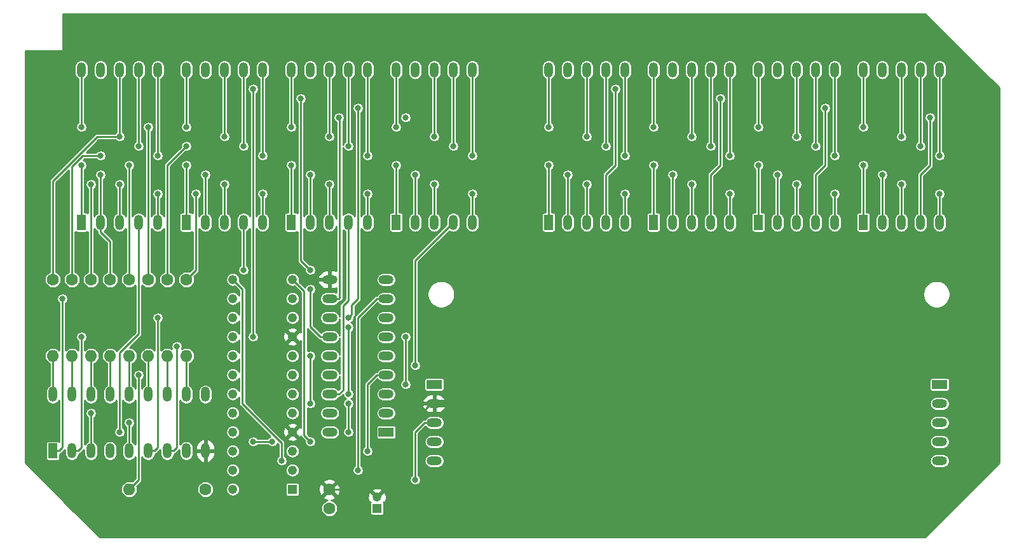
<source format=gbl>
G04 #@! TF.GenerationSoftware,KiCad,Pcbnew,(5.1.5)-3*
G04 #@! TF.CreationDate,2020-06-26T18:21:23+09:00*
G04 #@! TF.ProjectId,TK80LED,544b3830-4c45-4442-9e6b-696361645f70,rev?*
G04 #@! TF.SameCoordinates,Original*
G04 #@! TF.FileFunction,Copper,L2,Bot*
G04 #@! TF.FilePolarity,Positive*
%FSLAX46Y46*%
G04 Gerber Fmt 4.6, Leading zero omitted, Abs format (unit mm)*
G04 Created by KiCad (PCBNEW (5.1.5)-3) date 2020-06-26 18:21:23*
%MOMM*%
%LPD*%
G04 APERTURE LIST*
%ADD10C,1.210000*%
%ADD11R,1.210000X1.210000*%
%ADD12O,1.600000X1.600000*%
%ADD13C,1.600000*%
%ADD14O,1.200000X2.000000*%
%ADD15R,1.200000X2.000000*%
%ADD16R,1.200000X1.200000*%
%ADD17C,1.200000*%
%ADD18O,2.000000X1.200000*%
%ADD19R,2.000000X1.200000*%
%ADD20C,0.800000*%
%ADD21C,1.000000*%
%ADD22C,1.000000*%
%ADD23C,0.250000*%
%ADD24C,0.254000*%
G04 APERTURE END LIST*
D10*
X27780000Y-63500000D03*
X27780000Y-60960000D03*
X27780000Y-58420000D03*
X27780000Y-55880000D03*
X27780000Y-53340000D03*
X27780000Y-50800000D03*
X27780000Y-48260000D03*
X27780000Y-45720000D03*
X27780000Y-43180000D03*
X27780000Y-40640000D03*
X27780000Y-38100000D03*
X27780000Y-35560000D03*
X35720000Y-35560000D03*
X35720000Y-38100000D03*
X35720000Y-40640000D03*
X35720000Y-43180000D03*
X35720000Y-45720000D03*
X35720000Y-48260000D03*
X35720000Y-50800000D03*
X35720000Y-53340000D03*
X35720000Y-55880000D03*
X35720000Y-58420000D03*
X35720000Y-60960000D03*
D11*
X35720000Y-63500000D03*
D12*
X13970000Y-63500000D03*
D13*
X24130000Y-63500000D03*
D12*
X21590000Y-45720000D03*
D13*
X21590000Y-35560000D03*
X19050000Y-35560000D03*
D12*
X19050000Y-45720000D03*
X16510000Y-45720000D03*
D13*
X16510000Y-35560000D03*
X13970000Y-35560000D03*
D12*
X13970000Y-45720000D03*
X11430000Y-45720000D03*
D13*
X11430000Y-35560000D03*
X8890000Y-35560000D03*
D12*
X8890000Y-45720000D03*
X6350000Y-45720000D03*
D13*
X6350000Y-35560000D03*
X3810000Y-35560000D03*
D12*
X3810000Y-45720000D03*
D13*
X40640000Y-63540000D03*
X40640000Y-66040000D03*
D14*
X80010000Y-27940000D03*
X80010000Y-7620000D03*
X77470000Y-27940000D03*
X77470000Y-7620000D03*
X74930000Y-27940000D03*
X74930000Y-7620000D03*
X72390000Y-27940000D03*
X72390000Y-7620000D03*
D15*
X69850000Y-27940000D03*
D14*
X69850000Y-7620000D03*
D16*
X46990000Y-66040000D03*
D17*
X46990000Y-64540000D03*
D18*
X54610000Y-59690000D03*
X54610000Y-57150000D03*
X54610000Y-54610000D03*
X54610000Y-52070000D03*
D19*
X54610000Y-49530000D03*
X121920000Y-49530000D03*
D18*
X121920000Y-52070000D03*
X121920000Y-54610000D03*
X121920000Y-57150000D03*
X121920000Y-59690000D03*
D14*
X7620000Y-7620000D03*
D15*
X7620000Y-27940000D03*
D14*
X10160000Y-7620000D03*
X10160000Y-27940000D03*
X12700000Y-7620000D03*
X12700000Y-27940000D03*
X15240000Y-7620000D03*
X15240000Y-27940000D03*
X17780000Y-7620000D03*
X17780000Y-27940000D03*
X31750000Y-27940000D03*
X31750000Y-7620000D03*
X29210000Y-27940000D03*
X29210000Y-7620000D03*
X26670000Y-27940000D03*
X26670000Y-7620000D03*
X24130000Y-27940000D03*
X24130000Y-7620000D03*
D15*
X21590000Y-27940000D03*
D14*
X21590000Y-7620000D03*
X45720000Y-27940000D03*
X45720000Y-7620000D03*
X43180000Y-27940000D03*
X43180000Y-7620000D03*
X40640000Y-27940000D03*
X40640000Y-7620000D03*
X38100000Y-27940000D03*
X38100000Y-7620000D03*
D15*
X35560000Y-27940000D03*
D14*
X35560000Y-7620000D03*
X49530000Y-7620000D03*
D15*
X49530000Y-27940000D03*
D14*
X52070000Y-7620000D03*
X52070000Y-27940000D03*
X54610000Y-7620000D03*
X54610000Y-27940000D03*
X57150000Y-7620000D03*
X57150000Y-27940000D03*
X59690000Y-7620000D03*
X59690000Y-27940000D03*
X83820000Y-7620000D03*
D15*
X83820000Y-27940000D03*
D14*
X86360000Y-7620000D03*
X86360000Y-27940000D03*
X88900000Y-7620000D03*
X88900000Y-27940000D03*
X91440000Y-7620000D03*
X91440000Y-27940000D03*
X93980000Y-7620000D03*
X93980000Y-27940000D03*
X107950000Y-27940000D03*
X107950000Y-7620000D03*
X105410000Y-27940000D03*
X105410000Y-7620000D03*
X102870000Y-27940000D03*
X102870000Y-7620000D03*
X100330000Y-27940000D03*
X100330000Y-7620000D03*
D15*
X97790000Y-27940000D03*
D14*
X97790000Y-7620000D03*
X111760000Y-7620000D03*
D15*
X111760000Y-27940000D03*
D14*
X114300000Y-7620000D03*
X114300000Y-27940000D03*
X116840000Y-7620000D03*
X116840000Y-27940000D03*
X119380000Y-7620000D03*
X119380000Y-27940000D03*
X121920000Y-7620000D03*
X121920000Y-27940000D03*
D18*
X48210000Y-35560000D03*
X40690000Y-35560000D03*
X48210000Y-38100000D03*
X40690000Y-38100000D03*
X48210000Y-40640000D03*
X40690000Y-40640000D03*
X48210000Y-43180000D03*
X40690000Y-43180000D03*
X48210000Y-45720000D03*
X40690000Y-45720000D03*
X48210000Y-48260000D03*
X40690000Y-48260000D03*
X48210000Y-50800000D03*
X40690000Y-50800000D03*
X48210000Y-53340000D03*
X40690000Y-53340000D03*
D19*
X48210000Y-55880000D03*
D18*
X40690000Y-55880000D03*
D14*
X3810000Y-50850000D03*
D15*
X3810000Y-58370000D03*
D14*
X6350000Y-50850000D03*
X6350000Y-58370000D03*
X8890000Y-50850000D03*
X8890000Y-58370000D03*
X11430000Y-50850000D03*
X11430000Y-58370000D03*
X13970000Y-50850000D03*
X13970000Y-58370000D03*
X16510000Y-50850000D03*
X16510000Y-58370000D03*
X19050000Y-50850000D03*
X19050000Y-58370000D03*
X21590000Y-50850000D03*
X21590000Y-58370000D03*
X24130000Y-50850000D03*
X24130000Y-58370000D03*
D20*
X2000000Y-7500000D03*
D21*
X127500000Y-10000000D03*
X128270000Y-37000000D03*
D20*
X52070000Y-62230000D03*
X44450000Y-60960000D03*
X45720000Y-58420000D03*
X50800000Y-49530000D03*
X50800000Y-43180000D03*
X38100000Y-45720000D03*
X38100000Y-52070000D03*
X43180000Y-52070000D03*
X43180000Y-55880000D03*
X43180000Y-41910000D03*
X43180000Y-50800000D03*
X38100000Y-57150000D03*
X34290000Y-59690000D03*
X5080000Y-38100000D03*
X17780000Y-40640000D03*
X7620000Y-43180000D03*
X20320000Y-44450000D03*
X15240000Y-48260000D03*
X8890000Y-53340000D03*
X13970000Y-54610000D03*
X7620000Y-15240000D03*
X111760000Y-15240000D03*
X16510000Y-15240000D03*
X21590000Y-15240000D03*
X69850000Y-15240000D03*
X83820000Y-15240000D03*
X97790000Y-15240000D03*
X49530000Y-15240000D03*
X35560000Y-15240000D03*
X111760000Y-20320000D03*
X7620000Y-20320000D03*
X97790000Y-20320000D03*
X83820000Y-20320000D03*
X69850000Y-20320000D03*
X49530000Y-20320000D03*
X35560000Y-20320000D03*
X21590000Y-20320000D03*
X13970000Y-20320000D03*
X114300000Y-21590000D03*
X10160000Y-21590000D03*
X100330000Y-21590000D03*
X86360000Y-21590000D03*
X72390000Y-21590000D03*
X52070000Y-21590000D03*
X38100000Y-21590000D03*
X24130000Y-21590000D03*
X116840000Y-16510000D03*
X12700000Y-16510000D03*
X102870000Y-16510000D03*
X88900000Y-16510000D03*
X54610000Y-16510000D03*
X40640000Y-16510000D03*
X26670000Y-16510000D03*
X74930000Y-16510000D03*
X116840000Y-22860000D03*
X12700000Y-22860000D03*
X102870000Y-22860000D03*
X88900000Y-22860000D03*
X74930000Y-22860000D03*
X54610000Y-22860000D03*
X40640000Y-22860000D03*
X26670000Y-22860000D03*
X8890000Y-22860000D03*
X15240000Y-17780000D03*
X119380000Y-17780000D03*
X105410000Y-17780000D03*
X91440000Y-17780000D03*
X77470000Y-17780000D03*
X57150000Y-17780000D03*
X43180000Y-17780000D03*
X29210000Y-17780000D03*
X21590000Y-17780000D03*
X12700000Y-55880000D03*
X30480000Y-57150000D03*
X33020000Y-57150000D03*
X17780000Y-19050000D03*
X121920000Y-19050000D03*
X107950000Y-19050000D03*
X93980000Y-19050000D03*
X80010000Y-19050000D03*
X59690000Y-19050000D03*
X45720000Y-19050000D03*
X31750000Y-19050000D03*
X10160000Y-19050000D03*
X121920000Y-24130000D03*
X17780000Y-24130000D03*
X107950000Y-24130000D03*
X93980000Y-24130000D03*
X80010000Y-24130000D03*
X59690000Y-24130000D03*
X45720000Y-24130000D03*
X31750000Y-24130000D03*
X22860000Y-24130000D03*
X29210000Y-34290000D03*
X52070000Y-46990000D03*
X78740000Y-10160000D03*
X30480000Y-43180000D03*
X30480000Y-10160000D03*
X92710000Y-11430000D03*
X36830000Y-11430000D03*
X38100000Y-34290000D03*
X38100000Y-36830000D03*
X106680000Y-12700000D03*
X44450000Y-12700000D03*
X43180000Y-40640000D03*
X120650000Y-13970000D03*
X50800000Y-13970000D03*
X41910000Y-13970000D03*
D22*
X54610000Y-52070000D02*
X58930000Y-52070000D01*
X58930000Y-52070000D02*
X59000000Y-52000000D01*
X114300000Y-52070000D02*
X128270000Y-38100000D01*
X54610000Y-52070000D02*
X114300000Y-52070000D01*
D23*
X39749999Y-64430001D02*
X40640000Y-63540000D01*
X27333599Y-64430001D02*
X39749999Y-64430001D01*
X24130000Y-61226402D02*
X27333599Y-64430001D01*
X24130000Y-58370000D02*
X24130000Y-61226402D01*
X45990000Y-63540000D02*
X46990000Y-64540000D01*
X40640000Y-63540000D02*
X45990000Y-63540000D01*
X39440000Y-35560000D02*
X40690000Y-35560000D01*
X35720000Y-55880000D02*
X36830000Y-56990000D01*
X36830000Y-59730000D02*
X40640000Y-63540000D01*
X36830000Y-56990000D02*
X36830000Y-59730000D01*
X35720000Y-55880000D02*
X34450000Y-54610000D01*
X34450000Y-44450000D02*
X35720000Y-43180000D01*
X34450000Y-54610000D02*
X34450000Y-44450000D01*
X35273599Y-34629999D02*
X34290000Y-35613598D01*
X36166401Y-34629999D02*
X35273599Y-34629999D01*
X40690000Y-35560000D02*
X37096402Y-35560000D01*
X37096402Y-35560000D02*
X36166401Y-34629999D01*
X34290000Y-41750000D02*
X35720000Y-43180000D01*
X34290000Y-35613598D02*
X34290000Y-41750000D01*
X48985001Y-62544999D02*
X46990000Y-64540000D01*
X48985001Y-57294999D02*
X48985001Y-62544999D01*
X54210000Y-52070000D02*
X48985001Y-57294999D01*
X54610000Y-52070000D02*
X54210000Y-52070000D01*
X128270000Y-38100000D02*
X128270000Y-37000000D01*
X53360000Y-54610000D02*
X54610000Y-54610000D01*
X52070000Y-55900000D02*
X53360000Y-54610000D01*
X52070000Y-62230000D02*
X52070000Y-55900000D01*
X46960000Y-38100000D02*
X48210000Y-38100000D01*
X44450000Y-40610000D02*
X46960000Y-38100000D01*
X44450000Y-60960000D02*
X44450000Y-40610000D01*
X46960000Y-48260000D02*
X48210000Y-48260000D01*
X45720000Y-49500000D02*
X46960000Y-48260000D01*
X45720000Y-58420000D02*
X45720000Y-49500000D01*
X50800000Y-49530000D02*
X50800000Y-43180000D01*
X38100000Y-45720000D02*
X38100000Y-52070000D01*
X43180000Y-52070000D02*
X43180000Y-55880000D01*
X43180000Y-41910000D02*
X43180000Y-50800000D01*
X37280010Y-56330010D02*
X38100000Y-57150000D01*
X37280010Y-37120010D02*
X37280010Y-56330010D01*
X35720000Y-35560000D02*
X37280010Y-37120010D01*
X27780000Y-35560000D02*
X29050000Y-36830000D01*
X34290000Y-57346998D02*
X34290000Y-59690000D01*
X29050000Y-52106998D02*
X34290000Y-57346998D01*
X29050000Y-36830000D02*
X29050000Y-52106998D01*
X4660000Y-58370000D02*
X3810000Y-58370000D01*
X5080000Y-57950000D02*
X4660000Y-58370000D01*
X5080000Y-38100000D02*
X5080000Y-57950000D01*
X17360000Y-58370000D02*
X16510000Y-58370000D01*
X17780000Y-57950000D02*
X17360000Y-58370000D01*
X17780000Y-40640000D02*
X17780000Y-57950000D01*
X7200000Y-58370000D02*
X6350000Y-58370000D01*
X7620000Y-57950000D02*
X7200000Y-58370000D01*
X7620000Y-43180000D02*
X7620000Y-57950000D01*
X19900000Y-58370000D02*
X19050000Y-58370000D01*
X20320000Y-57950000D02*
X19900000Y-58370000D01*
X20320000Y-44450000D02*
X20320000Y-57950000D01*
X15240000Y-62230000D02*
X13970000Y-63500000D01*
X15240000Y-48260000D02*
X15240000Y-62230000D01*
X8890000Y-53340000D02*
X8890000Y-58370000D01*
X13970000Y-58370000D02*
X13970000Y-54610000D01*
X7620000Y-7620000D02*
X7620000Y-15240000D01*
X111760000Y-15240000D02*
X111760000Y-7620000D01*
X16510000Y-35560000D02*
X16510000Y-15240000D01*
X21590000Y-7620000D02*
X21590000Y-15240000D01*
X69850000Y-7620000D02*
X69850000Y-15240000D01*
X83820000Y-7620000D02*
X83820000Y-15240000D01*
X97790000Y-7620000D02*
X97790000Y-15240000D01*
X49530000Y-7620000D02*
X49530000Y-15240000D01*
X35560000Y-7620000D02*
X35560000Y-15240000D01*
X111760000Y-27940000D02*
X111760000Y-20320000D01*
X7620000Y-20320000D02*
X7620000Y-27940000D01*
X97790000Y-27940000D02*
X97790000Y-20320000D01*
X83820000Y-27940000D02*
X83820000Y-20320000D01*
X69850000Y-27940000D02*
X69850000Y-20320000D01*
X49530000Y-27940000D02*
X49530000Y-20320000D01*
X35560000Y-27940000D02*
X35560000Y-20320000D01*
X21590000Y-27940000D02*
X21590000Y-20320000D01*
X13970000Y-35560000D02*
X13970000Y-20320000D01*
X114300000Y-27940000D02*
X114300000Y-21590000D01*
X10160000Y-21590000D02*
X10160000Y-27940000D01*
X100330000Y-27940000D02*
X100330000Y-21590000D01*
X86360000Y-27940000D02*
X86360000Y-21590000D01*
X72390000Y-27940000D02*
X72390000Y-21590000D01*
X52070000Y-27940000D02*
X52070000Y-21590000D01*
X38100000Y-27940000D02*
X38100000Y-21590000D01*
X24130000Y-27940000D02*
X24130000Y-21590000D01*
X11430000Y-34290000D02*
X11430000Y-35560000D01*
X11430000Y-33020000D02*
X11430000Y-35560000D01*
X10160000Y-27940000D02*
X10160000Y-29210000D01*
X11430000Y-30480000D02*
X11430000Y-35560000D01*
X10160000Y-29210000D02*
X11430000Y-30480000D01*
X116840000Y-7620000D02*
X116840000Y-16510000D01*
X12700000Y-16510000D02*
X12700000Y-7620000D01*
X102870000Y-7620000D02*
X102870000Y-16510000D01*
X88900000Y-7620000D02*
X88900000Y-16510000D01*
X54610000Y-7620000D02*
X54610000Y-16510000D01*
X40640000Y-7620000D02*
X40640000Y-16510000D01*
X26670000Y-7620000D02*
X26670000Y-16510000D01*
X3810000Y-22420588D02*
X3810000Y-35560000D01*
X12700000Y-16510000D02*
X9720588Y-16510000D01*
X9720588Y-16510000D02*
X3810000Y-22420588D01*
X74930000Y-7620000D02*
X74930000Y-16510000D01*
X116840000Y-27940000D02*
X116840000Y-22860000D01*
X12700000Y-22860000D02*
X12700000Y-27940000D01*
X102870000Y-27940000D02*
X102870000Y-22860000D01*
X88900000Y-27940000D02*
X88900000Y-22860000D01*
X74930000Y-27940000D02*
X74930000Y-22860000D01*
X54610000Y-27940000D02*
X54610000Y-22860000D01*
X40640000Y-27940000D02*
X40640000Y-22860000D01*
X26670000Y-27940000D02*
X26670000Y-22860000D01*
X8890000Y-35560000D02*
X8890000Y-22860000D01*
X15240000Y-7620000D02*
X15240000Y-17780000D01*
X119380000Y-17780000D02*
X119380000Y-7620000D01*
X105410000Y-7620000D02*
X105410000Y-17780000D01*
X91440000Y-7620000D02*
X91440000Y-17780000D01*
X77470000Y-7620000D02*
X77470000Y-17780000D01*
X57150000Y-7620000D02*
X57150000Y-17780000D01*
X43180000Y-7620000D02*
X43180000Y-17780000D01*
X29210000Y-7620000D02*
X29210000Y-17780000D01*
X19050000Y-20320000D02*
X21590000Y-17780000D01*
X19050000Y-35560000D02*
X19050000Y-20320000D01*
X15240000Y-29190000D02*
X15240000Y-27940000D01*
X12700000Y-45324998D02*
X12700000Y-55880000D01*
X15240000Y-27940000D02*
X15240000Y-42784998D01*
X15240000Y-42784998D02*
X12700000Y-45324998D01*
X30480000Y-57150000D02*
X33020000Y-57150000D01*
X17780000Y-7620000D02*
X17780000Y-19050000D01*
X121920000Y-19050000D02*
X121920000Y-7620000D01*
X107950000Y-7620000D02*
X107950000Y-19050000D01*
X93980000Y-7620000D02*
X93980000Y-19050000D01*
X80010000Y-7620000D02*
X80010000Y-19050000D01*
X59690000Y-7620000D02*
X59690000Y-19050000D01*
X45720000Y-7620000D02*
X45720000Y-19050000D01*
X31750000Y-7620000D02*
X31750000Y-19050000D01*
X7816998Y-19050000D02*
X10160000Y-19050000D01*
X6350000Y-35560000D02*
X6350000Y-20516998D01*
X6350000Y-20516998D02*
X7816998Y-19050000D01*
X121920000Y-27940000D02*
X121920000Y-24130000D01*
X17780000Y-24130000D02*
X17780000Y-27940000D01*
X107950000Y-27940000D02*
X107950000Y-24130000D01*
X93980000Y-27940000D02*
X93980000Y-24130000D01*
X80010000Y-27940000D02*
X80010000Y-24130000D01*
X59690000Y-27940000D02*
X59690000Y-24130000D01*
X45720000Y-27940000D02*
X45720000Y-24130000D01*
X31750000Y-27940000D02*
X31750000Y-24130000D01*
X21590000Y-35560000D02*
X22860000Y-34290000D01*
X22860000Y-34290000D02*
X22860000Y-24130000D01*
X29210000Y-29210000D02*
X29210000Y-27940000D01*
X29210000Y-27940000D02*
X29210000Y-34290000D01*
X41940000Y-50800000D02*
X40690000Y-50800000D01*
X42454999Y-50285001D02*
X41940000Y-50800000D01*
X43180000Y-27940000D02*
X43180000Y-29190000D01*
X42454999Y-50285001D02*
X42454999Y-39056858D01*
X43180000Y-38331857D02*
X43180000Y-27940000D01*
X42454999Y-39056858D02*
X43180000Y-38331857D01*
X52070000Y-46990000D02*
X52070000Y-33020000D01*
X52070000Y-33020000D02*
X54610000Y-30480000D01*
X54610000Y-30480000D02*
X57150000Y-27940000D01*
X77470000Y-27940000D02*
X77470000Y-21590000D01*
X77470000Y-21590000D02*
X78740000Y-20320000D01*
X78740000Y-20320000D02*
X78740000Y-10160000D01*
X30480000Y-43180000D02*
X30480000Y-10160000D01*
X91440000Y-27940000D02*
X91440000Y-21590000D01*
X91440000Y-21590000D02*
X92710000Y-20320000D01*
X92710000Y-20320000D02*
X92710000Y-11430000D01*
X36925003Y-11525003D02*
X36830000Y-11430000D01*
X40690000Y-43180000D02*
X39440000Y-43180000D01*
X36830000Y-33020000D02*
X36830000Y-11430000D01*
X38100000Y-34290000D02*
X36830000Y-33020000D01*
X39440000Y-43180000D02*
X38100000Y-41840000D01*
X38100000Y-41840000D02*
X38100000Y-36830000D01*
X105410000Y-27940000D02*
X105410000Y-21590000D01*
X105410000Y-21590000D02*
X106680000Y-20320000D01*
X106680000Y-20320000D02*
X106680000Y-12700000D01*
X43630010Y-40189990D02*
X43630010Y-38919990D01*
X43180000Y-40640000D02*
X43630010Y-40189990D01*
X44450000Y-38100000D02*
X44450000Y-12700000D01*
X43630010Y-38919990D02*
X44450000Y-38100000D01*
X119380000Y-27940000D02*
X119380000Y-21590000D01*
X120650000Y-20320000D02*
X120650000Y-13970000D01*
X119380000Y-21590000D02*
X120650000Y-20320000D01*
X42015010Y-14075010D02*
X41910000Y-13970000D01*
X42015010Y-38024990D02*
X42015010Y-14075010D01*
X41940000Y-38100000D02*
X42015010Y-38024990D01*
X40690000Y-38100000D02*
X41940000Y-38100000D01*
X3810000Y-50850000D02*
X3810000Y-45720000D01*
X6350000Y-50850000D02*
X6350000Y-45720000D01*
X8890000Y-45720000D02*
X8890000Y-50850000D01*
X11430000Y-45720000D02*
X11430000Y-50850000D01*
X13970000Y-45720000D02*
X13970000Y-50850000D01*
X16510000Y-45720000D02*
X16510000Y-50850000D01*
X19050000Y-45720000D02*
X19050000Y-50850000D01*
X21590000Y-45720000D02*
X21590000Y-50850000D01*
D24*
G36*
X129848000Y-10027606D02*
G01*
X129848001Y-59972393D01*
X119972394Y-69848000D01*
X10027606Y-69848000D01*
X6108606Y-65929000D01*
X39513000Y-65929000D01*
X39513000Y-66151000D01*
X39556310Y-66368734D01*
X39641266Y-66573835D01*
X39764602Y-66758421D01*
X39921579Y-66915398D01*
X40106165Y-67038734D01*
X40311266Y-67123690D01*
X40529000Y-67167000D01*
X40751000Y-67167000D01*
X40968734Y-67123690D01*
X41173835Y-67038734D01*
X41358421Y-66915398D01*
X41515398Y-66758421D01*
X41638734Y-66573835D01*
X41723690Y-66368734D01*
X41767000Y-66151000D01*
X41767000Y-65929000D01*
X41723690Y-65711266D01*
X41638734Y-65506165D01*
X41515398Y-65321579D01*
X41358421Y-65164602D01*
X41173835Y-65041266D01*
X40968734Y-64956310D01*
X40927381Y-64948084D01*
X40990130Y-64938787D01*
X41256292Y-64843603D01*
X41381514Y-64776671D01*
X41427941Y-64618438D01*
X45751505Y-64618438D01*
X45790605Y-64858549D01*
X45875798Y-65086418D01*
X45916652Y-65162852D01*
X46140234Y-65210158D01*
X46023128Y-65327264D01*
X46068670Y-65372806D01*
X46067732Y-65375897D01*
X46061418Y-65440000D01*
X46061418Y-66640000D01*
X46067732Y-66704103D01*
X46086430Y-66765743D01*
X46116794Y-66822550D01*
X46157657Y-66872343D01*
X46207450Y-66913206D01*
X46264257Y-66943570D01*
X46325897Y-66962268D01*
X46390000Y-66968582D01*
X47590000Y-66968582D01*
X47654103Y-66962268D01*
X47715743Y-66943570D01*
X47772550Y-66913206D01*
X47822343Y-66872343D01*
X47863206Y-66822550D01*
X47893570Y-66765743D01*
X47912268Y-66704103D01*
X47918582Y-66640000D01*
X47918582Y-65440000D01*
X47912268Y-65375897D01*
X47911330Y-65372806D01*
X47956872Y-65327264D01*
X47839766Y-65210158D01*
X48063348Y-65162852D01*
X48164237Y-64941484D01*
X48220000Y-64704687D01*
X48228495Y-64461562D01*
X48189395Y-64221451D01*
X48104202Y-63993582D01*
X48063348Y-63917148D01*
X47839764Y-63869841D01*
X47169605Y-64540000D01*
X47183748Y-64554143D01*
X47004143Y-64733748D01*
X46990000Y-64719605D01*
X46975858Y-64733748D01*
X46796253Y-64554143D01*
X46810395Y-64540000D01*
X46140236Y-63869841D01*
X45916652Y-63917148D01*
X45815763Y-64138516D01*
X45760000Y-64375313D01*
X45751505Y-64618438D01*
X41427941Y-64618438D01*
X41453097Y-64532702D01*
X40640000Y-63719605D01*
X39826903Y-64532702D01*
X39898486Y-64776671D01*
X40153996Y-64897571D01*
X40354233Y-64947763D01*
X40311266Y-64956310D01*
X40106165Y-65041266D01*
X39921579Y-65164602D01*
X39764602Y-65321579D01*
X39641266Y-65506165D01*
X39556310Y-65711266D01*
X39513000Y-65929000D01*
X6108606Y-65929000D01*
X152000Y-59972394D01*
X152000Y-45609000D01*
X2683000Y-45609000D01*
X2683000Y-45831000D01*
X2726310Y-46048734D01*
X2811266Y-46253835D01*
X2934602Y-46438421D01*
X3091579Y-46595398D01*
X3276165Y-46718734D01*
X3358001Y-46752632D01*
X3358000Y-49640485D01*
X3292495Y-49675499D01*
X3151341Y-49791341D01*
X3035499Y-49932496D01*
X2949420Y-50093537D01*
X2896413Y-50268277D01*
X2883000Y-50404463D01*
X2883000Y-51295538D01*
X2896414Y-51431724D01*
X2949421Y-51606464D01*
X3035500Y-51767505D01*
X3151342Y-51908659D01*
X3292496Y-52024501D01*
X3453537Y-52110580D01*
X3628277Y-52163587D01*
X3810000Y-52181485D01*
X3991724Y-52163587D01*
X4166464Y-52110580D01*
X4327505Y-52024501D01*
X4468659Y-51908659D01*
X4584501Y-51767505D01*
X4628001Y-51686124D01*
X4628001Y-57125887D01*
X4592550Y-57096794D01*
X4535743Y-57066430D01*
X4474103Y-57047732D01*
X4410000Y-57041418D01*
X3210000Y-57041418D01*
X3145897Y-57047732D01*
X3084257Y-57066430D01*
X3027450Y-57096794D01*
X2977657Y-57137657D01*
X2936794Y-57187450D01*
X2906430Y-57244257D01*
X2887732Y-57305897D01*
X2881418Y-57370000D01*
X2881418Y-59370000D01*
X2887732Y-59434103D01*
X2906430Y-59495743D01*
X2936794Y-59552550D01*
X2977657Y-59602343D01*
X3027450Y-59643206D01*
X3084257Y-59673570D01*
X3145897Y-59692268D01*
X3210000Y-59698582D01*
X4410000Y-59698582D01*
X4474103Y-59692268D01*
X4535743Y-59673570D01*
X4592550Y-59643206D01*
X4642343Y-59602343D01*
X4683206Y-59552550D01*
X4713570Y-59495743D01*
X4732268Y-59434103D01*
X4738582Y-59370000D01*
X4738582Y-58816447D01*
X4748607Y-58815460D01*
X4833810Y-58789614D01*
X4912333Y-58747643D01*
X4981159Y-58691159D01*
X4995323Y-58673900D01*
X5383905Y-58285319D01*
X5401159Y-58271159D01*
X5423000Y-58244546D01*
X5423000Y-58815538D01*
X5436414Y-58951724D01*
X5489421Y-59126464D01*
X5575500Y-59287505D01*
X5691342Y-59428659D01*
X5832496Y-59544501D01*
X5993537Y-59630580D01*
X6168277Y-59683587D01*
X6350000Y-59701485D01*
X6531724Y-59683587D01*
X6706464Y-59630580D01*
X6867505Y-59544501D01*
X7008659Y-59428659D01*
X7124501Y-59287505D01*
X7210580Y-59126464D01*
X7263587Y-58951724D01*
X7276894Y-58816614D01*
X7288607Y-58815460D01*
X7373810Y-58789614D01*
X7452333Y-58747643D01*
X7521159Y-58691159D01*
X7535323Y-58673900D01*
X7923905Y-58285319D01*
X7941159Y-58271159D01*
X7963000Y-58244546D01*
X7963000Y-58815538D01*
X7976414Y-58951724D01*
X8029421Y-59126464D01*
X8115500Y-59287505D01*
X8231342Y-59428659D01*
X8372496Y-59544501D01*
X8533537Y-59630580D01*
X8708277Y-59683587D01*
X8890000Y-59701485D01*
X9071724Y-59683587D01*
X9246464Y-59630580D01*
X9407505Y-59544501D01*
X9548659Y-59428659D01*
X9664501Y-59287505D01*
X9750580Y-59126464D01*
X9803587Y-58951724D01*
X9817000Y-58815538D01*
X9817000Y-57924463D01*
X10503000Y-57924463D01*
X10503000Y-58815538D01*
X10516414Y-58951724D01*
X10569421Y-59126464D01*
X10655500Y-59287505D01*
X10771342Y-59428659D01*
X10912496Y-59544501D01*
X11073537Y-59630580D01*
X11248277Y-59683587D01*
X11430000Y-59701485D01*
X11611724Y-59683587D01*
X11786464Y-59630580D01*
X11947505Y-59544501D01*
X12088659Y-59428659D01*
X12204501Y-59287505D01*
X12290580Y-59126464D01*
X12343587Y-58951724D01*
X12357000Y-58815538D01*
X12357000Y-57924462D01*
X12343587Y-57788276D01*
X12290580Y-57613536D01*
X12204501Y-57452495D01*
X12088659Y-57311341D01*
X11947504Y-57195499D01*
X11786463Y-57109420D01*
X11611723Y-57056413D01*
X11430000Y-57038515D01*
X11248276Y-57056413D01*
X11073536Y-57109420D01*
X10912495Y-57195499D01*
X10771341Y-57311341D01*
X10655499Y-57452496D01*
X10569420Y-57613537D01*
X10516413Y-57788277D01*
X10503000Y-57924463D01*
X9817000Y-57924463D01*
X9817000Y-57924462D01*
X9803587Y-57788276D01*
X9750580Y-57613536D01*
X9664501Y-57452495D01*
X9548659Y-57311341D01*
X9407504Y-57195499D01*
X9342000Y-57160486D01*
X9342000Y-53912339D01*
X9353436Y-53904698D01*
X9454698Y-53803436D01*
X9534259Y-53684364D01*
X9589062Y-53552058D01*
X9617000Y-53411603D01*
X9617000Y-53268397D01*
X9589062Y-53127942D01*
X9534259Y-52995636D01*
X9454698Y-52876564D01*
X9353436Y-52775302D01*
X9234364Y-52695741D01*
X9102058Y-52640938D01*
X8961603Y-52613000D01*
X8818397Y-52613000D01*
X8677942Y-52640938D01*
X8545636Y-52695741D01*
X8426564Y-52775302D01*
X8325302Y-52876564D01*
X8245741Y-52995636D01*
X8190938Y-53127942D01*
X8163000Y-53268397D01*
X8163000Y-53411603D01*
X8190938Y-53552058D01*
X8245741Y-53684364D01*
X8325302Y-53803436D01*
X8426564Y-53904698D01*
X8438000Y-53912339D01*
X8438001Y-57160485D01*
X8372495Y-57195499D01*
X8231341Y-57311341D01*
X8115499Y-57452496D01*
X8072000Y-57533876D01*
X8072000Y-51686123D01*
X8115500Y-51767505D01*
X8231342Y-51908659D01*
X8372496Y-52024501D01*
X8533537Y-52110580D01*
X8708277Y-52163587D01*
X8890000Y-52181485D01*
X9071724Y-52163587D01*
X9246464Y-52110580D01*
X9407505Y-52024501D01*
X9548659Y-51908659D01*
X9664501Y-51767505D01*
X9750580Y-51606464D01*
X9803587Y-51431724D01*
X9817000Y-51295538D01*
X9817000Y-50404462D01*
X9803587Y-50268276D01*
X9750580Y-50093536D01*
X9664501Y-49932495D01*
X9548659Y-49791341D01*
X9407504Y-49675499D01*
X9342000Y-49640486D01*
X9342000Y-46752631D01*
X9423835Y-46718734D01*
X9608421Y-46595398D01*
X9765398Y-46438421D01*
X9888734Y-46253835D01*
X9973690Y-46048734D01*
X10017000Y-45831000D01*
X10017000Y-45609000D01*
X10303000Y-45609000D01*
X10303000Y-45831000D01*
X10346310Y-46048734D01*
X10431266Y-46253835D01*
X10554602Y-46438421D01*
X10711579Y-46595398D01*
X10896165Y-46718734D01*
X10978000Y-46752631D01*
X10978001Y-49640485D01*
X10912495Y-49675499D01*
X10771341Y-49791341D01*
X10655499Y-49932496D01*
X10569420Y-50093537D01*
X10516413Y-50268277D01*
X10503000Y-50404463D01*
X10503000Y-51295538D01*
X10516414Y-51431724D01*
X10569421Y-51606464D01*
X10655500Y-51767505D01*
X10771342Y-51908659D01*
X10912496Y-52024501D01*
X11073537Y-52110580D01*
X11248277Y-52163587D01*
X11430000Y-52181485D01*
X11611724Y-52163587D01*
X11786464Y-52110580D01*
X11947505Y-52024501D01*
X12088659Y-51908659D01*
X12204501Y-51767505D01*
X12248001Y-51686124D01*
X12248001Y-55307660D01*
X12236564Y-55315302D01*
X12135302Y-55416564D01*
X12055741Y-55535636D01*
X12000938Y-55667942D01*
X11973000Y-55808397D01*
X11973000Y-55951603D01*
X12000938Y-56092058D01*
X12055741Y-56224364D01*
X12135302Y-56343436D01*
X12236564Y-56444698D01*
X12355636Y-56524259D01*
X12487942Y-56579062D01*
X12628397Y-56607000D01*
X12771603Y-56607000D01*
X12912058Y-56579062D01*
X13044364Y-56524259D01*
X13163436Y-56444698D01*
X13264698Y-56343436D01*
X13344259Y-56224364D01*
X13399062Y-56092058D01*
X13427000Y-55951603D01*
X13427000Y-55808397D01*
X13399062Y-55667942D01*
X13344259Y-55535636D01*
X13264698Y-55416564D01*
X13163436Y-55315302D01*
X13152000Y-55307661D01*
X13152000Y-51686123D01*
X13195500Y-51767505D01*
X13311342Y-51908659D01*
X13452496Y-52024501D01*
X13613537Y-52110580D01*
X13788277Y-52163587D01*
X13970000Y-52181485D01*
X14151724Y-52163587D01*
X14326464Y-52110580D01*
X14487505Y-52024501D01*
X14628659Y-51908659D01*
X14744501Y-51767505D01*
X14788000Y-51686124D01*
X14788001Y-57533876D01*
X14744501Y-57452495D01*
X14628659Y-57311341D01*
X14487504Y-57195499D01*
X14422000Y-57160486D01*
X14422000Y-55182339D01*
X14433436Y-55174698D01*
X14534698Y-55073436D01*
X14614259Y-54954364D01*
X14669062Y-54822058D01*
X14697000Y-54681603D01*
X14697000Y-54538397D01*
X14669062Y-54397942D01*
X14614259Y-54265636D01*
X14534698Y-54146564D01*
X14433436Y-54045302D01*
X14314364Y-53965741D01*
X14182058Y-53910938D01*
X14041603Y-53883000D01*
X13898397Y-53883000D01*
X13757942Y-53910938D01*
X13625636Y-53965741D01*
X13506564Y-54045302D01*
X13405302Y-54146564D01*
X13325741Y-54265636D01*
X13270938Y-54397942D01*
X13243000Y-54538397D01*
X13243000Y-54681603D01*
X13270938Y-54822058D01*
X13325741Y-54954364D01*
X13405302Y-55073436D01*
X13506564Y-55174698D01*
X13518001Y-55182340D01*
X13518000Y-57160485D01*
X13452495Y-57195499D01*
X13311341Y-57311341D01*
X13195499Y-57452496D01*
X13109420Y-57613537D01*
X13056413Y-57788277D01*
X13043000Y-57924463D01*
X13043000Y-58815538D01*
X13056414Y-58951724D01*
X13109421Y-59126464D01*
X13195500Y-59287505D01*
X13311342Y-59428659D01*
X13452496Y-59544501D01*
X13613537Y-59630580D01*
X13788277Y-59683587D01*
X13970000Y-59701485D01*
X14151724Y-59683587D01*
X14326464Y-59630580D01*
X14487505Y-59544501D01*
X14628659Y-59428659D01*
X14744501Y-59287505D01*
X14788001Y-59206123D01*
X14788001Y-62042774D01*
X14380569Y-62450207D01*
X14298734Y-62416310D01*
X14081000Y-62373000D01*
X13859000Y-62373000D01*
X13641266Y-62416310D01*
X13436165Y-62501266D01*
X13251579Y-62624602D01*
X13094602Y-62781579D01*
X12971266Y-62966165D01*
X12886310Y-63171266D01*
X12843000Y-63389000D01*
X12843000Y-63611000D01*
X12886310Y-63828734D01*
X12971266Y-64033835D01*
X13094602Y-64218421D01*
X13251579Y-64375398D01*
X13436165Y-64498734D01*
X13641266Y-64583690D01*
X13859000Y-64627000D01*
X14081000Y-64627000D01*
X14298734Y-64583690D01*
X14503835Y-64498734D01*
X14688421Y-64375398D01*
X14845398Y-64218421D01*
X14968734Y-64033835D01*
X15053690Y-63828734D01*
X15097000Y-63611000D01*
X15097000Y-63389000D01*
X23003000Y-63389000D01*
X23003000Y-63611000D01*
X23046310Y-63828734D01*
X23131266Y-64033835D01*
X23254602Y-64218421D01*
X23411579Y-64375398D01*
X23596165Y-64498734D01*
X23801266Y-64583690D01*
X24019000Y-64627000D01*
X24241000Y-64627000D01*
X24458734Y-64583690D01*
X24663835Y-64498734D01*
X24848421Y-64375398D01*
X25005398Y-64218421D01*
X25128734Y-64033835D01*
X25213690Y-63828734D01*
X25257000Y-63611000D01*
X25257000Y-63408206D01*
X26848000Y-63408206D01*
X26848000Y-63591794D01*
X26883816Y-63771855D01*
X26954072Y-63941468D01*
X27056068Y-64094116D01*
X27185884Y-64223932D01*
X27338532Y-64325928D01*
X27508145Y-64396184D01*
X27688206Y-64432000D01*
X27871794Y-64432000D01*
X28051855Y-64396184D01*
X28221468Y-64325928D01*
X28374116Y-64223932D01*
X28503932Y-64094116D01*
X28605928Y-63941468D01*
X28676184Y-63771855D01*
X28712000Y-63591794D01*
X28712000Y-63408206D01*
X28676184Y-63228145D01*
X28605928Y-63058532D01*
X28503932Y-62905884D01*
X28493048Y-62895000D01*
X34786418Y-62895000D01*
X34786418Y-64105000D01*
X34792732Y-64169103D01*
X34811430Y-64230743D01*
X34841794Y-64287550D01*
X34882657Y-64337343D01*
X34932450Y-64378206D01*
X34989257Y-64408570D01*
X35050897Y-64427268D01*
X35115000Y-64433582D01*
X36325000Y-64433582D01*
X36389103Y-64427268D01*
X36450743Y-64408570D01*
X36507550Y-64378206D01*
X36557343Y-64337343D01*
X36598206Y-64287550D01*
X36628570Y-64230743D01*
X36647268Y-64169103D01*
X36653582Y-64105000D01*
X36653582Y-63610512D01*
X39199783Y-63610512D01*
X39241213Y-63890130D01*
X39336397Y-64156292D01*
X39403329Y-64281514D01*
X39647298Y-64353097D01*
X40460395Y-63540000D01*
X40819605Y-63540000D01*
X41632702Y-64353097D01*
X41876671Y-64281514D01*
X41997571Y-64026004D01*
X42066300Y-63751816D01*
X42069335Y-63690236D01*
X46319841Y-63690236D01*
X46990000Y-64360395D01*
X47660159Y-63690236D01*
X47612852Y-63466652D01*
X47391484Y-63365763D01*
X47154687Y-63310000D01*
X46911562Y-63301505D01*
X46671451Y-63340605D01*
X46443582Y-63425798D01*
X46367148Y-63466652D01*
X46319841Y-63690236D01*
X42069335Y-63690236D01*
X42080217Y-63469488D01*
X42038787Y-63189870D01*
X41943603Y-62923708D01*
X41876671Y-62798486D01*
X41632702Y-62726903D01*
X40819605Y-63540000D01*
X40460395Y-63540000D01*
X39647298Y-62726903D01*
X39403329Y-62798486D01*
X39282429Y-63053996D01*
X39213700Y-63328184D01*
X39199783Y-63610512D01*
X36653582Y-63610512D01*
X36653582Y-62895000D01*
X36647268Y-62830897D01*
X36628570Y-62769257D01*
X36598206Y-62712450D01*
X36557343Y-62662657D01*
X36507550Y-62621794D01*
X36450743Y-62591430D01*
X36389103Y-62572732D01*
X36325000Y-62566418D01*
X35115000Y-62566418D01*
X35050897Y-62572732D01*
X34989257Y-62591430D01*
X34932450Y-62621794D01*
X34882657Y-62662657D01*
X34841794Y-62712450D01*
X34811430Y-62769257D01*
X34792732Y-62830897D01*
X34786418Y-62895000D01*
X28493048Y-62895000D01*
X28374116Y-62776068D01*
X28221468Y-62674072D01*
X28051855Y-62603816D01*
X27871794Y-62568000D01*
X27688206Y-62568000D01*
X27508145Y-62603816D01*
X27338532Y-62674072D01*
X27185884Y-62776068D01*
X27056068Y-62905884D01*
X26954072Y-63058532D01*
X26883816Y-63228145D01*
X26848000Y-63408206D01*
X25257000Y-63408206D01*
X25257000Y-63389000D01*
X25213690Y-63171266D01*
X25128734Y-62966165D01*
X25005398Y-62781579D01*
X24848421Y-62624602D01*
X24732727Y-62547298D01*
X39826903Y-62547298D01*
X40640000Y-63360395D01*
X41453097Y-62547298D01*
X41381514Y-62303329D01*
X41126004Y-62182429D01*
X41030131Y-62158397D01*
X51343000Y-62158397D01*
X51343000Y-62301603D01*
X51370938Y-62442058D01*
X51425741Y-62574364D01*
X51505302Y-62693436D01*
X51606564Y-62794698D01*
X51725636Y-62874259D01*
X51857942Y-62929062D01*
X51998397Y-62957000D01*
X52141603Y-62957000D01*
X52282058Y-62929062D01*
X52414364Y-62874259D01*
X52533436Y-62794698D01*
X52634698Y-62693436D01*
X52714259Y-62574364D01*
X52769062Y-62442058D01*
X52797000Y-62301603D01*
X52797000Y-62158397D01*
X52769062Y-62017942D01*
X52714259Y-61885636D01*
X52634698Y-61766564D01*
X52533436Y-61665302D01*
X52522000Y-61657661D01*
X52522000Y-59690000D01*
X53278515Y-59690000D01*
X53296413Y-59871724D01*
X53349420Y-60046464D01*
X53435499Y-60207505D01*
X53551341Y-60348659D01*
X53692495Y-60464501D01*
X53853536Y-60550580D01*
X54028276Y-60603587D01*
X54164462Y-60617000D01*
X55055538Y-60617000D01*
X55191724Y-60603587D01*
X55366464Y-60550580D01*
X55527505Y-60464501D01*
X55668659Y-60348659D01*
X55784501Y-60207505D01*
X55870580Y-60046464D01*
X55923587Y-59871724D01*
X55941485Y-59690000D01*
X120588515Y-59690000D01*
X120606413Y-59871724D01*
X120659420Y-60046464D01*
X120745499Y-60207505D01*
X120861341Y-60348659D01*
X121002495Y-60464501D01*
X121163536Y-60550580D01*
X121338276Y-60603587D01*
X121474462Y-60617000D01*
X122365538Y-60617000D01*
X122501724Y-60603587D01*
X122676464Y-60550580D01*
X122837505Y-60464501D01*
X122978659Y-60348659D01*
X123094501Y-60207505D01*
X123180580Y-60046464D01*
X123233587Y-59871724D01*
X123251485Y-59690000D01*
X123233587Y-59508276D01*
X123180580Y-59333536D01*
X123094501Y-59172495D01*
X122978659Y-59031341D01*
X122837505Y-58915499D01*
X122676464Y-58829420D01*
X122501724Y-58776413D01*
X122365538Y-58763000D01*
X121474462Y-58763000D01*
X121338276Y-58776413D01*
X121163536Y-58829420D01*
X121002495Y-58915499D01*
X120861341Y-59031341D01*
X120745499Y-59172495D01*
X120659420Y-59333536D01*
X120606413Y-59508276D01*
X120588515Y-59690000D01*
X55941485Y-59690000D01*
X55923587Y-59508276D01*
X55870580Y-59333536D01*
X55784501Y-59172495D01*
X55668659Y-59031341D01*
X55527505Y-58915499D01*
X55366464Y-58829420D01*
X55191724Y-58776413D01*
X55055538Y-58763000D01*
X54164462Y-58763000D01*
X54028276Y-58776413D01*
X53853536Y-58829420D01*
X53692495Y-58915499D01*
X53551341Y-59031341D01*
X53435499Y-59172495D01*
X53349420Y-59333536D01*
X53296413Y-59508276D01*
X53278515Y-59690000D01*
X52522000Y-59690000D01*
X52522000Y-57150000D01*
X53278515Y-57150000D01*
X53296413Y-57331724D01*
X53349420Y-57506464D01*
X53435499Y-57667505D01*
X53551341Y-57808659D01*
X53692495Y-57924501D01*
X53853536Y-58010580D01*
X54028276Y-58063587D01*
X54164462Y-58077000D01*
X55055538Y-58077000D01*
X55191724Y-58063587D01*
X55366464Y-58010580D01*
X55527505Y-57924501D01*
X55668659Y-57808659D01*
X55784501Y-57667505D01*
X55870580Y-57506464D01*
X55923587Y-57331724D01*
X55941485Y-57150000D01*
X120588515Y-57150000D01*
X120606413Y-57331724D01*
X120659420Y-57506464D01*
X120745499Y-57667505D01*
X120861341Y-57808659D01*
X121002495Y-57924501D01*
X121163536Y-58010580D01*
X121338276Y-58063587D01*
X121474462Y-58077000D01*
X122365538Y-58077000D01*
X122501724Y-58063587D01*
X122676464Y-58010580D01*
X122837505Y-57924501D01*
X122978659Y-57808659D01*
X123094501Y-57667505D01*
X123180580Y-57506464D01*
X123233587Y-57331724D01*
X123251485Y-57150000D01*
X123233587Y-56968276D01*
X123180580Y-56793536D01*
X123094501Y-56632495D01*
X122978659Y-56491341D01*
X122837505Y-56375499D01*
X122676464Y-56289420D01*
X122501724Y-56236413D01*
X122365538Y-56223000D01*
X121474462Y-56223000D01*
X121338276Y-56236413D01*
X121163536Y-56289420D01*
X121002495Y-56375499D01*
X120861341Y-56491341D01*
X120745499Y-56632495D01*
X120659420Y-56793536D01*
X120606413Y-56968276D01*
X120588515Y-57150000D01*
X55941485Y-57150000D01*
X55923587Y-56968276D01*
X55870580Y-56793536D01*
X55784501Y-56632495D01*
X55668659Y-56491341D01*
X55527505Y-56375499D01*
X55366464Y-56289420D01*
X55191724Y-56236413D01*
X55055538Y-56223000D01*
X54164462Y-56223000D01*
X54028276Y-56236413D01*
X53853536Y-56289420D01*
X53692495Y-56375499D01*
X53551341Y-56491341D01*
X53435499Y-56632495D01*
X53349420Y-56793536D01*
X53296413Y-56968276D01*
X53278515Y-57150000D01*
X52522000Y-57150000D01*
X52522000Y-56087223D01*
X53456333Y-55152891D01*
X53551341Y-55268659D01*
X53692495Y-55384501D01*
X53853536Y-55470580D01*
X54028276Y-55523587D01*
X54164462Y-55537000D01*
X55055538Y-55537000D01*
X55191724Y-55523587D01*
X55366464Y-55470580D01*
X55527505Y-55384501D01*
X55668659Y-55268659D01*
X55784501Y-55127505D01*
X55870580Y-54966464D01*
X55923587Y-54791724D01*
X55941485Y-54610000D01*
X120588515Y-54610000D01*
X120606413Y-54791724D01*
X120659420Y-54966464D01*
X120745499Y-55127505D01*
X120861341Y-55268659D01*
X121002495Y-55384501D01*
X121163536Y-55470580D01*
X121338276Y-55523587D01*
X121474462Y-55537000D01*
X122365538Y-55537000D01*
X122501724Y-55523587D01*
X122676464Y-55470580D01*
X122837505Y-55384501D01*
X122978659Y-55268659D01*
X123094501Y-55127505D01*
X123180580Y-54966464D01*
X123233587Y-54791724D01*
X123251485Y-54610000D01*
X123233587Y-54428276D01*
X123180580Y-54253536D01*
X123094501Y-54092495D01*
X122978659Y-53951341D01*
X122837505Y-53835499D01*
X122676464Y-53749420D01*
X122501724Y-53696413D01*
X122365538Y-53683000D01*
X121474462Y-53683000D01*
X121338276Y-53696413D01*
X121163536Y-53749420D01*
X121002495Y-53835499D01*
X120861341Y-53951341D01*
X120745499Y-54092495D01*
X120659420Y-54253536D01*
X120606413Y-54428276D01*
X120588515Y-54610000D01*
X55941485Y-54610000D01*
X55923587Y-54428276D01*
X55870580Y-54253536D01*
X55784501Y-54092495D01*
X55668659Y-53951341D01*
X55527505Y-53835499D01*
X55366464Y-53749420D01*
X55191724Y-53696413D01*
X55055538Y-53683000D01*
X54164462Y-53683000D01*
X54028276Y-53696413D01*
X53853536Y-53749420D01*
X53692495Y-53835499D01*
X53551341Y-53951341D01*
X53435499Y-54092495D01*
X53400486Y-54158000D01*
X53382202Y-54158000D01*
X53359999Y-54155813D01*
X53337796Y-54158000D01*
X53337795Y-54158000D01*
X53271393Y-54164540D01*
X53186190Y-54190386D01*
X53107667Y-54232357D01*
X53038841Y-54288841D01*
X53024685Y-54306090D01*
X51766096Y-55564681D01*
X51748842Y-55578841D01*
X51692358Y-55647667D01*
X51650386Y-55726191D01*
X51624540Y-55811393D01*
X51615813Y-55900000D01*
X51618001Y-55922215D01*
X51618000Y-61657661D01*
X51606564Y-61665302D01*
X51505302Y-61766564D01*
X51425741Y-61885636D01*
X51370938Y-62017942D01*
X51343000Y-62158397D01*
X41030131Y-62158397D01*
X40851816Y-62113700D01*
X40569488Y-62099783D01*
X40289870Y-62141213D01*
X40023708Y-62236397D01*
X39898486Y-62303329D01*
X39826903Y-62547298D01*
X24732727Y-62547298D01*
X24663835Y-62501266D01*
X24458734Y-62416310D01*
X24241000Y-62373000D01*
X24019000Y-62373000D01*
X23801266Y-62416310D01*
X23596165Y-62501266D01*
X23411579Y-62624602D01*
X23254602Y-62781579D01*
X23131266Y-62966165D01*
X23046310Y-63171266D01*
X23003000Y-63389000D01*
X15097000Y-63389000D01*
X15053690Y-63171266D01*
X15019793Y-63089431D01*
X15543910Y-62565315D01*
X15561159Y-62551159D01*
X15617643Y-62482333D01*
X15659614Y-62403810D01*
X15685460Y-62318607D01*
X15692000Y-62252205D01*
X15692000Y-62252204D01*
X15694187Y-62230001D01*
X15692000Y-62207796D01*
X15692000Y-60868206D01*
X26848000Y-60868206D01*
X26848000Y-61051794D01*
X26883816Y-61231855D01*
X26954072Y-61401468D01*
X27056068Y-61554116D01*
X27185884Y-61683932D01*
X27338532Y-61785928D01*
X27508145Y-61856184D01*
X27688206Y-61892000D01*
X27871794Y-61892000D01*
X28051855Y-61856184D01*
X28221468Y-61785928D01*
X28374116Y-61683932D01*
X28503932Y-61554116D01*
X28605928Y-61401468D01*
X28676184Y-61231855D01*
X28712000Y-61051794D01*
X28712000Y-60868206D01*
X34788000Y-60868206D01*
X34788000Y-61051794D01*
X34823816Y-61231855D01*
X34894072Y-61401468D01*
X34996068Y-61554116D01*
X35125884Y-61683932D01*
X35278532Y-61785928D01*
X35448145Y-61856184D01*
X35628206Y-61892000D01*
X35811794Y-61892000D01*
X35991855Y-61856184D01*
X36161468Y-61785928D01*
X36314116Y-61683932D01*
X36443932Y-61554116D01*
X36545928Y-61401468D01*
X36616184Y-61231855D01*
X36652000Y-61051794D01*
X36652000Y-60888397D01*
X43723000Y-60888397D01*
X43723000Y-61031603D01*
X43750938Y-61172058D01*
X43805741Y-61304364D01*
X43885302Y-61423436D01*
X43986564Y-61524698D01*
X44105636Y-61604259D01*
X44237942Y-61659062D01*
X44378397Y-61687000D01*
X44521603Y-61687000D01*
X44662058Y-61659062D01*
X44794364Y-61604259D01*
X44913436Y-61524698D01*
X45014698Y-61423436D01*
X45094259Y-61304364D01*
X45149062Y-61172058D01*
X45177000Y-61031603D01*
X45177000Y-60888397D01*
X45149062Y-60747942D01*
X45094259Y-60615636D01*
X45014698Y-60496564D01*
X44913436Y-60395302D01*
X44902000Y-60387661D01*
X44902000Y-58348397D01*
X44993000Y-58348397D01*
X44993000Y-58491603D01*
X45020938Y-58632058D01*
X45075741Y-58764364D01*
X45155302Y-58883436D01*
X45256564Y-58984698D01*
X45375636Y-59064259D01*
X45507942Y-59119062D01*
X45648397Y-59147000D01*
X45791603Y-59147000D01*
X45932058Y-59119062D01*
X46064364Y-59064259D01*
X46183436Y-58984698D01*
X46284698Y-58883436D01*
X46364259Y-58764364D01*
X46419062Y-58632058D01*
X46447000Y-58491603D01*
X46447000Y-58348397D01*
X46419062Y-58207942D01*
X46364259Y-58075636D01*
X46284698Y-57956564D01*
X46183436Y-57855302D01*
X46172000Y-57847661D01*
X46172000Y-55280000D01*
X46881418Y-55280000D01*
X46881418Y-56480000D01*
X46887732Y-56544103D01*
X46906430Y-56605743D01*
X46936794Y-56662550D01*
X46977657Y-56712343D01*
X47027450Y-56753206D01*
X47084257Y-56783570D01*
X47145897Y-56802268D01*
X47210000Y-56808582D01*
X49210000Y-56808582D01*
X49274103Y-56802268D01*
X49335743Y-56783570D01*
X49392550Y-56753206D01*
X49442343Y-56712343D01*
X49483206Y-56662550D01*
X49513570Y-56605743D01*
X49532268Y-56544103D01*
X49538582Y-56480000D01*
X49538582Y-55280000D01*
X49532268Y-55215897D01*
X49513570Y-55154257D01*
X49483206Y-55097450D01*
X49442343Y-55047657D01*
X49392550Y-55006794D01*
X49335743Y-54976430D01*
X49274103Y-54957732D01*
X49210000Y-54951418D01*
X47210000Y-54951418D01*
X47145897Y-54957732D01*
X47084257Y-54976430D01*
X47027450Y-55006794D01*
X46977657Y-55047657D01*
X46936794Y-55097450D01*
X46906430Y-55154257D01*
X46887732Y-55215897D01*
X46881418Y-55280000D01*
X46172000Y-55280000D01*
X46172000Y-53340000D01*
X46878515Y-53340000D01*
X46896413Y-53521724D01*
X46949420Y-53696464D01*
X47035499Y-53857505D01*
X47151341Y-53998659D01*
X47292495Y-54114501D01*
X47453536Y-54200580D01*
X47628276Y-54253587D01*
X47764462Y-54267000D01*
X48655538Y-54267000D01*
X48791724Y-54253587D01*
X48966464Y-54200580D01*
X49127505Y-54114501D01*
X49268659Y-53998659D01*
X49384501Y-53857505D01*
X49470580Y-53696464D01*
X49523587Y-53521724D01*
X49541485Y-53340000D01*
X49523587Y-53158276D01*
X49470580Y-52983536D01*
X49384501Y-52822495D01*
X49268659Y-52681341D01*
X49127505Y-52565499D01*
X48966464Y-52479420D01*
X48791724Y-52426413D01*
X48655538Y-52413000D01*
X47764462Y-52413000D01*
X47628276Y-52426413D01*
X47453536Y-52479420D01*
X47292495Y-52565499D01*
X47151341Y-52681341D01*
X47035499Y-52822495D01*
X46949420Y-52983536D01*
X46896413Y-53158276D01*
X46878515Y-53340000D01*
X46172000Y-53340000D01*
X46172000Y-52387609D01*
X53016538Y-52387609D01*
X53020409Y-52425282D01*
X53112579Y-52650533D01*
X53246922Y-52853474D01*
X53418275Y-53026307D01*
X53620054Y-53162390D01*
X53844504Y-53256493D01*
X54083000Y-53305000D01*
X54483000Y-53305000D01*
X54483000Y-52197000D01*
X54737000Y-52197000D01*
X54737000Y-53305000D01*
X55137000Y-53305000D01*
X55375496Y-53256493D01*
X55599946Y-53162390D01*
X55801725Y-53026307D01*
X55973078Y-52853474D01*
X56107421Y-52650533D01*
X56199591Y-52425282D01*
X56203462Y-52387609D01*
X56078731Y-52197000D01*
X54737000Y-52197000D01*
X54483000Y-52197000D01*
X53141269Y-52197000D01*
X53016538Y-52387609D01*
X46172000Y-52387609D01*
X46172000Y-52070000D01*
X120588515Y-52070000D01*
X120606413Y-52251724D01*
X120659420Y-52426464D01*
X120745499Y-52587505D01*
X120861341Y-52728659D01*
X121002495Y-52844501D01*
X121163536Y-52930580D01*
X121338276Y-52983587D01*
X121474462Y-52997000D01*
X122365538Y-52997000D01*
X122501724Y-52983587D01*
X122676464Y-52930580D01*
X122837505Y-52844501D01*
X122978659Y-52728659D01*
X123094501Y-52587505D01*
X123180580Y-52426464D01*
X123233587Y-52251724D01*
X123251485Y-52070000D01*
X123233587Y-51888276D01*
X123180580Y-51713536D01*
X123094501Y-51552495D01*
X122978659Y-51411341D01*
X122837505Y-51295499D01*
X122676464Y-51209420D01*
X122501724Y-51156413D01*
X122365538Y-51143000D01*
X121474462Y-51143000D01*
X121338276Y-51156413D01*
X121163536Y-51209420D01*
X121002495Y-51295499D01*
X120861341Y-51411341D01*
X120745499Y-51552495D01*
X120659420Y-51713536D01*
X120606413Y-51888276D01*
X120588515Y-52070000D01*
X46172000Y-52070000D01*
X46172000Y-51752391D01*
X53016538Y-51752391D01*
X53141269Y-51943000D01*
X54483000Y-51943000D01*
X54483000Y-50835000D01*
X54737000Y-50835000D01*
X54737000Y-51943000D01*
X56078731Y-51943000D01*
X56203462Y-51752391D01*
X56199591Y-51714718D01*
X56107421Y-51489467D01*
X55973078Y-51286526D01*
X55801725Y-51113693D01*
X55599946Y-50977610D01*
X55375496Y-50883507D01*
X55137000Y-50835000D01*
X54737000Y-50835000D01*
X54483000Y-50835000D01*
X54083000Y-50835000D01*
X53844504Y-50883507D01*
X53620054Y-50977610D01*
X53418275Y-51113693D01*
X53246922Y-51286526D01*
X53112579Y-51489467D01*
X53020409Y-51714718D01*
X53016538Y-51752391D01*
X46172000Y-51752391D01*
X46172000Y-50800000D01*
X46878515Y-50800000D01*
X46896413Y-50981724D01*
X46949420Y-51156464D01*
X47035499Y-51317505D01*
X47151341Y-51458659D01*
X47292495Y-51574501D01*
X47453536Y-51660580D01*
X47628276Y-51713587D01*
X47764462Y-51727000D01*
X48655538Y-51727000D01*
X48791724Y-51713587D01*
X48966464Y-51660580D01*
X49127505Y-51574501D01*
X49268659Y-51458659D01*
X49384501Y-51317505D01*
X49470580Y-51156464D01*
X49523587Y-50981724D01*
X49541485Y-50800000D01*
X49523587Y-50618276D01*
X49470580Y-50443536D01*
X49384501Y-50282495D01*
X49268659Y-50141341D01*
X49127505Y-50025499D01*
X48966464Y-49939420D01*
X48791724Y-49886413D01*
X48655538Y-49873000D01*
X47764462Y-49873000D01*
X47628276Y-49886413D01*
X47453536Y-49939420D01*
X47292495Y-50025499D01*
X47151341Y-50141341D01*
X47035499Y-50282495D01*
X46949420Y-50443536D01*
X46896413Y-50618276D01*
X46878515Y-50800000D01*
X46172000Y-50800000D01*
X46172000Y-49687223D01*
X47056333Y-48802891D01*
X47151341Y-48918659D01*
X47292495Y-49034501D01*
X47453536Y-49120580D01*
X47628276Y-49173587D01*
X47764462Y-49187000D01*
X48655538Y-49187000D01*
X48791724Y-49173587D01*
X48966464Y-49120580D01*
X49127505Y-49034501D01*
X49268659Y-48918659D01*
X49384501Y-48777505D01*
X49470580Y-48616464D01*
X49523587Y-48441724D01*
X49541485Y-48260000D01*
X49523587Y-48078276D01*
X49470580Y-47903536D01*
X49384501Y-47742495D01*
X49268659Y-47601341D01*
X49127505Y-47485499D01*
X48966464Y-47399420D01*
X48791724Y-47346413D01*
X48655538Y-47333000D01*
X47764462Y-47333000D01*
X47628276Y-47346413D01*
X47453536Y-47399420D01*
X47292495Y-47485499D01*
X47151341Y-47601341D01*
X47035499Y-47742495D01*
X47000486Y-47808000D01*
X46982205Y-47808000D01*
X46960000Y-47805813D01*
X46871392Y-47814540D01*
X46786190Y-47840386D01*
X46707667Y-47882357D01*
X46638841Y-47938841D01*
X46624681Y-47956095D01*
X45416096Y-49164681D01*
X45398842Y-49178841D01*
X45342358Y-49247667D01*
X45300386Y-49326191D01*
X45274540Y-49411393D01*
X45265813Y-49500000D01*
X45268001Y-49522215D01*
X45268000Y-57847661D01*
X45256564Y-57855302D01*
X45155302Y-57956564D01*
X45075741Y-58075636D01*
X45020938Y-58207942D01*
X44993000Y-58348397D01*
X44902000Y-58348397D01*
X44902000Y-45720000D01*
X46878515Y-45720000D01*
X46896413Y-45901724D01*
X46949420Y-46076464D01*
X47035499Y-46237505D01*
X47151341Y-46378659D01*
X47292495Y-46494501D01*
X47453536Y-46580580D01*
X47628276Y-46633587D01*
X47764462Y-46647000D01*
X48655538Y-46647000D01*
X48791724Y-46633587D01*
X48966464Y-46580580D01*
X49127505Y-46494501D01*
X49268659Y-46378659D01*
X49384501Y-46237505D01*
X49470580Y-46076464D01*
X49523587Y-45901724D01*
X49541485Y-45720000D01*
X49523587Y-45538276D01*
X49470580Y-45363536D01*
X49384501Y-45202495D01*
X49268659Y-45061341D01*
X49127505Y-44945499D01*
X48966464Y-44859420D01*
X48791724Y-44806413D01*
X48655538Y-44793000D01*
X47764462Y-44793000D01*
X47628276Y-44806413D01*
X47453536Y-44859420D01*
X47292495Y-44945499D01*
X47151341Y-45061341D01*
X47035499Y-45202495D01*
X46949420Y-45363536D01*
X46896413Y-45538276D01*
X46878515Y-45720000D01*
X44902000Y-45720000D01*
X44902000Y-43180000D01*
X46878515Y-43180000D01*
X46896413Y-43361724D01*
X46949420Y-43536464D01*
X47035499Y-43697505D01*
X47151341Y-43838659D01*
X47292495Y-43954501D01*
X47453536Y-44040580D01*
X47628276Y-44093587D01*
X47764462Y-44107000D01*
X48655538Y-44107000D01*
X48791724Y-44093587D01*
X48966464Y-44040580D01*
X49127505Y-43954501D01*
X49268659Y-43838659D01*
X49384501Y-43697505D01*
X49470580Y-43536464D01*
X49523587Y-43361724D01*
X49541485Y-43180000D01*
X49534433Y-43108397D01*
X50073000Y-43108397D01*
X50073000Y-43251603D01*
X50100938Y-43392058D01*
X50155741Y-43524364D01*
X50235302Y-43643436D01*
X50336564Y-43744698D01*
X50348001Y-43752340D01*
X50348000Y-48957661D01*
X50336564Y-48965302D01*
X50235302Y-49066564D01*
X50155741Y-49185636D01*
X50100938Y-49317942D01*
X50073000Y-49458397D01*
X50073000Y-49601603D01*
X50100938Y-49742058D01*
X50155741Y-49874364D01*
X50235302Y-49993436D01*
X50336564Y-50094698D01*
X50455636Y-50174259D01*
X50587942Y-50229062D01*
X50728397Y-50257000D01*
X50871603Y-50257000D01*
X51012058Y-50229062D01*
X51144364Y-50174259D01*
X51263436Y-50094698D01*
X51364698Y-49993436D01*
X51444259Y-49874364D01*
X51499062Y-49742058D01*
X51527000Y-49601603D01*
X51527000Y-49458397D01*
X51499062Y-49317942D01*
X51444259Y-49185636D01*
X51364698Y-49066564D01*
X51263436Y-48965302D01*
X51252000Y-48957661D01*
X51252000Y-48930000D01*
X53281418Y-48930000D01*
X53281418Y-50130000D01*
X53287732Y-50194103D01*
X53306430Y-50255743D01*
X53336794Y-50312550D01*
X53377657Y-50362343D01*
X53427450Y-50403206D01*
X53484257Y-50433570D01*
X53545897Y-50452268D01*
X53610000Y-50458582D01*
X55610000Y-50458582D01*
X55674103Y-50452268D01*
X55735743Y-50433570D01*
X55792550Y-50403206D01*
X55842343Y-50362343D01*
X55883206Y-50312550D01*
X55913570Y-50255743D01*
X55932268Y-50194103D01*
X55938582Y-50130000D01*
X55938582Y-48930000D01*
X120591418Y-48930000D01*
X120591418Y-50130000D01*
X120597732Y-50194103D01*
X120616430Y-50255743D01*
X120646794Y-50312550D01*
X120687657Y-50362343D01*
X120737450Y-50403206D01*
X120794257Y-50433570D01*
X120855897Y-50452268D01*
X120920000Y-50458582D01*
X122920000Y-50458582D01*
X122984103Y-50452268D01*
X123045743Y-50433570D01*
X123102550Y-50403206D01*
X123152343Y-50362343D01*
X123193206Y-50312550D01*
X123223570Y-50255743D01*
X123242268Y-50194103D01*
X123248582Y-50130000D01*
X123248582Y-48930000D01*
X123242268Y-48865897D01*
X123223570Y-48804257D01*
X123193206Y-48747450D01*
X123152343Y-48697657D01*
X123102550Y-48656794D01*
X123045743Y-48626430D01*
X122984103Y-48607732D01*
X122920000Y-48601418D01*
X120920000Y-48601418D01*
X120855897Y-48607732D01*
X120794257Y-48626430D01*
X120737450Y-48656794D01*
X120687657Y-48697657D01*
X120646794Y-48747450D01*
X120616430Y-48804257D01*
X120597732Y-48865897D01*
X120591418Y-48930000D01*
X55938582Y-48930000D01*
X55932268Y-48865897D01*
X55913570Y-48804257D01*
X55883206Y-48747450D01*
X55842343Y-48697657D01*
X55792550Y-48656794D01*
X55735743Y-48626430D01*
X55674103Y-48607732D01*
X55610000Y-48601418D01*
X53610000Y-48601418D01*
X53545897Y-48607732D01*
X53484257Y-48626430D01*
X53427450Y-48656794D01*
X53377657Y-48697657D01*
X53336794Y-48747450D01*
X53306430Y-48804257D01*
X53287732Y-48865897D01*
X53281418Y-48930000D01*
X51252000Y-48930000D01*
X51252000Y-46918397D01*
X51343000Y-46918397D01*
X51343000Y-47061603D01*
X51370938Y-47202058D01*
X51425741Y-47334364D01*
X51505302Y-47453436D01*
X51606564Y-47554698D01*
X51725636Y-47634259D01*
X51857942Y-47689062D01*
X51998397Y-47717000D01*
X52141603Y-47717000D01*
X52282058Y-47689062D01*
X52414364Y-47634259D01*
X52533436Y-47554698D01*
X52634698Y-47453436D01*
X52714259Y-47334364D01*
X52769062Y-47202058D01*
X52797000Y-47061603D01*
X52797000Y-46918397D01*
X52769062Y-46777942D01*
X52714259Y-46645636D01*
X52634698Y-46526564D01*
X52533436Y-46425302D01*
X52522000Y-46417661D01*
X52522000Y-37350056D01*
X53693000Y-37350056D01*
X53693000Y-37709944D01*
X53763211Y-38062916D01*
X53900934Y-38395409D01*
X54100876Y-38694645D01*
X54355355Y-38949124D01*
X54654591Y-39149066D01*
X54987084Y-39286789D01*
X55340056Y-39357000D01*
X55699944Y-39357000D01*
X56052916Y-39286789D01*
X56385409Y-39149066D01*
X56684645Y-38949124D01*
X56939124Y-38694645D01*
X57139066Y-38395409D01*
X57276789Y-38062916D01*
X57347000Y-37709944D01*
X57347000Y-37350056D01*
X119693000Y-37350056D01*
X119693000Y-37709944D01*
X119763211Y-38062916D01*
X119900934Y-38395409D01*
X120100876Y-38694645D01*
X120355355Y-38949124D01*
X120654591Y-39149066D01*
X120987084Y-39286789D01*
X121340056Y-39357000D01*
X121699944Y-39357000D01*
X122052916Y-39286789D01*
X122385409Y-39149066D01*
X122684645Y-38949124D01*
X122939124Y-38694645D01*
X123139066Y-38395409D01*
X123276789Y-38062916D01*
X123347000Y-37709944D01*
X123347000Y-37350056D01*
X123276789Y-36997084D01*
X123139066Y-36664591D01*
X122939124Y-36365355D01*
X122684645Y-36110876D01*
X122385409Y-35910934D01*
X122052916Y-35773211D01*
X121699944Y-35703000D01*
X121340056Y-35703000D01*
X120987084Y-35773211D01*
X120654591Y-35910934D01*
X120355355Y-36110876D01*
X120100876Y-36365355D01*
X119900934Y-36664591D01*
X119763211Y-36997084D01*
X119693000Y-37350056D01*
X57347000Y-37350056D01*
X57276789Y-36997084D01*
X57139066Y-36664591D01*
X56939124Y-36365355D01*
X56684645Y-36110876D01*
X56385409Y-35910934D01*
X56052916Y-35773211D01*
X55699944Y-35703000D01*
X55340056Y-35703000D01*
X54987084Y-35773211D01*
X54654591Y-35910934D01*
X54355355Y-36110876D01*
X54100876Y-36365355D01*
X53900934Y-36664591D01*
X53763211Y-36997084D01*
X53693000Y-37350056D01*
X52522000Y-37350056D01*
X52522000Y-33207223D01*
X54945313Y-30783912D01*
X54945322Y-30783901D01*
X56622734Y-29106490D01*
X56632496Y-29114501D01*
X56793537Y-29200580D01*
X56968277Y-29253587D01*
X57150000Y-29271485D01*
X57331724Y-29253587D01*
X57506464Y-29200580D01*
X57667505Y-29114501D01*
X57808659Y-28998659D01*
X57924501Y-28857505D01*
X58010580Y-28696464D01*
X58063587Y-28521724D01*
X58077000Y-28385538D01*
X58077000Y-27494463D01*
X58763000Y-27494463D01*
X58763000Y-28385538D01*
X58776414Y-28521724D01*
X58829421Y-28696464D01*
X58915500Y-28857505D01*
X59031342Y-28998659D01*
X59172496Y-29114501D01*
X59333537Y-29200580D01*
X59508277Y-29253587D01*
X59690000Y-29271485D01*
X59871724Y-29253587D01*
X60046464Y-29200580D01*
X60207505Y-29114501D01*
X60348659Y-28998659D01*
X60464501Y-28857505D01*
X60550580Y-28696464D01*
X60603587Y-28521724D01*
X60617000Y-28385538D01*
X60617000Y-27494462D01*
X60603587Y-27358276D01*
X60550580Y-27183536D01*
X60464501Y-27022495D01*
X60396800Y-26940000D01*
X68921418Y-26940000D01*
X68921418Y-28940000D01*
X68927732Y-29004103D01*
X68946430Y-29065743D01*
X68976794Y-29122550D01*
X69017657Y-29172343D01*
X69067450Y-29213206D01*
X69124257Y-29243570D01*
X69185897Y-29262268D01*
X69250000Y-29268582D01*
X70450000Y-29268582D01*
X70514103Y-29262268D01*
X70575743Y-29243570D01*
X70632550Y-29213206D01*
X70682343Y-29172343D01*
X70723206Y-29122550D01*
X70753570Y-29065743D01*
X70772268Y-29004103D01*
X70778582Y-28940000D01*
X70778582Y-27494463D01*
X71463000Y-27494463D01*
X71463000Y-28385538D01*
X71476414Y-28521724D01*
X71529421Y-28696464D01*
X71615500Y-28857505D01*
X71731342Y-28998659D01*
X71872496Y-29114501D01*
X72033537Y-29200580D01*
X72208277Y-29253587D01*
X72390000Y-29271485D01*
X72571724Y-29253587D01*
X72746464Y-29200580D01*
X72907505Y-29114501D01*
X73048659Y-28998659D01*
X73164501Y-28857505D01*
X73250580Y-28696464D01*
X73303587Y-28521724D01*
X73317000Y-28385538D01*
X73317000Y-27494463D01*
X74003000Y-27494463D01*
X74003000Y-28385538D01*
X74016414Y-28521724D01*
X74069421Y-28696464D01*
X74155500Y-28857505D01*
X74271342Y-28998659D01*
X74412496Y-29114501D01*
X74573537Y-29200580D01*
X74748277Y-29253587D01*
X74930000Y-29271485D01*
X75111724Y-29253587D01*
X75286464Y-29200580D01*
X75447505Y-29114501D01*
X75588659Y-28998659D01*
X75704501Y-28857505D01*
X75790580Y-28696464D01*
X75843587Y-28521724D01*
X75857000Y-28385538D01*
X75857000Y-27494463D01*
X76543000Y-27494463D01*
X76543000Y-28385538D01*
X76556414Y-28521724D01*
X76609421Y-28696464D01*
X76695500Y-28857505D01*
X76811342Y-28998659D01*
X76952496Y-29114501D01*
X77113537Y-29200580D01*
X77288277Y-29253587D01*
X77470000Y-29271485D01*
X77651724Y-29253587D01*
X77826464Y-29200580D01*
X77987505Y-29114501D01*
X78128659Y-28998659D01*
X78244501Y-28857505D01*
X78330580Y-28696464D01*
X78383587Y-28521724D01*
X78397000Y-28385538D01*
X78397000Y-27494463D01*
X79083000Y-27494463D01*
X79083000Y-28385538D01*
X79096414Y-28521724D01*
X79149421Y-28696464D01*
X79235500Y-28857505D01*
X79351342Y-28998659D01*
X79492496Y-29114501D01*
X79653537Y-29200580D01*
X79828277Y-29253587D01*
X80010000Y-29271485D01*
X80191724Y-29253587D01*
X80366464Y-29200580D01*
X80527505Y-29114501D01*
X80668659Y-28998659D01*
X80784501Y-28857505D01*
X80870580Y-28696464D01*
X80923587Y-28521724D01*
X80937000Y-28385538D01*
X80937000Y-27494462D01*
X80923587Y-27358276D01*
X80870580Y-27183536D01*
X80784501Y-27022495D01*
X80716800Y-26940000D01*
X82891418Y-26940000D01*
X82891418Y-28940000D01*
X82897732Y-29004103D01*
X82916430Y-29065743D01*
X82946794Y-29122550D01*
X82987657Y-29172343D01*
X83037450Y-29213206D01*
X83094257Y-29243570D01*
X83155897Y-29262268D01*
X83220000Y-29268582D01*
X84420000Y-29268582D01*
X84484103Y-29262268D01*
X84545743Y-29243570D01*
X84602550Y-29213206D01*
X84652343Y-29172343D01*
X84693206Y-29122550D01*
X84723570Y-29065743D01*
X84742268Y-29004103D01*
X84748582Y-28940000D01*
X84748582Y-27494463D01*
X85433000Y-27494463D01*
X85433000Y-28385538D01*
X85446414Y-28521724D01*
X85499421Y-28696464D01*
X85585500Y-28857505D01*
X85701342Y-28998659D01*
X85842496Y-29114501D01*
X86003537Y-29200580D01*
X86178277Y-29253587D01*
X86360000Y-29271485D01*
X86541724Y-29253587D01*
X86716464Y-29200580D01*
X86877505Y-29114501D01*
X87018659Y-28998659D01*
X87134501Y-28857505D01*
X87220580Y-28696464D01*
X87273587Y-28521724D01*
X87287000Y-28385538D01*
X87287000Y-27494463D01*
X87973000Y-27494463D01*
X87973000Y-28385538D01*
X87986414Y-28521724D01*
X88039421Y-28696464D01*
X88125500Y-28857505D01*
X88241342Y-28998659D01*
X88382496Y-29114501D01*
X88543537Y-29200580D01*
X88718277Y-29253587D01*
X88900000Y-29271485D01*
X89081724Y-29253587D01*
X89256464Y-29200580D01*
X89417505Y-29114501D01*
X89558659Y-28998659D01*
X89674501Y-28857505D01*
X89760580Y-28696464D01*
X89813587Y-28521724D01*
X89827000Y-28385538D01*
X89827000Y-27494463D01*
X90513000Y-27494463D01*
X90513000Y-28385538D01*
X90526414Y-28521724D01*
X90579421Y-28696464D01*
X90665500Y-28857505D01*
X90781342Y-28998659D01*
X90922496Y-29114501D01*
X91083537Y-29200580D01*
X91258277Y-29253587D01*
X91440000Y-29271485D01*
X91621724Y-29253587D01*
X91796464Y-29200580D01*
X91957505Y-29114501D01*
X92098659Y-28998659D01*
X92214501Y-28857505D01*
X92300580Y-28696464D01*
X92353587Y-28521724D01*
X92367000Y-28385538D01*
X92367000Y-27494463D01*
X93053000Y-27494463D01*
X93053000Y-28385538D01*
X93066414Y-28521724D01*
X93119421Y-28696464D01*
X93205500Y-28857505D01*
X93321342Y-28998659D01*
X93462496Y-29114501D01*
X93623537Y-29200580D01*
X93798277Y-29253587D01*
X93980000Y-29271485D01*
X94161724Y-29253587D01*
X94336464Y-29200580D01*
X94497505Y-29114501D01*
X94638659Y-28998659D01*
X94754501Y-28857505D01*
X94840580Y-28696464D01*
X94893587Y-28521724D01*
X94907000Y-28385538D01*
X94907000Y-27494462D01*
X94893587Y-27358276D01*
X94840580Y-27183536D01*
X94754501Y-27022495D01*
X94686800Y-26940000D01*
X96861418Y-26940000D01*
X96861418Y-28940000D01*
X96867732Y-29004103D01*
X96886430Y-29065743D01*
X96916794Y-29122550D01*
X96957657Y-29172343D01*
X97007450Y-29213206D01*
X97064257Y-29243570D01*
X97125897Y-29262268D01*
X97190000Y-29268582D01*
X98390000Y-29268582D01*
X98454103Y-29262268D01*
X98515743Y-29243570D01*
X98572550Y-29213206D01*
X98622343Y-29172343D01*
X98663206Y-29122550D01*
X98693570Y-29065743D01*
X98712268Y-29004103D01*
X98718582Y-28940000D01*
X98718582Y-27494463D01*
X99403000Y-27494463D01*
X99403000Y-28385538D01*
X99416414Y-28521724D01*
X99469421Y-28696464D01*
X99555500Y-28857505D01*
X99671342Y-28998659D01*
X99812496Y-29114501D01*
X99973537Y-29200580D01*
X100148277Y-29253587D01*
X100330000Y-29271485D01*
X100511724Y-29253587D01*
X100686464Y-29200580D01*
X100847505Y-29114501D01*
X100988659Y-28998659D01*
X101104501Y-28857505D01*
X101190580Y-28696464D01*
X101243587Y-28521724D01*
X101257000Y-28385538D01*
X101257000Y-27494463D01*
X101943000Y-27494463D01*
X101943000Y-28385538D01*
X101956414Y-28521724D01*
X102009421Y-28696464D01*
X102095500Y-28857505D01*
X102211342Y-28998659D01*
X102352496Y-29114501D01*
X102513537Y-29200580D01*
X102688277Y-29253587D01*
X102870000Y-29271485D01*
X103051724Y-29253587D01*
X103226464Y-29200580D01*
X103387505Y-29114501D01*
X103528659Y-28998659D01*
X103644501Y-28857505D01*
X103730580Y-28696464D01*
X103783587Y-28521724D01*
X103797000Y-28385538D01*
X103797000Y-27494463D01*
X104483000Y-27494463D01*
X104483000Y-28385538D01*
X104496414Y-28521724D01*
X104549421Y-28696464D01*
X104635500Y-28857505D01*
X104751342Y-28998659D01*
X104892496Y-29114501D01*
X105053537Y-29200580D01*
X105228277Y-29253587D01*
X105410000Y-29271485D01*
X105591724Y-29253587D01*
X105766464Y-29200580D01*
X105927505Y-29114501D01*
X106068659Y-28998659D01*
X106184501Y-28857505D01*
X106270580Y-28696464D01*
X106323587Y-28521724D01*
X106337000Y-28385538D01*
X106337000Y-27494463D01*
X107023000Y-27494463D01*
X107023000Y-28385538D01*
X107036414Y-28521724D01*
X107089421Y-28696464D01*
X107175500Y-28857505D01*
X107291342Y-28998659D01*
X107432496Y-29114501D01*
X107593537Y-29200580D01*
X107768277Y-29253587D01*
X107950000Y-29271485D01*
X108131724Y-29253587D01*
X108306464Y-29200580D01*
X108467505Y-29114501D01*
X108608659Y-28998659D01*
X108724501Y-28857505D01*
X108810580Y-28696464D01*
X108863587Y-28521724D01*
X108877000Y-28385538D01*
X108877000Y-27494462D01*
X108863587Y-27358276D01*
X108810580Y-27183536D01*
X108724501Y-27022495D01*
X108656800Y-26940000D01*
X110831418Y-26940000D01*
X110831418Y-28940000D01*
X110837732Y-29004103D01*
X110856430Y-29065743D01*
X110886794Y-29122550D01*
X110927657Y-29172343D01*
X110977450Y-29213206D01*
X111034257Y-29243570D01*
X111095897Y-29262268D01*
X111160000Y-29268582D01*
X112360000Y-29268582D01*
X112424103Y-29262268D01*
X112485743Y-29243570D01*
X112542550Y-29213206D01*
X112592343Y-29172343D01*
X112633206Y-29122550D01*
X112663570Y-29065743D01*
X112682268Y-29004103D01*
X112688582Y-28940000D01*
X112688582Y-27494463D01*
X113373000Y-27494463D01*
X113373000Y-28385538D01*
X113386414Y-28521724D01*
X113439421Y-28696464D01*
X113525500Y-28857505D01*
X113641342Y-28998659D01*
X113782496Y-29114501D01*
X113943537Y-29200580D01*
X114118277Y-29253587D01*
X114300000Y-29271485D01*
X114481724Y-29253587D01*
X114656464Y-29200580D01*
X114817505Y-29114501D01*
X114958659Y-28998659D01*
X115074501Y-28857505D01*
X115160580Y-28696464D01*
X115213587Y-28521724D01*
X115227000Y-28385538D01*
X115227000Y-27494463D01*
X115913000Y-27494463D01*
X115913000Y-28385538D01*
X115926414Y-28521724D01*
X115979421Y-28696464D01*
X116065500Y-28857505D01*
X116181342Y-28998659D01*
X116322496Y-29114501D01*
X116483537Y-29200580D01*
X116658277Y-29253587D01*
X116840000Y-29271485D01*
X117021724Y-29253587D01*
X117196464Y-29200580D01*
X117357505Y-29114501D01*
X117498659Y-28998659D01*
X117614501Y-28857505D01*
X117700580Y-28696464D01*
X117753587Y-28521724D01*
X117767000Y-28385538D01*
X117767000Y-27494463D01*
X118453000Y-27494463D01*
X118453000Y-28385538D01*
X118466414Y-28521724D01*
X118519421Y-28696464D01*
X118605500Y-28857505D01*
X118721342Y-28998659D01*
X118862496Y-29114501D01*
X119023537Y-29200580D01*
X119198277Y-29253587D01*
X119380000Y-29271485D01*
X119561724Y-29253587D01*
X119736464Y-29200580D01*
X119897505Y-29114501D01*
X120038659Y-28998659D01*
X120154501Y-28857505D01*
X120240580Y-28696464D01*
X120293587Y-28521724D01*
X120307000Y-28385538D01*
X120307000Y-27494463D01*
X120993000Y-27494463D01*
X120993000Y-28385538D01*
X121006414Y-28521724D01*
X121059421Y-28696464D01*
X121145500Y-28857505D01*
X121261342Y-28998659D01*
X121402496Y-29114501D01*
X121563537Y-29200580D01*
X121738277Y-29253587D01*
X121920000Y-29271485D01*
X122101724Y-29253587D01*
X122276464Y-29200580D01*
X122437505Y-29114501D01*
X122578659Y-28998659D01*
X122694501Y-28857505D01*
X122780580Y-28696464D01*
X122833587Y-28521724D01*
X122847000Y-28385538D01*
X122847000Y-27494462D01*
X122833587Y-27358276D01*
X122780580Y-27183536D01*
X122694501Y-27022495D01*
X122578659Y-26881341D01*
X122437504Y-26765499D01*
X122372000Y-26730486D01*
X122372000Y-24702339D01*
X122383436Y-24694698D01*
X122484698Y-24593436D01*
X122564259Y-24474364D01*
X122619062Y-24342058D01*
X122647000Y-24201603D01*
X122647000Y-24058397D01*
X122619062Y-23917942D01*
X122564259Y-23785636D01*
X122484698Y-23666564D01*
X122383436Y-23565302D01*
X122264364Y-23485741D01*
X122132058Y-23430938D01*
X121991603Y-23403000D01*
X121848397Y-23403000D01*
X121707942Y-23430938D01*
X121575636Y-23485741D01*
X121456564Y-23565302D01*
X121355302Y-23666564D01*
X121275741Y-23785636D01*
X121220938Y-23917942D01*
X121193000Y-24058397D01*
X121193000Y-24201603D01*
X121220938Y-24342058D01*
X121275741Y-24474364D01*
X121355302Y-24593436D01*
X121456564Y-24694698D01*
X121468001Y-24702340D01*
X121468000Y-26730485D01*
X121402495Y-26765499D01*
X121261341Y-26881341D01*
X121145499Y-27022496D01*
X121059420Y-27183537D01*
X121006413Y-27358277D01*
X120993000Y-27494463D01*
X120307000Y-27494463D01*
X120307000Y-27494462D01*
X120293587Y-27358276D01*
X120240580Y-27183536D01*
X120154501Y-27022495D01*
X120038659Y-26881341D01*
X119897504Y-26765499D01*
X119832000Y-26730486D01*
X119832000Y-21777223D01*
X120953912Y-20655313D01*
X120971159Y-20641159D01*
X121027643Y-20572333D01*
X121069614Y-20493810D01*
X121095460Y-20408607D01*
X121102000Y-20342205D01*
X121102000Y-20342204D01*
X121104187Y-20320001D01*
X121102000Y-20297795D01*
X121102000Y-14542339D01*
X121113436Y-14534698D01*
X121214698Y-14433436D01*
X121294259Y-14314364D01*
X121349062Y-14182058D01*
X121377000Y-14041603D01*
X121377000Y-13898397D01*
X121349062Y-13757942D01*
X121294259Y-13625636D01*
X121214698Y-13506564D01*
X121113436Y-13405302D01*
X120994364Y-13325741D01*
X120862058Y-13270938D01*
X120721603Y-13243000D01*
X120578397Y-13243000D01*
X120437942Y-13270938D01*
X120305636Y-13325741D01*
X120186564Y-13405302D01*
X120085302Y-13506564D01*
X120005741Y-13625636D01*
X119950938Y-13757942D01*
X119923000Y-13898397D01*
X119923000Y-14041603D01*
X119950938Y-14182058D01*
X120005741Y-14314364D01*
X120085302Y-14433436D01*
X120186564Y-14534698D01*
X120198001Y-14542340D01*
X120198000Y-20132775D01*
X119076096Y-21254681D01*
X119058842Y-21268841D01*
X119002358Y-21337667D01*
X118960386Y-21416191D01*
X118934540Y-21501393D01*
X118925813Y-21590000D01*
X118928001Y-21612215D01*
X118928000Y-26730485D01*
X118862495Y-26765499D01*
X118721341Y-26881341D01*
X118605499Y-27022496D01*
X118519420Y-27183537D01*
X118466413Y-27358277D01*
X118453000Y-27494463D01*
X117767000Y-27494463D01*
X117767000Y-27494462D01*
X117753587Y-27358276D01*
X117700580Y-27183536D01*
X117614501Y-27022495D01*
X117498659Y-26881341D01*
X117357504Y-26765499D01*
X117292000Y-26730486D01*
X117292000Y-23432339D01*
X117303436Y-23424698D01*
X117404698Y-23323436D01*
X117484259Y-23204364D01*
X117539062Y-23072058D01*
X117567000Y-22931603D01*
X117567000Y-22788397D01*
X117539062Y-22647942D01*
X117484259Y-22515636D01*
X117404698Y-22396564D01*
X117303436Y-22295302D01*
X117184364Y-22215741D01*
X117052058Y-22160938D01*
X116911603Y-22133000D01*
X116768397Y-22133000D01*
X116627942Y-22160938D01*
X116495636Y-22215741D01*
X116376564Y-22295302D01*
X116275302Y-22396564D01*
X116195741Y-22515636D01*
X116140938Y-22647942D01*
X116113000Y-22788397D01*
X116113000Y-22931603D01*
X116140938Y-23072058D01*
X116195741Y-23204364D01*
X116275302Y-23323436D01*
X116376564Y-23424698D01*
X116388001Y-23432340D01*
X116388000Y-26730485D01*
X116322495Y-26765499D01*
X116181341Y-26881341D01*
X116065499Y-27022496D01*
X115979420Y-27183537D01*
X115926413Y-27358277D01*
X115913000Y-27494463D01*
X115227000Y-27494463D01*
X115227000Y-27494462D01*
X115213587Y-27358276D01*
X115160580Y-27183536D01*
X115074501Y-27022495D01*
X114958659Y-26881341D01*
X114817504Y-26765499D01*
X114752000Y-26730486D01*
X114752000Y-22162339D01*
X114763436Y-22154698D01*
X114864698Y-22053436D01*
X114944259Y-21934364D01*
X114999062Y-21802058D01*
X115027000Y-21661603D01*
X115027000Y-21518397D01*
X114999062Y-21377942D01*
X114944259Y-21245636D01*
X114864698Y-21126564D01*
X114763436Y-21025302D01*
X114644364Y-20945741D01*
X114512058Y-20890938D01*
X114371603Y-20863000D01*
X114228397Y-20863000D01*
X114087942Y-20890938D01*
X113955636Y-20945741D01*
X113836564Y-21025302D01*
X113735302Y-21126564D01*
X113655741Y-21245636D01*
X113600938Y-21377942D01*
X113573000Y-21518397D01*
X113573000Y-21661603D01*
X113600938Y-21802058D01*
X113655741Y-21934364D01*
X113735302Y-22053436D01*
X113836564Y-22154698D01*
X113848001Y-22162340D01*
X113848000Y-26730485D01*
X113782495Y-26765499D01*
X113641341Y-26881341D01*
X113525499Y-27022496D01*
X113439420Y-27183537D01*
X113386413Y-27358277D01*
X113373000Y-27494463D01*
X112688582Y-27494463D01*
X112688582Y-26940000D01*
X112682268Y-26875897D01*
X112663570Y-26814257D01*
X112633206Y-26757450D01*
X112592343Y-26707657D01*
X112542550Y-26666794D01*
X112485743Y-26636430D01*
X112424103Y-26617732D01*
X112360000Y-26611418D01*
X112212000Y-26611418D01*
X112212000Y-20892339D01*
X112223436Y-20884698D01*
X112324698Y-20783436D01*
X112404259Y-20664364D01*
X112459062Y-20532058D01*
X112487000Y-20391603D01*
X112487000Y-20248397D01*
X112459062Y-20107942D01*
X112404259Y-19975636D01*
X112324698Y-19856564D01*
X112223436Y-19755302D01*
X112104364Y-19675741D01*
X111972058Y-19620938D01*
X111831603Y-19593000D01*
X111688397Y-19593000D01*
X111547942Y-19620938D01*
X111415636Y-19675741D01*
X111296564Y-19755302D01*
X111195302Y-19856564D01*
X111115741Y-19975636D01*
X111060938Y-20107942D01*
X111033000Y-20248397D01*
X111033000Y-20391603D01*
X111060938Y-20532058D01*
X111115741Y-20664364D01*
X111195302Y-20783436D01*
X111296564Y-20884698D01*
X111308001Y-20892340D01*
X111308000Y-26611418D01*
X111160000Y-26611418D01*
X111095897Y-26617732D01*
X111034257Y-26636430D01*
X110977450Y-26666794D01*
X110927657Y-26707657D01*
X110886794Y-26757450D01*
X110856430Y-26814257D01*
X110837732Y-26875897D01*
X110831418Y-26940000D01*
X108656800Y-26940000D01*
X108608659Y-26881341D01*
X108467504Y-26765499D01*
X108402000Y-26730486D01*
X108402000Y-24702339D01*
X108413436Y-24694698D01*
X108514698Y-24593436D01*
X108594259Y-24474364D01*
X108649062Y-24342058D01*
X108677000Y-24201603D01*
X108677000Y-24058397D01*
X108649062Y-23917942D01*
X108594259Y-23785636D01*
X108514698Y-23666564D01*
X108413436Y-23565302D01*
X108294364Y-23485741D01*
X108162058Y-23430938D01*
X108021603Y-23403000D01*
X107878397Y-23403000D01*
X107737942Y-23430938D01*
X107605636Y-23485741D01*
X107486564Y-23565302D01*
X107385302Y-23666564D01*
X107305741Y-23785636D01*
X107250938Y-23917942D01*
X107223000Y-24058397D01*
X107223000Y-24201603D01*
X107250938Y-24342058D01*
X107305741Y-24474364D01*
X107385302Y-24593436D01*
X107486564Y-24694698D01*
X107498001Y-24702340D01*
X107498000Y-26730485D01*
X107432495Y-26765499D01*
X107291341Y-26881341D01*
X107175499Y-27022496D01*
X107089420Y-27183537D01*
X107036413Y-27358277D01*
X107023000Y-27494463D01*
X106337000Y-27494463D01*
X106337000Y-27494462D01*
X106323587Y-27358276D01*
X106270580Y-27183536D01*
X106184501Y-27022495D01*
X106068659Y-26881341D01*
X105927504Y-26765499D01*
X105862000Y-26730486D01*
X105862000Y-21777223D01*
X106983912Y-20655313D01*
X107001159Y-20641159D01*
X107057643Y-20572333D01*
X107099614Y-20493810D01*
X107125460Y-20408607D01*
X107132000Y-20342205D01*
X107132000Y-20342204D01*
X107134187Y-20320001D01*
X107132000Y-20297795D01*
X107132000Y-13272339D01*
X107143436Y-13264698D01*
X107244698Y-13163436D01*
X107324259Y-13044364D01*
X107379062Y-12912058D01*
X107407000Y-12771603D01*
X107407000Y-12628397D01*
X107379062Y-12487942D01*
X107324259Y-12355636D01*
X107244698Y-12236564D01*
X107143436Y-12135302D01*
X107024364Y-12055741D01*
X106892058Y-12000938D01*
X106751603Y-11973000D01*
X106608397Y-11973000D01*
X106467942Y-12000938D01*
X106335636Y-12055741D01*
X106216564Y-12135302D01*
X106115302Y-12236564D01*
X106035741Y-12355636D01*
X105980938Y-12487942D01*
X105953000Y-12628397D01*
X105953000Y-12771603D01*
X105980938Y-12912058D01*
X106035741Y-13044364D01*
X106115302Y-13163436D01*
X106216564Y-13264698D01*
X106228001Y-13272340D01*
X106228000Y-20132775D01*
X105106096Y-21254681D01*
X105088842Y-21268841D01*
X105032358Y-21337667D01*
X104990386Y-21416191D01*
X104964540Y-21501393D01*
X104955813Y-21590000D01*
X104958001Y-21612215D01*
X104958000Y-26730485D01*
X104892495Y-26765499D01*
X104751341Y-26881341D01*
X104635499Y-27022496D01*
X104549420Y-27183537D01*
X104496413Y-27358277D01*
X104483000Y-27494463D01*
X103797000Y-27494463D01*
X103797000Y-27494462D01*
X103783587Y-27358276D01*
X103730580Y-27183536D01*
X103644501Y-27022495D01*
X103528659Y-26881341D01*
X103387504Y-26765499D01*
X103322000Y-26730486D01*
X103322000Y-23432339D01*
X103333436Y-23424698D01*
X103434698Y-23323436D01*
X103514259Y-23204364D01*
X103569062Y-23072058D01*
X103597000Y-22931603D01*
X103597000Y-22788397D01*
X103569062Y-22647942D01*
X103514259Y-22515636D01*
X103434698Y-22396564D01*
X103333436Y-22295302D01*
X103214364Y-22215741D01*
X103082058Y-22160938D01*
X102941603Y-22133000D01*
X102798397Y-22133000D01*
X102657942Y-22160938D01*
X102525636Y-22215741D01*
X102406564Y-22295302D01*
X102305302Y-22396564D01*
X102225741Y-22515636D01*
X102170938Y-22647942D01*
X102143000Y-22788397D01*
X102143000Y-22931603D01*
X102170938Y-23072058D01*
X102225741Y-23204364D01*
X102305302Y-23323436D01*
X102406564Y-23424698D01*
X102418001Y-23432340D01*
X102418000Y-26730485D01*
X102352495Y-26765499D01*
X102211341Y-26881341D01*
X102095499Y-27022496D01*
X102009420Y-27183537D01*
X101956413Y-27358277D01*
X101943000Y-27494463D01*
X101257000Y-27494463D01*
X101257000Y-27494462D01*
X101243587Y-27358276D01*
X101190580Y-27183536D01*
X101104501Y-27022495D01*
X100988659Y-26881341D01*
X100847504Y-26765499D01*
X100782000Y-26730486D01*
X100782000Y-22162339D01*
X100793436Y-22154698D01*
X100894698Y-22053436D01*
X100974259Y-21934364D01*
X101029062Y-21802058D01*
X101057000Y-21661603D01*
X101057000Y-21518397D01*
X101029062Y-21377942D01*
X100974259Y-21245636D01*
X100894698Y-21126564D01*
X100793436Y-21025302D01*
X100674364Y-20945741D01*
X100542058Y-20890938D01*
X100401603Y-20863000D01*
X100258397Y-20863000D01*
X100117942Y-20890938D01*
X99985636Y-20945741D01*
X99866564Y-21025302D01*
X99765302Y-21126564D01*
X99685741Y-21245636D01*
X99630938Y-21377942D01*
X99603000Y-21518397D01*
X99603000Y-21661603D01*
X99630938Y-21802058D01*
X99685741Y-21934364D01*
X99765302Y-22053436D01*
X99866564Y-22154698D01*
X99878001Y-22162340D01*
X99878000Y-26730485D01*
X99812495Y-26765499D01*
X99671341Y-26881341D01*
X99555499Y-27022496D01*
X99469420Y-27183537D01*
X99416413Y-27358277D01*
X99403000Y-27494463D01*
X98718582Y-27494463D01*
X98718582Y-26940000D01*
X98712268Y-26875897D01*
X98693570Y-26814257D01*
X98663206Y-26757450D01*
X98622343Y-26707657D01*
X98572550Y-26666794D01*
X98515743Y-26636430D01*
X98454103Y-26617732D01*
X98390000Y-26611418D01*
X98242000Y-26611418D01*
X98242000Y-20892339D01*
X98253436Y-20884698D01*
X98354698Y-20783436D01*
X98434259Y-20664364D01*
X98489062Y-20532058D01*
X98517000Y-20391603D01*
X98517000Y-20248397D01*
X98489062Y-20107942D01*
X98434259Y-19975636D01*
X98354698Y-19856564D01*
X98253436Y-19755302D01*
X98134364Y-19675741D01*
X98002058Y-19620938D01*
X97861603Y-19593000D01*
X97718397Y-19593000D01*
X97577942Y-19620938D01*
X97445636Y-19675741D01*
X97326564Y-19755302D01*
X97225302Y-19856564D01*
X97145741Y-19975636D01*
X97090938Y-20107942D01*
X97063000Y-20248397D01*
X97063000Y-20391603D01*
X97090938Y-20532058D01*
X97145741Y-20664364D01*
X97225302Y-20783436D01*
X97326564Y-20884698D01*
X97338001Y-20892340D01*
X97338000Y-26611418D01*
X97190000Y-26611418D01*
X97125897Y-26617732D01*
X97064257Y-26636430D01*
X97007450Y-26666794D01*
X96957657Y-26707657D01*
X96916794Y-26757450D01*
X96886430Y-26814257D01*
X96867732Y-26875897D01*
X96861418Y-26940000D01*
X94686800Y-26940000D01*
X94638659Y-26881341D01*
X94497504Y-26765499D01*
X94432000Y-26730486D01*
X94432000Y-24702339D01*
X94443436Y-24694698D01*
X94544698Y-24593436D01*
X94624259Y-24474364D01*
X94679062Y-24342058D01*
X94707000Y-24201603D01*
X94707000Y-24058397D01*
X94679062Y-23917942D01*
X94624259Y-23785636D01*
X94544698Y-23666564D01*
X94443436Y-23565302D01*
X94324364Y-23485741D01*
X94192058Y-23430938D01*
X94051603Y-23403000D01*
X93908397Y-23403000D01*
X93767942Y-23430938D01*
X93635636Y-23485741D01*
X93516564Y-23565302D01*
X93415302Y-23666564D01*
X93335741Y-23785636D01*
X93280938Y-23917942D01*
X93253000Y-24058397D01*
X93253000Y-24201603D01*
X93280938Y-24342058D01*
X93335741Y-24474364D01*
X93415302Y-24593436D01*
X93516564Y-24694698D01*
X93528001Y-24702340D01*
X93528000Y-26730485D01*
X93462495Y-26765499D01*
X93321341Y-26881341D01*
X93205499Y-27022496D01*
X93119420Y-27183537D01*
X93066413Y-27358277D01*
X93053000Y-27494463D01*
X92367000Y-27494463D01*
X92367000Y-27494462D01*
X92353587Y-27358276D01*
X92300580Y-27183536D01*
X92214501Y-27022495D01*
X92098659Y-26881341D01*
X91957504Y-26765499D01*
X91892000Y-26730486D01*
X91892000Y-21777223D01*
X93013912Y-20655313D01*
X93031159Y-20641159D01*
X93087643Y-20572333D01*
X93129614Y-20493810D01*
X93155460Y-20408607D01*
X93162000Y-20342205D01*
X93162000Y-20342204D01*
X93164187Y-20320001D01*
X93162000Y-20297795D01*
X93162000Y-12002339D01*
X93173436Y-11994698D01*
X93274698Y-11893436D01*
X93354259Y-11774364D01*
X93409062Y-11642058D01*
X93437000Y-11501603D01*
X93437000Y-11358397D01*
X93409062Y-11217942D01*
X93354259Y-11085636D01*
X93274698Y-10966564D01*
X93173436Y-10865302D01*
X93054364Y-10785741D01*
X92922058Y-10730938D01*
X92781603Y-10703000D01*
X92638397Y-10703000D01*
X92497942Y-10730938D01*
X92365636Y-10785741D01*
X92246564Y-10865302D01*
X92145302Y-10966564D01*
X92065741Y-11085636D01*
X92010938Y-11217942D01*
X91983000Y-11358397D01*
X91983000Y-11501603D01*
X92010938Y-11642058D01*
X92065741Y-11774364D01*
X92145302Y-11893436D01*
X92246564Y-11994698D01*
X92258001Y-12002340D01*
X92258000Y-20132775D01*
X91136096Y-21254681D01*
X91118842Y-21268841D01*
X91062358Y-21337667D01*
X91020386Y-21416191D01*
X90994540Y-21501393D01*
X90985813Y-21590000D01*
X90988001Y-21612215D01*
X90988000Y-26730485D01*
X90922495Y-26765499D01*
X90781341Y-26881341D01*
X90665499Y-27022496D01*
X90579420Y-27183537D01*
X90526413Y-27358277D01*
X90513000Y-27494463D01*
X89827000Y-27494463D01*
X89827000Y-27494462D01*
X89813587Y-27358276D01*
X89760580Y-27183536D01*
X89674501Y-27022495D01*
X89558659Y-26881341D01*
X89417504Y-26765499D01*
X89352000Y-26730486D01*
X89352000Y-23432339D01*
X89363436Y-23424698D01*
X89464698Y-23323436D01*
X89544259Y-23204364D01*
X89599062Y-23072058D01*
X89627000Y-22931603D01*
X89627000Y-22788397D01*
X89599062Y-22647942D01*
X89544259Y-22515636D01*
X89464698Y-22396564D01*
X89363436Y-22295302D01*
X89244364Y-22215741D01*
X89112058Y-22160938D01*
X88971603Y-22133000D01*
X88828397Y-22133000D01*
X88687942Y-22160938D01*
X88555636Y-22215741D01*
X88436564Y-22295302D01*
X88335302Y-22396564D01*
X88255741Y-22515636D01*
X88200938Y-22647942D01*
X88173000Y-22788397D01*
X88173000Y-22931603D01*
X88200938Y-23072058D01*
X88255741Y-23204364D01*
X88335302Y-23323436D01*
X88436564Y-23424698D01*
X88448001Y-23432340D01*
X88448000Y-26730485D01*
X88382495Y-26765499D01*
X88241341Y-26881341D01*
X88125499Y-27022496D01*
X88039420Y-27183537D01*
X87986413Y-27358277D01*
X87973000Y-27494463D01*
X87287000Y-27494463D01*
X87287000Y-27494462D01*
X87273587Y-27358276D01*
X87220580Y-27183536D01*
X87134501Y-27022495D01*
X87018659Y-26881341D01*
X86877504Y-26765499D01*
X86812000Y-26730486D01*
X86812000Y-22162339D01*
X86823436Y-22154698D01*
X86924698Y-22053436D01*
X87004259Y-21934364D01*
X87059062Y-21802058D01*
X87087000Y-21661603D01*
X87087000Y-21518397D01*
X87059062Y-21377942D01*
X87004259Y-21245636D01*
X86924698Y-21126564D01*
X86823436Y-21025302D01*
X86704364Y-20945741D01*
X86572058Y-20890938D01*
X86431603Y-20863000D01*
X86288397Y-20863000D01*
X86147942Y-20890938D01*
X86015636Y-20945741D01*
X85896564Y-21025302D01*
X85795302Y-21126564D01*
X85715741Y-21245636D01*
X85660938Y-21377942D01*
X85633000Y-21518397D01*
X85633000Y-21661603D01*
X85660938Y-21802058D01*
X85715741Y-21934364D01*
X85795302Y-22053436D01*
X85896564Y-22154698D01*
X85908001Y-22162340D01*
X85908000Y-26730485D01*
X85842495Y-26765499D01*
X85701341Y-26881341D01*
X85585499Y-27022496D01*
X85499420Y-27183537D01*
X85446413Y-27358277D01*
X85433000Y-27494463D01*
X84748582Y-27494463D01*
X84748582Y-26940000D01*
X84742268Y-26875897D01*
X84723570Y-26814257D01*
X84693206Y-26757450D01*
X84652343Y-26707657D01*
X84602550Y-26666794D01*
X84545743Y-26636430D01*
X84484103Y-26617732D01*
X84420000Y-26611418D01*
X84272000Y-26611418D01*
X84272000Y-20892339D01*
X84283436Y-20884698D01*
X84384698Y-20783436D01*
X84464259Y-20664364D01*
X84519062Y-20532058D01*
X84547000Y-20391603D01*
X84547000Y-20248397D01*
X84519062Y-20107942D01*
X84464259Y-19975636D01*
X84384698Y-19856564D01*
X84283436Y-19755302D01*
X84164364Y-19675741D01*
X84032058Y-19620938D01*
X83891603Y-19593000D01*
X83748397Y-19593000D01*
X83607942Y-19620938D01*
X83475636Y-19675741D01*
X83356564Y-19755302D01*
X83255302Y-19856564D01*
X83175741Y-19975636D01*
X83120938Y-20107942D01*
X83093000Y-20248397D01*
X83093000Y-20391603D01*
X83120938Y-20532058D01*
X83175741Y-20664364D01*
X83255302Y-20783436D01*
X83356564Y-20884698D01*
X83368001Y-20892340D01*
X83368000Y-26611418D01*
X83220000Y-26611418D01*
X83155897Y-26617732D01*
X83094257Y-26636430D01*
X83037450Y-26666794D01*
X82987657Y-26707657D01*
X82946794Y-26757450D01*
X82916430Y-26814257D01*
X82897732Y-26875897D01*
X82891418Y-26940000D01*
X80716800Y-26940000D01*
X80668659Y-26881341D01*
X80527504Y-26765499D01*
X80462000Y-26730486D01*
X80462000Y-24702339D01*
X80473436Y-24694698D01*
X80574698Y-24593436D01*
X80654259Y-24474364D01*
X80709062Y-24342058D01*
X80737000Y-24201603D01*
X80737000Y-24058397D01*
X80709062Y-23917942D01*
X80654259Y-23785636D01*
X80574698Y-23666564D01*
X80473436Y-23565302D01*
X80354364Y-23485741D01*
X80222058Y-23430938D01*
X80081603Y-23403000D01*
X79938397Y-23403000D01*
X79797942Y-23430938D01*
X79665636Y-23485741D01*
X79546564Y-23565302D01*
X79445302Y-23666564D01*
X79365741Y-23785636D01*
X79310938Y-23917942D01*
X79283000Y-24058397D01*
X79283000Y-24201603D01*
X79310938Y-24342058D01*
X79365741Y-24474364D01*
X79445302Y-24593436D01*
X79546564Y-24694698D01*
X79558001Y-24702340D01*
X79558000Y-26730485D01*
X79492495Y-26765499D01*
X79351341Y-26881341D01*
X79235499Y-27022496D01*
X79149420Y-27183537D01*
X79096413Y-27358277D01*
X79083000Y-27494463D01*
X78397000Y-27494463D01*
X78397000Y-27494462D01*
X78383587Y-27358276D01*
X78330580Y-27183536D01*
X78244501Y-27022495D01*
X78128659Y-26881341D01*
X77987504Y-26765499D01*
X77922000Y-26730486D01*
X77922000Y-21777223D01*
X79043912Y-20655313D01*
X79061159Y-20641159D01*
X79117643Y-20572333D01*
X79159614Y-20493810D01*
X79185460Y-20408607D01*
X79192000Y-20342205D01*
X79192000Y-20342204D01*
X79194187Y-20320001D01*
X79192000Y-20297795D01*
X79192000Y-10732339D01*
X79203436Y-10724698D01*
X79304698Y-10623436D01*
X79384259Y-10504364D01*
X79439062Y-10372058D01*
X79467000Y-10231603D01*
X79467000Y-10088397D01*
X79439062Y-9947942D01*
X79384259Y-9815636D01*
X79304698Y-9696564D01*
X79203436Y-9595302D01*
X79084364Y-9515741D01*
X78952058Y-9460938D01*
X78811603Y-9433000D01*
X78668397Y-9433000D01*
X78527942Y-9460938D01*
X78395636Y-9515741D01*
X78276564Y-9595302D01*
X78175302Y-9696564D01*
X78095741Y-9815636D01*
X78040938Y-9947942D01*
X78013000Y-10088397D01*
X78013000Y-10231603D01*
X78040938Y-10372058D01*
X78095741Y-10504364D01*
X78175302Y-10623436D01*
X78276564Y-10724698D01*
X78288001Y-10732340D01*
X78288000Y-20132775D01*
X77166096Y-21254681D01*
X77148842Y-21268841D01*
X77092358Y-21337667D01*
X77050386Y-21416191D01*
X77024540Y-21501393D01*
X77015813Y-21590000D01*
X77018001Y-21612215D01*
X77018000Y-26730485D01*
X76952495Y-26765499D01*
X76811341Y-26881341D01*
X76695499Y-27022496D01*
X76609420Y-27183537D01*
X76556413Y-27358277D01*
X76543000Y-27494463D01*
X75857000Y-27494463D01*
X75857000Y-27494462D01*
X75843587Y-27358276D01*
X75790580Y-27183536D01*
X75704501Y-27022495D01*
X75588659Y-26881341D01*
X75447504Y-26765499D01*
X75382000Y-26730486D01*
X75382000Y-23432339D01*
X75393436Y-23424698D01*
X75494698Y-23323436D01*
X75574259Y-23204364D01*
X75629062Y-23072058D01*
X75657000Y-22931603D01*
X75657000Y-22788397D01*
X75629062Y-22647942D01*
X75574259Y-22515636D01*
X75494698Y-22396564D01*
X75393436Y-22295302D01*
X75274364Y-22215741D01*
X75142058Y-22160938D01*
X75001603Y-22133000D01*
X74858397Y-22133000D01*
X74717942Y-22160938D01*
X74585636Y-22215741D01*
X74466564Y-22295302D01*
X74365302Y-22396564D01*
X74285741Y-22515636D01*
X74230938Y-22647942D01*
X74203000Y-22788397D01*
X74203000Y-22931603D01*
X74230938Y-23072058D01*
X74285741Y-23204364D01*
X74365302Y-23323436D01*
X74466564Y-23424698D01*
X74478001Y-23432340D01*
X74478000Y-26730485D01*
X74412495Y-26765499D01*
X74271341Y-26881341D01*
X74155499Y-27022496D01*
X74069420Y-27183537D01*
X74016413Y-27358277D01*
X74003000Y-27494463D01*
X73317000Y-27494463D01*
X73317000Y-27494462D01*
X73303587Y-27358276D01*
X73250580Y-27183536D01*
X73164501Y-27022495D01*
X73048659Y-26881341D01*
X72907504Y-26765499D01*
X72842000Y-26730486D01*
X72842000Y-22162339D01*
X72853436Y-22154698D01*
X72954698Y-22053436D01*
X73034259Y-21934364D01*
X73089062Y-21802058D01*
X73117000Y-21661603D01*
X73117000Y-21518397D01*
X73089062Y-21377942D01*
X73034259Y-21245636D01*
X72954698Y-21126564D01*
X72853436Y-21025302D01*
X72734364Y-20945741D01*
X72602058Y-20890938D01*
X72461603Y-20863000D01*
X72318397Y-20863000D01*
X72177942Y-20890938D01*
X72045636Y-20945741D01*
X71926564Y-21025302D01*
X71825302Y-21126564D01*
X71745741Y-21245636D01*
X71690938Y-21377942D01*
X71663000Y-21518397D01*
X71663000Y-21661603D01*
X71690938Y-21802058D01*
X71745741Y-21934364D01*
X71825302Y-22053436D01*
X71926564Y-22154698D01*
X71938001Y-22162340D01*
X71938000Y-26730485D01*
X71872495Y-26765499D01*
X71731341Y-26881341D01*
X71615499Y-27022496D01*
X71529420Y-27183537D01*
X71476413Y-27358277D01*
X71463000Y-27494463D01*
X70778582Y-27494463D01*
X70778582Y-26940000D01*
X70772268Y-26875897D01*
X70753570Y-26814257D01*
X70723206Y-26757450D01*
X70682343Y-26707657D01*
X70632550Y-26666794D01*
X70575743Y-26636430D01*
X70514103Y-26617732D01*
X70450000Y-26611418D01*
X70302000Y-26611418D01*
X70302000Y-20892339D01*
X70313436Y-20884698D01*
X70414698Y-20783436D01*
X70494259Y-20664364D01*
X70549062Y-20532058D01*
X70577000Y-20391603D01*
X70577000Y-20248397D01*
X70549062Y-20107942D01*
X70494259Y-19975636D01*
X70414698Y-19856564D01*
X70313436Y-19755302D01*
X70194364Y-19675741D01*
X70062058Y-19620938D01*
X69921603Y-19593000D01*
X69778397Y-19593000D01*
X69637942Y-19620938D01*
X69505636Y-19675741D01*
X69386564Y-19755302D01*
X69285302Y-19856564D01*
X69205741Y-19975636D01*
X69150938Y-20107942D01*
X69123000Y-20248397D01*
X69123000Y-20391603D01*
X69150938Y-20532058D01*
X69205741Y-20664364D01*
X69285302Y-20783436D01*
X69386564Y-20884698D01*
X69398001Y-20892340D01*
X69398000Y-26611418D01*
X69250000Y-26611418D01*
X69185897Y-26617732D01*
X69124257Y-26636430D01*
X69067450Y-26666794D01*
X69017657Y-26707657D01*
X68976794Y-26757450D01*
X68946430Y-26814257D01*
X68927732Y-26875897D01*
X68921418Y-26940000D01*
X60396800Y-26940000D01*
X60348659Y-26881341D01*
X60207504Y-26765499D01*
X60142000Y-26730486D01*
X60142000Y-24702339D01*
X60153436Y-24694698D01*
X60254698Y-24593436D01*
X60334259Y-24474364D01*
X60389062Y-24342058D01*
X60417000Y-24201603D01*
X60417000Y-24058397D01*
X60389062Y-23917942D01*
X60334259Y-23785636D01*
X60254698Y-23666564D01*
X60153436Y-23565302D01*
X60034364Y-23485741D01*
X59902058Y-23430938D01*
X59761603Y-23403000D01*
X59618397Y-23403000D01*
X59477942Y-23430938D01*
X59345636Y-23485741D01*
X59226564Y-23565302D01*
X59125302Y-23666564D01*
X59045741Y-23785636D01*
X58990938Y-23917942D01*
X58963000Y-24058397D01*
X58963000Y-24201603D01*
X58990938Y-24342058D01*
X59045741Y-24474364D01*
X59125302Y-24593436D01*
X59226564Y-24694698D01*
X59238001Y-24702340D01*
X59238000Y-26730485D01*
X59172495Y-26765499D01*
X59031341Y-26881341D01*
X58915499Y-27022496D01*
X58829420Y-27183537D01*
X58776413Y-27358277D01*
X58763000Y-27494463D01*
X58077000Y-27494463D01*
X58077000Y-27494462D01*
X58063587Y-27358276D01*
X58010580Y-27183536D01*
X57924501Y-27022495D01*
X57808659Y-26881341D01*
X57667504Y-26765499D01*
X57506463Y-26679420D01*
X57331723Y-26626413D01*
X57150000Y-26608515D01*
X56968276Y-26626413D01*
X56793536Y-26679420D01*
X56632495Y-26765499D01*
X56491341Y-26881341D01*
X56375499Y-27022496D01*
X56289420Y-27183537D01*
X56236413Y-27358277D01*
X56223000Y-27494463D01*
X56223000Y-28227775D01*
X54306099Y-30144678D01*
X54306088Y-30144687D01*
X51766096Y-32684681D01*
X51748842Y-32698841D01*
X51692358Y-32767667D01*
X51650386Y-32846191D01*
X51624540Y-32931393D01*
X51615813Y-33020000D01*
X51618001Y-33042215D01*
X51618000Y-46417661D01*
X51606564Y-46425302D01*
X51505302Y-46526564D01*
X51425741Y-46645636D01*
X51370938Y-46777942D01*
X51343000Y-46918397D01*
X51252000Y-46918397D01*
X51252000Y-43752339D01*
X51263436Y-43744698D01*
X51364698Y-43643436D01*
X51444259Y-43524364D01*
X51499062Y-43392058D01*
X51527000Y-43251603D01*
X51527000Y-43108397D01*
X51499062Y-42967942D01*
X51444259Y-42835636D01*
X51364698Y-42716564D01*
X51263436Y-42615302D01*
X51144364Y-42535741D01*
X51012058Y-42480938D01*
X50871603Y-42453000D01*
X50728397Y-42453000D01*
X50587942Y-42480938D01*
X50455636Y-42535741D01*
X50336564Y-42615302D01*
X50235302Y-42716564D01*
X50155741Y-42835636D01*
X50100938Y-42967942D01*
X50073000Y-43108397D01*
X49534433Y-43108397D01*
X49523587Y-42998276D01*
X49470580Y-42823536D01*
X49384501Y-42662495D01*
X49268659Y-42521341D01*
X49127505Y-42405499D01*
X48966464Y-42319420D01*
X48791724Y-42266413D01*
X48655538Y-42253000D01*
X47764462Y-42253000D01*
X47628276Y-42266413D01*
X47453536Y-42319420D01*
X47292495Y-42405499D01*
X47151341Y-42521341D01*
X47035499Y-42662495D01*
X46949420Y-42823536D01*
X46896413Y-42998276D01*
X46878515Y-43180000D01*
X44902000Y-43180000D01*
X44902000Y-40797223D01*
X45059223Y-40640000D01*
X46878515Y-40640000D01*
X46896413Y-40821724D01*
X46949420Y-40996464D01*
X47035499Y-41157505D01*
X47151341Y-41298659D01*
X47292495Y-41414501D01*
X47453536Y-41500580D01*
X47628276Y-41553587D01*
X47764462Y-41567000D01*
X48655538Y-41567000D01*
X48791724Y-41553587D01*
X48966464Y-41500580D01*
X49127505Y-41414501D01*
X49268659Y-41298659D01*
X49384501Y-41157505D01*
X49470580Y-40996464D01*
X49523587Y-40821724D01*
X49541485Y-40640000D01*
X49523587Y-40458276D01*
X49470580Y-40283536D01*
X49384501Y-40122495D01*
X49268659Y-39981341D01*
X49127505Y-39865499D01*
X48966464Y-39779420D01*
X48791724Y-39726413D01*
X48655538Y-39713000D01*
X47764462Y-39713000D01*
X47628276Y-39726413D01*
X47453536Y-39779420D01*
X47292495Y-39865499D01*
X47151341Y-39981341D01*
X47035499Y-40122495D01*
X46949420Y-40283536D01*
X46896413Y-40458276D01*
X46878515Y-40640000D01*
X45059223Y-40640000D01*
X47056333Y-38642891D01*
X47151341Y-38758659D01*
X47292495Y-38874501D01*
X47453536Y-38960580D01*
X47628276Y-39013587D01*
X47764462Y-39027000D01*
X48655538Y-39027000D01*
X48791724Y-39013587D01*
X48966464Y-38960580D01*
X49127505Y-38874501D01*
X49268659Y-38758659D01*
X49384501Y-38617505D01*
X49470580Y-38456464D01*
X49523587Y-38281724D01*
X49541485Y-38100000D01*
X49523587Y-37918276D01*
X49470580Y-37743536D01*
X49384501Y-37582495D01*
X49268659Y-37441341D01*
X49127505Y-37325499D01*
X48966464Y-37239420D01*
X48791724Y-37186413D01*
X48655538Y-37173000D01*
X47764462Y-37173000D01*
X47628276Y-37186413D01*
X47453536Y-37239420D01*
X47292495Y-37325499D01*
X47151341Y-37441341D01*
X47035499Y-37582495D01*
X47000486Y-37648000D01*
X46982204Y-37648000D01*
X46959999Y-37645813D01*
X46871392Y-37654540D01*
X46786190Y-37680386D01*
X46707667Y-37722357D01*
X46638841Y-37778841D01*
X46624681Y-37796095D01*
X44146096Y-40274681D01*
X44128842Y-40288841D01*
X44104222Y-40318841D01*
X44072358Y-40357667D01*
X44030386Y-40436191D01*
X44004540Y-40521393D01*
X43995813Y-40610000D01*
X43998001Y-40632215D01*
X43998000Y-60387661D01*
X43986564Y-60395302D01*
X43885302Y-60496564D01*
X43805741Y-60615636D01*
X43750938Y-60747942D01*
X43723000Y-60888397D01*
X36652000Y-60888397D01*
X36652000Y-60868206D01*
X36616184Y-60688145D01*
X36545928Y-60518532D01*
X36443932Y-60365884D01*
X36314116Y-60236068D01*
X36161468Y-60134072D01*
X35991855Y-60063816D01*
X35811794Y-60028000D01*
X35628206Y-60028000D01*
X35448145Y-60063816D01*
X35278532Y-60134072D01*
X35125884Y-60236068D01*
X34996068Y-60365884D01*
X34894072Y-60518532D01*
X34823816Y-60688145D01*
X34788000Y-60868206D01*
X28712000Y-60868206D01*
X28676184Y-60688145D01*
X28605928Y-60518532D01*
X28503932Y-60365884D01*
X28374116Y-60236068D01*
X28221468Y-60134072D01*
X28051855Y-60063816D01*
X27871794Y-60028000D01*
X27688206Y-60028000D01*
X27508145Y-60063816D01*
X27338532Y-60134072D01*
X27185884Y-60236068D01*
X27056068Y-60365884D01*
X26954072Y-60518532D01*
X26883816Y-60688145D01*
X26848000Y-60868206D01*
X15692000Y-60868206D01*
X15692000Y-59206123D01*
X15735500Y-59287505D01*
X15851342Y-59428659D01*
X15992496Y-59544501D01*
X16153537Y-59630580D01*
X16328277Y-59683587D01*
X16510000Y-59701485D01*
X16691724Y-59683587D01*
X16866464Y-59630580D01*
X17027505Y-59544501D01*
X17168659Y-59428659D01*
X17284501Y-59287505D01*
X17370580Y-59126464D01*
X17423587Y-58951724D01*
X17436894Y-58816614D01*
X17448607Y-58815460D01*
X17533810Y-58789614D01*
X17612333Y-58747643D01*
X17681159Y-58691159D01*
X17695323Y-58673900D01*
X18083905Y-58285319D01*
X18101159Y-58271159D01*
X18123000Y-58244546D01*
X18123000Y-58815538D01*
X18136414Y-58951724D01*
X18189421Y-59126464D01*
X18275500Y-59287505D01*
X18391342Y-59428659D01*
X18532496Y-59544501D01*
X18693537Y-59630580D01*
X18868277Y-59683587D01*
X19050000Y-59701485D01*
X19231724Y-59683587D01*
X19406464Y-59630580D01*
X19567505Y-59544501D01*
X19708659Y-59428659D01*
X19824501Y-59287505D01*
X19910580Y-59126464D01*
X19963587Y-58951724D01*
X19976894Y-58816614D01*
X19988607Y-58815460D01*
X20073810Y-58789614D01*
X20152333Y-58747643D01*
X20221159Y-58691159D01*
X20235323Y-58673900D01*
X20623905Y-58285319D01*
X20641159Y-58271159D01*
X20663000Y-58244546D01*
X20663000Y-58815538D01*
X20676414Y-58951724D01*
X20729421Y-59126464D01*
X20815500Y-59287505D01*
X20931342Y-59428659D01*
X21072496Y-59544501D01*
X21233537Y-59630580D01*
X21408277Y-59683587D01*
X21590000Y-59701485D01*
X21771724Y-59683587D01*
X21946464Y-59630580D01*
X22107505Y-59544501D01*
X22248659Y-59428659D01*
X22364501Y-59287505D01*
X22450580Y-59126464D01*
X22503587Y-58951724D01*
X22517000Y-58815538D01*
X22517000Y-58497000D01*
X22895000Y-58497000D01*
X22895000Y-58897000D01*
X22943507Y-59135496D01*
X23037610Y-59359946D01*
X23173693Y-59561725D01*
X23346526Y-59733078D01*
X23549467Y-59867421D01*
X23774718Y-59959591D01*
X23812391Y-59963462D01*
X24003000Y-59838731D01*
X24003000Y-58497000D01*
X24257000Y-58497000D01*
X24257000Y-59838731D01*
X24447609Y-59963462D01*
X24485282Y-59959591D01*
X24710533Y-59867421D01*
X24913474Y-59733078D01*
X25086307Y-59561725D01*
X25222390Y-59359946D01*
X25316493Y-59135496D01*
X25365000Y-58897000D01*
X25365000Y-58497000D01*
X24257000Y-58497000D01*
X24003000Y-58497000D01*
X22895000Y-58497000D01*
X22517000Y-58497000D01*
X22517000Y-58328206D01*
X26848000Y-58328206D01*
X26848000Y-58511794D01*
X26883816Y-58691855D01*
X26954072Y-58861468D01*
X27056068Y-59014116D01*
X27185884Y-59143932D01*
X27338532Y-59245928D01*
X27508145Y-59316184D01*
X27688206Y-59352000D01*
X27871794Y-59352000D01*
X28051855Y-59316184D01*
X28221468Y-59245928D01*
X28374116Y-59143932D01*
X28503932Y-59014116D01*
X28605928Y-58861468D01*
X28676184Y-58691855D01*
X28712000Y-58511794D01*
X28712000Y-58328206D01*
X28676184Y-58148145D01*
X28605928Y-57978532D01*
X28503932Y-57825884D01*
X28374116Y-57696068D01*
X28221468Y-57594072D01*
X28051855Y-57523816D01*
X27871794Y-57488000D01*
X27688206Y-57488000D01*
X27508145Y-57523816D01*
X27338532Y-57594072D01*
X27185884Y-57696068D01*
X27056068Y-57825884D01*
X26954072Y-57978532D01*
X26883816Y-58148145D01*
X26848000Y-58328206D01*
X22517000Y-58328206D01*
X22517000Y-57924462D01*
X22508977Y-57843000D01*
X22895000Y-57843000D01*
X22895000Y-58243000D01*
X24003000Y-58243000D01*
X24003000Y-56901269D01*
X24257000Y-56901269D01*
X24257000Y-58243000D01*
X25365000Y-58243000D01*
X25365000Y-57843000D01*
X25316493Y-57604504D01*
X25222390Y-57380054D01*
X25086307Y-57178275D01*
X24913474Y-57006922D01*
X24710533Y-56872579D01*
X24485282Y-56780409D01*
X24447609Y-56776538D01*
X24257000Y-56901269D01*
X24003000Y-56901269D01*
X23812391Y-56776538D01*
X23774718Y-56780409D01*
X23549467Y-56872579D01*
X23346526Y-57006922D01*
X23173693Y-57178275D01*
X23037610Y-57380054D01*
X22943507Y-57604504D01*
X22895000Y-57843000D01*
X22508977Y-57843000D01*
X22503587Y-57788276D01*
X22450580Y-57613536D01*
X22364501Y-57452495D01*
X22248659Y-57311341D01*
X22107504Y-57195499D01*
X21946463Y-57109420D01*
X21771723Y-57056413D01*
X21590000Y-57038515D01*
X21408276Y-57056413D01*
X21233536Y-57109420D01*
X21072495Y-57195499D01*
X20931341Y-57311341D01*
X20815499Y-57452496D01*
X20772000Y-57533876D01*
X20772000Y-55788206D01*
X26848000Y-55788206D01*
X26848000Y-55971794D01*
X26883816Y-56151855D01*
X26954072Y-56321468D01*
X27056068Y-56474116D01*
X27185884Y-56603932D01*
X27338532Y-56705928D01*
X27508145Y-56776184D01*
X27688206Y-56812000D01*
X27871794Y-56812000D01*
X28051855Y-56776184D01*
X28221468Y-56705928D01*
X28374116Y-56603932D01*
X28503932Y-56474116D01*
X28605928Y-56321468D01*
X28676184Y-56151855D01*
X28712000Y-55971794D01*
X28712000Y-55788206D01*
X28676184Y-55608145D01*
X28605928Y-55438532D01*
X28503932Y-55285884D01*
X28374116Y-55156068D01*
X28221468Y-55054072D01*
X28051855Y-54983816D01*
X27871794Y-54948000D01*
X27688206Y-54948000D01*
X27508145Y-54983816D01*
X27338532Y-55054072D01*
X27185884Y-55156068D01*
X27056068Y-55285884D01*
X26954072Y-55438532D01*
X26883816Y-55608145D01*
X26848000Y-55788206D01*
X20772000Y-55788206D01*
X20772000Y-53248206D01*
X26848000Y-53248206D01*
X26848000Y-53431794D01*
X26883816Y-53611855D01*
X26954072Y-53781468D01*
X27056068Y-53934116D01*
X27185884Y-54063932D01*
X27338532Y-54165928D01*
X27508145Y-54236184D01*
X27688206Y-54272000D01*
X27871794Y-54272000D01*
X28051855Y-54236184D01*
X28221468Y-54165928D01*
X28374116Y-54063932D01*
X28503932Y-53934116D01*
X28605928Y-53781468D01*
X28676184Y-53611855D01*
X28712000Y-53431794D01*
X28712000Y-53248206D01*
X28676184Y-53068145D01*
X28605928Y-52898532D01*
X28503932Y-52745884D01*
X28374116Y-52616068D01*
X28221468Y-52514072D01*
X28051855Y-52443816D01*
X27871794Y-52408000D01*
X27688206Y-52408000D01*
X27508145Y-52443816D01*
X27338532Y-52514072D01*
X27185884Y-52616068D01*
X27056068Y-52745884D01*
X26954072Y-52898532D01*
X26883816Y-53068145D01*
X26848000Y-53248206D01*
X20772000Y-53248206D01*
X20772000Y-51686123D01*
X20815500Y-51767505D01*
X20931342Y-51908659D01*
X21072496Y-52024501D01*
X21233537Y-52110580D01*
X21408277Y-52163587D01*
X21590000Y-52181485D01*
X21771724Y-52163587D01*
X21946464Y-52110580D01*
X22107505Y-52024501D01*
X22248659Y-51908659D01*
X22364501Y-51767505D01*
X22450580Y-51606464D01*
X22503587Y-51431724D01*
X22517000Y-51295538D01*
X22517000Y-50404463D01*
X23203000Y-50404463D01*
X23203000Y-51295538D01*
X23216414Y-51431724D01*
X23269421Y-51606464D01*
X23355500Y-51767505D01*
X23471342Y-51908659D01*
X23612496Y-52024501D01*
X23773537Y-52110580D01*
X23948277Y-52163587D01*
X24130000Y-52181485D01*
X24311724Y-52163587D01*
X24486464Y-52110580D01*
X24647505Y-52024501D01*
X24788659Y-51908659D01*
X24904501Y-51767505D01*
X24990580Y-51606464D01*
X25043587Y-51431724D01*
X25057000Y-51295538D01*
X25057000Y-50404462D01*
X25043587Y-50268276D01*
X24990580Y-50093536D01*
X24904501Y-49932495D01*
X24788659Y-49791341D01*
X24647504Y-49675499D01*
X24486463Y-49589420D01*
X24311723Y-49536413D01*
X24130000Y-49518515D01*
X23948276Y-49536413D01*
X23773536Y-49589420D01*
X23612495Y-49675499D01*
X23471341Y-49791341D01*
X23355499Y-49932496D01*
X23269420Y-50093537D01*
X23216413Y-50268277D01*
X23203000Y-50404463D01*
X22517000Y-50404463D01*
X22517000Y-50404462D01*
X22503587Y-50268276D01*
X22450580Y-50093536D01*
X22364501Y-49932495D01*
X22248659Y-49791341D01*
X22107504Y-49675499D01*
X22042000Y-49640486D01*
X22042000Y-46752631D01*
X22123835Y-46718734D01*
X22308421Y-46595398D01*
X22465398Y-46438421D01*
X22588734Y-46253835D01*
X22673690Y-46048734D01*
X22717000Y-45831000D01*
X22717000Y-45609000D01*
X22673690Y-45391266D01*
X22588734Y-45186165D01*
X22465398Y-45001579D01*
X22308421Y-44844602D01*
X22123835Y-44721266D01*
X21918734Y-44636310D01*
X21701000Y-44593000D01*
X21479000Y-44593000D01*
X21261266Y-44636310D01*
X21056165Y-44721266D01*
X20970953Y-44778202D01*
X21019062Y-44662058D01*
X21047000Y-44521603D01*
X21047000Y-44378397D01*
X21019062Y-44237942D01*
X20964259Y-44105636D01*
X20884698Y-43986564D01*
X20783436Y-43885302D01*
X20664364Y-43805741D01*
X20532058Y-43750938D01*
X20391603Y-43723000D01*
X20248397Y-43723000D01*
X20107942Y-43750938D01*
X19975636Y-43805741D01*
X19856564Y-43885302D01*
X19755302Y-43986564D01*
X19675741Y-44105636D01*
X19620938Y-44237942D01*
X19593000Y-44378397D01*
X19593000Y-44521603D01*
X19620938Y-44662058D01*
X19669047Y-44778202D01*
X19583835Y-44721266D01*
X19378734Y-44636310D01*
X19161000Y-44593000D01*
X18939000Y-44593000D01*
X18721266Y-44636310D01*
X18516165Y-44721266D01*
X18331579Y-44844602D01*
X18232000Y-44944181D01*
X18232000Y-41212339D01*
X18243436Y-41204698D01*
X18344698Y-41103436D01*
X18424259Y-40984364D01*
X18479062Y-40852058D01*
X18507000Y-40711603D01*
X18507000Y-40568397D01*
X18479062Y-40427942D01*
X18424259Y-40295636D01*
X18344698Y-40176564D01*
X18243436Y-40075302D01*
X18124364Y-39995741D01*
X17992058Y-39940938D01*
X17851603Y-39913000D01*
X17708397Y-39913000D01*
X17567942Y-39940938D01*
X17435636Y-39995741D01*
X17316564Y-40075302D01*
X17215302Y-40176564D01*
X17135741Y-40295636D01*
X17080938Y-40427942D01*
X17053000Y-40568397D01*
X17053000Y-40711603D01*
X17080938Y-40852058D01*
X17135741Y-40984364D01*
X17215302Y-41103436D01*
X17316564Y-41204698D01*
X17328000Y-41212339D01*
X17328000Y-44944181D01*
X17228421Y-44844602D01*
X17043835Y-44721266D01*
X16838734Y-44636310D01*
X16621000Y-44593000D01*
X16399000Y-44593000D01*
X16181266Y-44636310D01*
X15976165Y-44721266D01*
X15791579Y-44844602D01*
X15634602Y-45001579D01*
X15511266Y-45186165D01*
X15426310Y-45391266D01*
X15383000Y-45609000D01*
X15383000Y-45831000D01*
X15426310Y-46048734D01*
X15511266Y-46253835D01*
X15634602Y-46438421D01*
X15791579Y-46595398D01*
X15976165Y-46718734D01*
X16058000Y-46752631D01*
X16058001Y-49640485D01*
X15992495Y-49675499D01*
X15851341Y-49791341D01*
X15735499Y-49932496D01*
X15692000Y-50013876D01*
X15692000Y-48832339D01*
X15703436Y-48824698D01*
X15804698Y-48723436D01*
X15884259Y-48604364D01*
X15939062Y-48472058D01*
X15967000Y-48331603D01*
X15967000Y-48188397D01*
X15939062Y-48047942D01*
X15884259Y-47915636D01*
X15804698Y-47796564D01*
X15703436Y-47695302D01*
X15584364Y-47615741D01*
X15452058Y-47560938D01*
X15311603Y-47533000D01*
X15168397Y-47533000D01*
X15027942Y-47560938D01*
X14895636Y-47615741D01*
X14776564Y-47695302D01*
X14675302Y-47796564D01*
X14595741Y-47915636D01*
X14540938Y-48047942D01*
X14513000Y-48188397D01*
X14513000Y-48331603D01*
X14540938Y-48472058D01*
X14595741Y-48604364D01*
X14675302Y-48723436D01*
X14776564Y-48824698D01*
X14788000Y-48832339D01*
X14788000Y-50013875D01*
X14744501Y-49932495D01*
X14628659Y-49791341D01*
X14487504Y-49675499D01*
X14422000Y-49640486D01*
X14422000Y-46752631D01*
X14503835Y-46718734D01*
X14688421Y-46595398D01*
X14845398Y-46438421D01*
X14968734Y-46253835D01*
X15053690Y-46048734D01*
X15097000Y-45831000D01*
X15097000Y-45609000D01*
X15053690Y-45391266D01*
X14968734Y-45186165D01*
X14845398Y-45001579D01*
X14688421Y-44844602D01*
X14503835Y-44721266D01*
X14298734Y-44636310D01*
X14081000Y-44593000D01*
X14071222Y-44593000D01*
X15543911Y-43120312D01*
X15561159Y-43106157D01*
X15617643Y-43037331D01*
X15659614Y-42958808D01*
X15685460Y-42873605D01*
X15692000Y-42807203D01*
X15692000Y-42807202D01*
X15694187Y-42784999D01*
X15692000Y-42762796D01*
X15692000Y-36335819D01*
X15791579Y-36435398D01*
X15976165Y-36558734D01*
X16181266Y-36643690D01*
X16399000Y-36687000D01*
X16621000Y-36687000D01*
X16838734Y-36643690D01*
X17043835Y-36558734D01*
X17228421Y-36435398D01*
X17385398Y-36278421D01*
X17508734Y-36093835D01*
X17593690Y-35888734D01*
X17637000Y-35671000D01*
X17637000Y-35449000D01*
X17593690Y-35231266D01*
X17508734Y-35026165D01*
X17385398Y-34841579D01*
X17228421Y-34684602D01*
X17043835Y-34561266D01*
X16962000Y-34527369D01*
X16962000Y-28776123D01*
X17005500Y-28857505D01*
X17121342Y-28998659D01*
X17262496Y-29114501D01*
X17423537Y-29200580D01*
X17598277Y-29253587D01*
X17780000Y-29271485D01*
X17961724Y-29253587D01*
X18136464Y-29200580D01*
X18297505Y-29114501D01*
X18438659Y-28998659D01*
X18554501Y-28857505D01*
X18598000Y-28776124D01*
X18598000Y-34527369D01*
X18516165Y-34561266D01*
X18331579Y-34684602D01*
X18174602Y-34841579D01*
X18051266Y-35026165D01*
X17966310Y-35231266D01*
X17923000Y-35449000D01*
X17923000Y-35671000D01*
X17966310Y-35888734D01*
X18051266Y-36093835D01*
X18174602Y-36278421D01*
X18331579Y-36435398D01*
X18516165Y-36558734D01*
X18721266Y-36643690D01*
X18939000Y-36687000D01*
X19161000Y-36687000D01*
X19378734Y-36643690D01*
X19583835Y-36558734D01*
X19768421Y-36435398D01*
X19925398Y-36278421D01*
X20048734Y-36093835D01*
X20133690Y-35888734D01*
X20177000Y-35671000D01*
X20177000Y-35449000D01*
X20463000Y-35449000D01*
X20463000Y-35671000D01*
X20506310Y-35888734D01*
X20591266Y-36093835D01*
X20714602Y-36278421D01*
X20871579Y-36435398D01*
X21056165Y-36558734D01*
X21261266Y-36643690D01*
X21479000Y-36687000D01*
X21701000Y-36687000D01*
X21918734Y-36643690D01*
X22123835Y-36558734D01*
X22308421Y-36435398D01*
X22465398Y-36278421D01*
X22588734Y-36093835D01*
X22673690Y-35888734D01*
X22717000Y-35671000D01*
X22717000Y-35468206D01*
X26848000Y-35468206D01*
X26848000Y-35651794D01*
X26883816Y-35831855D01*
X26954072Y-36001468D01*
X27056068Y-36154116D01*
X27185884Y-36283932D01*
X27338532Y-36385928D01*
X27508145Y-36456184D01*
X27688206Y-36492000D01*
X27871794Y-36492000D01*
X28039431Y-36458655D01*
X28598000Y-37017225D01*
X28598000Y-37646667D01*
X28503932Y-37505884D01*
X28374116Y-37376068D01*
X28221468Y-37274072D01*
X28051855Y-37203816D01*
X27871794Y-37168000D01*
X27688206Y-37168000D01*
X27508145Y-37203816D01*
X27338532Y-37274072D01*
X27185884Y-37376068D01*
X27056068Y-37505884D01*
X26954072Y-37658532D01*
X26883816Y-37828145D01*
X26848000Y-38008206D01*
X26848000Y-38191794D01*
X26883816Y-38371855D01*
X26954072Y-38541468D01*
X27056068Y-38694116D01*
X27185884Y-38823932D01*
X27338532Y-38925928D01*
X27508145Y-38996184D01*
X27688206Y-39032000D01*
X27871794Y-39032000D01*
X28051855Y-38996184D01*
X28221468Y-38925928D01*
X28374116Y-38823932D01*
X28503932Y-38694116D01*
X28598000Y-38553333D01*
X28598000Y-40186667D01*
X28503932Y-40045884D01*
X28374116Y-39916068D01*
X28221468Y-39814072D01*
X28051855Y-39743816D01*
X27871794Y-39708000D01*
X27688206Y-39708000D01*
X27508145Y-39743816D01*
X27338532Y-39814072D01*
X27185884Y-39916068D01*
X27056068Y-40045884D01*
X26954072Y-40198532D01*
X26883816Y-40368145D01*
X26848000Y-40548206D01*
X26848000Y-40731794D01*
X26883816Y-40911855D01*
X26954072Y-41081468D01*
X27056068Y-41234116D01*
X27185884Y-41363932D01*
X27338532Y-41465928D01*
X27508145Y-41536184D01*
X27688206Y-41572000D01*
X27871794Y-41572000D01*
X28051855Y-41536184D01*
X28221468Y-41465928D01*
X28374116Y-41363932D01*
X28503932Y-41234116D01*
X28598000Y-41093333D01*
X28598000Y-42726667D01*
X28503932Y-42585884D01*
X28374116Y-42456068D01*
X28221468Y-42354072D01*
X28051855Y-42283816D01*
X27871794Y-42248000D01*
X27688206Y-42248000D01*
X27508145Y-42283816D01*
X27338532Y-42354072D01*
X27185884Y-42456068D01*
X27056068Y-42585884D01*
X26954072Y-42738532D01*
X26883816Y-42908145D01*
X26848000Y-43088206D01*
X26848000Y-43271794D01*
X26883816Y-43451855D01*
X26954072Y-43621468D01*
X27056068Y-43774116D01*
X27185884Y-43903932D01*
X27338532Y-44005928D01*
X27508145Y-44076184D01*
X27688206Y-44112000D01*
X27871794Y-44112000D01*
X28051855Y-44076184D01*
X28221468Y-44005928D01*
X28374116Y-43903932D01*
X28503932Y-43774116D01*
X28598000Y-43633332D01*
X28598001Y-45266668D01*
X28503932Y-45125884D01*
X28374116Y-44996068D01*
X28221468Y-44894072D01*
X28051855Y-44823816D01*
X27871794Y-44788000D01*
X27688206Y-44788000D01*
X27508145Y-44823816D01*
X27338532Y-44894072D01*
X27185884Y-44996068D01*
X27056068Y-45125884D01*
X26954072Y-45278532D01*
X26883816Y-45448145D01*
X26848000Y-45628206D01*
X26848000Y-45811794D01*
X26883816Y-45991855D01*
X26954072Y-46161468D01*
X27056068Y-46314116D01*
X27185884Y-46443932D01*
X27338532Y-46545928D01*
X27508145Y-46616184D01*
X27688206Y-46652000D01*
X27871794Y-46652000D01*
X28051855Y-46616184D01*
X28221468Y-46545928D01*
X28374116Y-46443932D01*
X28503932Y-46314116D01*
X28598001Y-46173332D01*
X28598001Y-47806668D01*
X28503932Y-47665884D01*
X28374116Y-47536068D01*
X28221468Y-47434072D01*
X28051855Y-47363816D01*
X27871794Y-47328000D01*
X27688206Y-47328000D01*
X27508145Y-47363816D01*
X27338532Y-47434072D01*
X27185884Y-47536068D01*
X27056068Y-47665884D01*
X26954072Y-47818532D01*
X26883816Y-47988145D01*
X26848000Y-48168206D01*
X26848000Y-48351794D01*
X26883816Y-48531855D01*
X26954072Y-48701468D01*
X27056068Y-48854116D01*
X27185884Y-48983932D01*
X27338532Y-49085928D01*
X27508145Y-49156184D01*
X27688206Y-49192000D01*
X27871794Y-49192000D01*
X28051855Y-49156184D01*
X28221468Y-49085928D01*
X28374116Y-48983932D01*
X28503932Y-48854116D01*
X28598001Y-48713332D01*
X28598001Y-50346668D01*
X28503932Y-50205884D01*
X28374116Y-50076068D01*
X28221468Y-49974072D01*
X28051855Y-49903816D01*
X27871794Y-49868000D01*
X27688206Y-49868000D01*
X27508145Y-49903816D01*
X27338532Y-49974072D01*
X27185884Y-50076068D01*
X27056068Y-50205884D01*
X26954072Y-50358532D01*
X26883816Y-50528145D01*
X26848000Y-50708206D01*
X26848000Y-50891794D01*
X26883816Y-51071855D01*
X26954072Y-51241468D01*
X27056068Y-51394116D01*
X27185884Y-51523932D01*
X27338532Y-51625928D01*
X27508145Y-51696184D01*
X27688206Y-51732000D01*
X27871794Y-51732000D01*
X28051855Y-51696184D01*
X28221468Y-51625928D01*
X28374116Y-51523932D01*
X28503932Y-51394116D01*
X28598001Y-51253332D01*
X28598001Y-52084783D01*
X28595813Y-52106998D01*
X28604540Y-52195605D01*
X28630386Y-52280807D01*
X28630387Y-52280808D01*
X28672358Y-52359331D01*
X28728842Y-52428157D01*
X28746096Y-52442317D01*
X32770305Y-56466528D01*
X32675636Y-56505741D01*
X32556564Y-56585302D01*
X32455302Y-56686564D01*
X32447661Y-56698000D01*
X31052339Y-56698000D01*
X31044698Y-56686564D01*
X30943436Y-56585302D01*
X30824364Y-56505741D01*
X30692058Y-56450938D01*
X30551603Y-56423000D01*
X30408397Y-56423000D01*
X30267942Y-56450938D01*
X30135636Y-56505741D01*
X30016564Y-56585302D01*
X29915302Y-56686564D01*
X29835741Y-56805636D01*
X29780938Y-56937942D01*
X29753000Y-57078397D01*
X29753000Y-57221603D01*
X29780938Y-57362058D01*
X29835741Y-57494364D01*
X29915302Y-57613436D01*
X30016564Y-57714698D01*
X30135636Y-57794259D01*
X30267942Y-57849062D01*
X30408397Y-57877000D01*
X30551603Y-57877000D01*
X30692058Y-57849062D01*
X30824364Y-57794259D01*
X30943436Y-57714698D01*
X31044698Y-57613436D01*
X31052339Y-57602000D01*
X32447661Y-57602000D01*
X32455302Y-57613436D01*
X32556564Y-57714698D01*
X32675636Y-57794259D01*
X32807942Y-57849062D01*
X32948397Y-57877000D01*
X33091603Y-57877000D01*
X33232058Y-57849062D01*
X33364364Y-57794259D01*
X33483436Y-57714698D01*
X33584698Y-57613436D01*
X33664259Y-57494364D01*
X33703472Y-57399695D01*
X33838000Y-57534223D01*
X33838001Y-59117660D01*
X33826564Y-59125302D01*
X33725302Y-59226564D01*
X33645741Y-59345636D01*
X33590938Y-59477942D01*
X33563000Y-59618397D01*
X33563000Y-59761603D01*
X33590938Y-59902058D01*
X33645741Y-60034364D01*
X33725302Y-60153436D01*
X33826564Y-60254698D01*
X33945636Y-60334259D01*
X34077942Y-60389062D01*
X34218397Y-60417000D01*
X34361603Y-60417000D01*
X34502058Y-60389062D01*
X34634364Y-60334259D01*
X34753436Y-60254698D01*
X34854698Y-60153436D01*
X34934259Y-60034364D01*
X34989062Y-59902058D01*
X35017000Y-59761603D01*
X35017000Y-59618397D01*
X34989062Y-59477942D01*
X34934259Y-59345636D01*
X34854698Y-59226564D01*
X34753436Y-59125302D01*
X34742000Y-59117661D01*
X34742000Y-58328206D01*
X34788000Y-58328206D01*
X34788000Y-58511794D01*
X34823816Y-58691855D01*
X34894072Y-58861468D01*
X34996068Y-59014116D01*
X35125884Y-59143932D01*
X35278532Y-59245928D01*
X35448145Y-59316184D01*
X35628206Y-59352000D01*
X35811794Y-59352000D01*
X35991855Y-59316184D01*
X36161468Y-59245928D01*
X36314116Y-59143932D01*
X36443932Y-59014116D01*
X36545928Y-58861468D01*
X36616184Y-58691855D01*
X36652000Y-58511794D01*
X36652000Y-58328206D01*
X36616184Y-58148145D01*
X36545928Y-57978532D01*
X36443932Y-57825884D01*
X36314116Y-57696068D01*
X36161468Y-57594072D01*
X35991855Y-57523816D01*
X35811794Y-57488000D01*
X35628206Y-57488000D01*
X35448145Y-57523816D01*
X35278532Y-57594072D01*
X35125884Y-57696068D01*
X34996068Y-57825884D01*
X34894072Y-57978532D01*
X34823816Y-58148145D01*
X34788000Y-58328206D01*
X34742000Y-58328206D01*
X34742000Y-57369202D01*
X34744187Y-57346997D01*
X34735460Y-57258390D01*
X34709614Y-57173188D01*
X34678464Y-57114910D01*
X34667643Y-57094665D01*
X34611159Y-57025839D01*
X34593912Y-57011685D01*
X34315568Y-56733341D01*
X35046264Y-56733341D01*
X35094179Y-56957434D01*
X35316401Y-57058823D01*
X35554133Y-57114910D01*
X35798239Y-57123541D01*
X36039339Y-57084383D01*
X36268166Y-56998941D01*
X36345821Y-56957434D01*
X36393736Y-56733341D01*
X35720000Y-56059605D01*
X35046264Y-56733341D01*
X34315568Y-56733341D01*
X33540466Y-55958239D01*
X34476459Y-55958239D01*
X34515617Y-56199339D01*
X34601059Y-56428166D01*
X34642566Y-56505821D01*
X34866659Y-56553736D01*
X35540395Y-55880000D01*
X34866659Y-55206264D01*
X34642566Y-55254179D01*
X34541177Y-55476401D01*
X34485090Y-55714133D01*
X34476459Y-55958239D01*
X33540466Y-55958239D01*
X32608886Y-55026659D01*
X35046264Y-55026659D01*
X35720000Y-55700395D01*
X36393736Y-55026659D01*
X36345821Y-54802566D01*
X36123599Y-54701177D01*
X35885867Y-54645090D01*
X35641761Y-54636459D01*
X35400661Y-54675617D01*
X35171834Y-54761059D01*
X35094179Y-54802566D01*
X35046264Y-55026659D01*
X32608886Y-55026659D01*
X30830432Y-53248206D01*
X34788000Y-53248206D01*
X34788000Y-53431794D01*
X34823816Y-53611855D01*
X34894072Y-53781468D01*
X34996068Y-53934116D01*
X35125884Y-54063932D01*
X35278532Y-54165928D01*
X35448145Y-54236184D01*
X35628206Y-54272000D01*
X35811794Y-54272000D01*
X35991855Y-54236184D01*
X36161468Y-54165928D01*
X36314116Y-54063932D01*
X36443932Y-53934116D01*
X36545928Y-53781468D01*
X36616184Y-53611855D01*
X36652000Y-53431794D01*
X36652000Y-53248206D01*
X36616184Y-53068145D01*
X36545928Y-52898532D01*
X36443932Y-52745884D01*
X36314116Y-52616068D01*
X36161468Y-52514072D01*
X35991855Y-52443816D01*
X35811794Y-52408000D01*
X35628206Y-52408000D01*
X35448145Y-52443816D01*
X35278532Y-52514072D01*
X35125884Y-52616068D01*
X34996068Y-52745884D01*
X34894072Y-52898532D01*
X34823816Y-53068145D01*
X34788000Y-53248206D01*
X30830432Y-53248206D01*
X29502000Y-51919775D01*
X29502000Y-50708206D01*
X34788000Y-50708206D01*
X34788000Y-50891794D01*
X34823816Y-51071855D01*
X34894072Y-51241468D01*
X34996068Y-51394116D01*
X35125884Y-51523932D01*
X35278532Y-51625928D01*
X35448145Y-51696184D01*
X35628206Y-51732000D01*
X35811794Y-51732000D01*
X35991855Y-51696184D01*
X36161468Y-51625928D01*
X36314116Y-51523932D01*
X36443932Y-51394116D01*
X36545928Y-51241468D01*
X36616184Y-51071855D01*
X36652000Y-50891794D01*
X36652000Y-50708206D01*
X36616184Y-50528145D01*
X36545928Y-50358532D01*
X36443932Y-50205884D01*
X36314116Y-50076068D01*
X36161468Y-49974072D01*
X35991855Y-49903816D01*
X35811794Y-49868000D01*
X35628206Y-49868000D01*
X35448145Y-49903816D01*
X35278532Y-49974072D01*
X35125884Y-50076068D01*
X34996068Y-50205884D01*
X34894072Y-50358532D01*
X34823816Y-50528145D01*
X34788000Y-50708206D01*
X29502000Y-50708206D01*
X29502000Y-48168206D01*
X34788000Y-48168206D01*
X34788000Y-48351794D01*
X34823816Y-48531855D01*
X34894072Y-48701468D01*
X34996068Y-48854116D01*
X35125884Y-48983932D01*
X35278532Y-49085928D01*
X35448145Y-49156184D01*
X35628206Y-49192000D01*
X35811794Y-49192000D01*
X35991855Y-49156184D01*
X36161468Y-49085928D01*
X36314116Y-48983932D01*
X36443932Y-48854116D01*
X36545928Y-48701468D01*
X36616184Y-48531855D01*
X36652000Y-48351794D01*
X36652000Y-48168206D01*
X36616184Y-47988145D01*
X36545928Y-47818532D01*
X36443932Y-47665884D01*
X36314116Y-47536068D01*
X36161468Y-47434072D01*
X35991855Y-47363816D01*
X35811794Y-47328000D01*
X35628206Y-47328000D01*
X35448145Y-47363816D01*
X35278532Y-47434072D01*
X35125884Y-47536068D01*
X34996068Y-47665884D01*
X34894072Y-47818532D01*
X34823816Y-47988145D01*
X34788000Y-48168206D01*
X29502000Y-48168206D01*
X29502000Y-45628206D01*
X34788000Y-45628206D01*
X34788000Y-45811794D01*
X34823816Y-45991855D01*
X34894072Y-46161468D01*
X34996068Y-46314116D01*
X35125884Y-46443932D01*
X35278532Y-46545928D01*
X35448145Y-46616184D01*
X35628206Y-46652000D01*
X35811794Y-46652000D01*
X35991855Y-46616184D01*
X36161468Y-46545928D01*
X36314116Y-46443932D01*
X36443932Y-46314116D01*
X36545928Y-46161468D01*
X36616184Y-45991855D01*
X36652000Y-45811794D01*
X36652000Y-45628206D01*
X36616184Y-45448145D01*
X36545928Y-45278532D01*
X36443932Y-45125884D01*
X36314116Y-44996068D01*
X36161468Y-44894072D01*
X35991855Y-44823816D01*
X35811794Y-44788000D01*
X35628206Y-44788000D01*
X35448145Y-44823816D01*
X35278532Y-44894072D01*
X35125884Y-44996068D01*
X34996068Y-45125884D01*
X34894072Y-45278532D01*
X34823816Y-45448145D01*
X34788000Y-45628206D01*
X29502000Y-45628206D01*
X29502000Y-44033341D01*
X35046264Y-44033341D01*
X35094179Y-44257434D01*
X35316401Y-44358823D01*
X35554133Y-44414910D01*
X35798239Y-44423541D01*
X36039339Y-44384383D01*
X36268166Y-44298941D01*
X36345821Y-44257434D01*
X36393736Y-44033341D01*
X35720000Y-43359605D01*
X35046264Y-44033341D01*
X29502000Y-44033341D01*
X29502000Y-36852204D01*
X29504187Y-36829999D01*
X29495460Y-36741392D01*
X29489444Y-36721562D01*
X29469614Y-36656190D01*
X29427643Y-36577667D01*
X29371159Y-36508841D01*
X29353912Y-36494687D01*
X28678655Y-35819431D01*
X28712000Y-35651794D01*
X28712000Y-35468206D01*
X28676184Y-35288145D01*
X28605928Y-35118532D01*
X28503932Y-34965884D01*
X28374116Y-34836068D01*
X28221468Y-34734072D01*
X28051855Y-34663816D01*
X27871794Y-34628000D01*
X27688206Y-34628000D01*
X27508145Y-34663816D01*
X27338532Y-34734072D01*
X27185884Y-34836068D01*
X27056068Y-34965884D01*
X26954072Y-35118532D01*
X26883816Y-35288145D01*
X26848000Y-35468206D01*
X22717000Y-35468206D01*
X22717000Y-35449000D01*
X22673690Y-35231266D01*
X22639793Y-35149431D01*
X23163912Y-34625313D01*
X23181159Y-34611159D01*
X23237643Y-34542333D01*
X23279614Y-34463810D01*
X23305460Y-34378607D01*
X23312000Y-34312205D01*
X23312000Y-34312204D01*
X23314187Y-34290001D01*
X23312000Y-34267795D01*
X23312000Y-28776123D01*
X23355500Y-28857505D01*
X23471342Y-28998659D01*
X23612496Y-29114501D01*
X23773537Y-29200580D01*
X23948277Y-29253587D01*
X24130000Y-29271485D01*
X24311724Y-29253587D01*
X24486464Y-29200580D01*
X24647505Y-29114501D01*
X24788659Y-28998659D01*
X24904501Y-28857505D01*
X24990580Y-28696464D01*
X25043587Y-28521724D01*
X25057000Y-28385538D01*
X25057000Y-27494463D01*
X25743000Y-27494463D01*
X25743000Y-28385538D01*
X25756414Y-28521724D01*
X25809421Y-28696464D01*
X25895500Y-28857505D01*
X26011342Y-28998659D01*
X26152496Y-29114501D01*
X26313537Y-29200580D01*
X26488277Y-29253587D01*
X26670000Y-29271485D01*
X26851724Y-29253587D01*
X27026464Y-29200580D01*
X27187505Y-29114501D01*
X27328659Y-28998659D01*
X27444501Y-28857505D01*
X27530580Y-28696464D01*
X27583587Y-28521724D01*
X27597000Y-28385538D01*
X27597000Y-27494463D01*
X28283000Y-27494463D01*
X28283000Y-28385538D01*
X28296414Y-28521724D01*
X28349421Y-28696464D01*
X28435500Y-28857505D01*
X28551342Y-28998659D01*
X28692496Y-29114501D01*
X28758000Y-29149514D01*
X28758001Y-33717660D01*
X28746564Y-33725302D01*
X28645302Y-33826564D01*
X28565741Y-33945636D01*
X28510938Y-34077942D01*
X28483000Y-34218397D01*
X28483000Y-34361603D01*
X28510938Y-34502058D01*
X28565741Y-34634364D01*
X28645302Y-34753436D01*
X28746564Y-34854698D01*
X28865636Y-34934259D01*
X28997942Y-34989062D01*
X29138397Y-35017000D01*
X29281603Y-35017000D01*
X29422058Y-34989062D01*
X29554364Y-34934259D01*
X29673436Y-34854698D01*
X29774698Y-34753436D01*
X29854259Y-34634364D01*
X29909062Y-34502058D01*
X29937000Y-34361603D01*
X29937000Y-34218397D01*
X29909062Y-34077942D01*
X29854259Y-33945636D01*
X29774698Y-33826564D01*
X29673436Y-33725302D01*
X29662000Y-33717661D01*
X29662000Y-29149514D01*
X29727505Y-29114501D01*
X29868659Y-28998659D01*
X29984501Y-28857505D01*
X30028000Y-28776124D01*
X30028000Y-42607661D01*
X30016564Y-42615302D01*
X29915302Y-42716564D01*
X29835741Y-42835636D01*
X29780938Y-42967942D01*
X29753000Y-43108397D01*
X29753000Y-43251603D01*
X29780938Y-43392058D01*
X29835741Y-43524364D01*
X29915302Y-43643436D01*
X30016564Y-43744698D01*
X30135636Y-43824259D01*
X30267942Y-43879062D01*
X30408397Y-43907000D01*
X30551603Y-43907000D01*
X30692058Y-43879062D01*
X30824364Y-43824259D01*
X30943436Y-43744698D01*
X31044698Y-43643436D01*
X31124259Y-43524364D01*
X31179062Y-43392058D01*
X31205680Y-43258239D01*
X34476459Y-43258239D01*
X34515617Y-43499339D01*
X34601059Y-43728166D01*
X34642566Y-43805821D01*
X34866659Y-43853736D01*
X35540395Y-43180000D01*
X34866659Y-42506264D01*
X34642566Y-42554179D01*
X34541177Y-42776401D01*
X34485090Y-43014133D01*
X34476459Y-43258239D01*
X31205680Y-43258239D01*
X31207000Y-43251603D01*
X31207000Y-43108397D01*
X31179062Y-42967942D01*
X31124259Y-42835636D01*
X31044698Y-42716564D01*
X30943436Y-42615302D01*
X30932000Y-42607661D01*
X30932000Y-42326659D01*
X35046264Y-42326659D01*
X35720000Y-43000395D01*
X36393736Y-42326659D01*
X36345821Y-42102566D01*
X36123599Y-42001177D01*
X35885867Y-41945090D01*
X35641761Y-41936459D01*
X35400661Y-41975617D01*
X35171834Y-42061059D01*
X35094179Y-42102566D01*
X35046264Y-42326659D01*
X30932000Y-42326659D01*
X30932000Y-40548206D01*
X34788000Y-40548206D01*
X34788000Y-40731794D01*
X34823816Y-40911855D01*
X34894072Y-41081468D01*
X34996068Y-41234116D01*
X35125884Y-41363932D01*
X35278532Y-41465928D01*
X35448145Y-41536184D01*
X35628206Y-41572000D01*
X35811794Y-41572000D01*
X35991855Y-41536184D01*
X36161468Y-41465928D01*
X36314116Y-41363932D01*
X36443932Y-41234116D01*
X36545928Y-41081468D01*
X36616184Y-40911855D01*
X36652000Y-40731794D01*
X36652000Y-40548206D01*
X36616184Y-40368145D01*
X36545928Y-40198532D01*
X36443932Y-40045884D01*
X36314116Y-39916068D01*
X36161468Y-39814072D01*
X35991855Y-39743816D01*
X35811794Y-39708000D01*
X35628206Y-39708000D01*
X35448145Y-39743816D01*
X35278532Y-39814072D01*
X35125884Y-39916068D01*
X34996068Y-40045884D01*
X34894072Y-40198532D01*
X34823816Y-40368145D01*
X34788000Y-40548206D01*
X30932000Y-40548206D01*
X30932000Y-38008206D01*
X34788000Y-38008206D01*
X34788000Y-38191794D01*
X34823816Y-38371855D01*
X34894072Y-38541468D01*
X34996068Y-38694116D01*
X35125884Y-38823932D01*
X35278532Y-38925928D01*
X35448145Y-38996184D01*
X35628206Y-39032000D01*
X35811794Y-39032000D01*
X35991855Y-38996184D01*
X36161468Y-38925928D01*
X36314116Y-38823932D01*
X36443932Y-38694116D01*
X36545928Y-38541468D01*
X36616184Y-38371855D01*
X36652000Y-38191794D01*
X36652000Y-38008206D01*
X36616184Y-37828145D01*
X36545928Y-37658532D01*
X36443932Y-37505884D01*
X36314116Y-37376068D01*
X36161468Y-37274072D01*
X35991855Y-37203816D01*
X35811794Y-37168000D01*
X35628206Y-37168000D01*
X35448145Y-37203816D01*
X35278532Y-37274072D01*
X35125884Y-37376068D01*
X34996068Y-37505884D01*
X34894072Y-37658532D01*
X34823816Y-37828145D01*
X34788000Y-38008206D01*
X30932000Y-38008206D01*
X30932000Y-35468206D01*
X34788000Y-35468206D01*
X34788000Y-35651794D01*
X34823816Y-35831855D01*
X34894072Y-36001468D01*
X34996068Y-36154116D01*
X35125884Y-36283932D01*
X35278532Y-36385928D01*
X35448145Y-36456184D01*
X35628206Y-36492000D01*
X35811794Y-36492000D01*
X35979431Y-36458655D01*
X36828010Y-37307235D01*
X36828010Y-42611384D01*
X36797434Y-42554179D01*
X36573341Y-42506264D01*
X35899605Y-43180000D01*
X36573341Y-43853736D01*
X36797434Y-43805821D01*
X36828010Y-43738804D01*
X36828011Y-55311385D01*
X36797434Y-55254179D01*
X36573341Y-55206264D01*
X35899605Y-55880000D01*
X36573341Y-56553736D01*
X36797434Y-56505821D01*
X36835617Y-56422133D01*
X36860396Y-56503819D01*
X36881928Y-56544103D01*
X36902368Y-56582343D01*
X36958852Y-56651169D01*
X36976106Y-56665329D01*
X37375683Y-57064907D01*
X37373000Y-57078397D01*
X37373000Y-57221603D01*
X37400938Y-57362058D01*
X37455741Y-57494364D01*
X37535302Y-57613436D01*
X37636564Y-57714698D01*
X37755636Y-57794259D01*
X37887942Y-57849062D01*
X38028397Y-57877000D01*
X38171603Y-57877000D01*
X38312058Y-57849062D01*
X38444364Y-57794259D01*
X38563436Y-57714698D01*
X38664698Y-57613436D01*
X38744259Y-57494364D01*
X38799062Y-57362058D01*
X38827000Y-57221603D01*
X38827000Y-57078397D01*
X38799062Y-56937942D01*
X38744259Y-56805636D01*
X38664698Y-56686564D01*
X38563436Y-56585302D01*
X38444364Y-56505741D01*
X38312058Y-56450938D01*
X38171603Y-56423000D01*
X38028397Y-56423000D01*
X38014907Y-56425683D01*
X37732010Y-56142787D01*
X37732010Y-55880000D01*
X39358515Y-55880000D01*
X39376413Y-56061724D01*
X39429420Y-56236464D01*
X39515499Y-56397505D01*
X39631341Y-56538659D01*
X39772495Y-56654501D01*
X39933536Y-56740580D01*
X40108276Y-56793587D01*
X40244462Y-56807000D01*
X41135538Y-56807000D01*
X41271724Y-56793587D01*
X41446464Y-56740580D01*
X41607505Y-56654501D01*
X41748659Y-56538659D01*
X41864501Y-56397505D01*
X41950580Y-56236464D01*
X42003587Y-56061724D01*
X42021485Y-55880000D01*
X42003587Y-55698276D01*
X41950580Y-55523536D01*
X41864501Y-55362495D01*
X41748659Y-55221341D01*
X41607505Y-55105499D01*
X41446464Y-55019420D01*
X41271724Y-54966413D01*
X41135538Y-54953000D01*
X40244462Y-54953000D01*
X40108276Y-54966413D01*
X39933536Y-55019420D01*
X39772495Y-55105499D01*
X39631341Y-55221341D01*
X39515499Y-55362495D01*
X39429420Y-55523536D01*
X39376413Y-55698276D01*
X39358515Y-55880000D01*
X37732010Y-55880000D01*
X37732010Y-53340000D01*
X39358515Y-53340000D01*
X39376413Y-53521724D01*
X39429420Y-53696464D01*
X39515499Y-53857505D01*
X39631341Y-53998659D01*
X39772495Y-54114501D01*
X39933536Y-54200580D01*
X40108276Y-54253587D01*
X40244462Y-54267000D01*
X41135538Y-54267000D01*
X41271724Y-54253587D01*
X41446464Y-54200580D01*
X41607505Y-54114501D01*
X41748659Y-53998659D01*
X41864501Y-53857505D01*
X41950580Y-53696464D01*
X42003587Y-53521724D01*
X42021485Y-53340000D01*
X42003587Y-53158276D01*
X41950580Y-52983536D01*
X41864501Y-52822495D01*
X41748659Y-52681341D01*
X41607505Y-52565499D01*
X41446464Y-52479420D01*
X41271724Y-52426413D01*
X41135538Y-52413000D01*
X40244462Y-52413000D01*
X40108276Y-52426413D01*
X39933536Y-52479420D01*
X39772495Y-52565499D01*
X39631341Y-52681341D01*
X39515499Y-52822495D01*
X39429420Y-52983536D01*
X39376413Y-53158276D01*
X39358515Y-53340000D01*
X37732010Y-53340000D01*
X37732010Y-52698473D01*
X37755636Y-52714259D01*
X37887942Y-52769062D01*
X38028397Y-52797000D01*
X38171603Y-52797000D01*
X38312058Y-52769062D01*
X38444364Y-52714259D01*
X38563436Y-52634698D01*
X38664698Y-52533436D01*
X38744259Y-52414364D01*
X38799062Y-52282058D01*
X38827000Y-52141603D01*
X38827000Y-51998397D01*
X38799062Y-51857942D01*
X38744259Y-51725636D01*
X38664698Y-51606564D01*
X38563436Y-51505302D01*
X38552000Y-51497661D01*
X38552000Y-46292339D01*
X38563436Y-46284698D01*
X38664698Y-46183436D01*
X38744259Y-46064364D01*
X38799062Y-45932058D01*
X38827000Y-45791603D01*
X38827000Y-45648397D01*
X38799062Y-45507942D01*
X38744259Y-45375636D01*
X38664698Y-45256564D01*
X38563436Y-45155302D01*
X38444364Y-45075741D01*
X38312058Y-45020938D01*
X38171603Y-44993000D01*
X38028397Y-44993000D01*
X37887942Y-45020938D01*
X37755636Y-45075741D01*
X37732010Y-45091527D01*
X37732010Y-42104094D01*
X37778841Y-42161159D01*
X37796100Y-42175323D01*
X39104685Y-43483910D01*
X39118841Y-43501159D01*
X39187667Y-43557643D01*
X39236228Y-43583599D01*
X39266190Y-43599614D01*
X39351392Y-43625460D01*
X39439999Y-43634187D01*
X39462204Y-43632000D01*
X39480486Y-43632000D01*
X39515499Y-43697505D01*
X39631341Y-43838659D01*
X39772495Y-43954501D01*
X39933536Y-44040580D01*
X40108276Y-44093587D01*
X40244462Y-44107000D01*
X41135538Y-44107000D01*
X41271724Y-44093587D01*
X41446464Y-44040580D01*
X41607505Y-43954501D01*
X41748659Y-43838659D01*
X41864501Y-43697505D01*
X41950580Y-43536464D01*
X42003000Y-43363660D01*
X42002999Y-45536339D01*
X41950580Y-45363536D01*
X41864501Y-45202495D01*
X41748659Y-45061341D01*
X41607505Y-44945499D01*
X41446464Y-44859420D01*
X41271724Y-44806413D01*
X41135538Y-44793000D01*
X40244462Y-44793000D01*
X40108276Y-44806413D01*
X39933536Y-44859420D01*
X39772495Y-44945499D01*
X39631341Y-45061341D01*
X39515499Y-45202495D01*
X39429420Y-45363536D01*
X39376413Y-45538276D01*
X39358515Y-45720000D01*
X39376413Y-45901724D01*
X39429420Y-46076464D01*
X39515499Y-46237505D01*
X39631341Y-46378659D01*
X39772495Y-46494501D01*
X39933536Y-46580580D01*
X40108276Y-46633587D01*
X40244462Y-46647000D01*
X41135538Y-46647000D01*
X41271724Y-46633587D01*
X41446464Y-46580580D01*
X41607505Y-46494501D01*
X41748659Y-46378659D01*
X41864501Y-46237505D01*
X41950580Y-46076464D01*
X42002999Y-45903661D01*
X42002999Y-48076338D01*
X41950580Y-47903536D01*
X41864501Y-47742495D01*
X41748659Y-47601341D01*
X41607505Y-47485499D01*
X41446464Y-47399420D01*
X41271724Y-47346413D01*
X41135538Y-47333000D01*
X40244462Y-47333000D01*
X40108276Y-47346413D01*
X39933536Y-47399420D01*
X39772495Y-47485499D01*
X39631341Y-47601341D01*
X39515499Y-47742495D01*
X39429420Y-47903536D01*
X39376413Y-48078276D01*
X39358515Y-48260000D01*
X39376413Y-48441724D01*
X39429420Y-48616464D01*
X39515499Y-48777505D01*
X39631341Y-48918659D01*
X39772495Y-49034501D01*
X39933536Y-49120580D01*
X40108276Y-49173587D01*
X40244462Y-49187000D01*
X41135538Y-49187000D01*
X41271724Y-49173587D01*
X41446464Y-49120580D01*
X41607505Y-49034501D01*
X41748659Y-48918659D01*
X41864501Y-48777505D01*
X41950580Y-48616464D01*
X42002999Y-48443662D01*
X42002999Y-50097777D01*
X41843667Y-50257109D01*
X41748659Y-50141341D01*
X41607505Y-50025499D01*
X41446464Y-49939420D01*
X41271724Y-49886413D01*
X41135538Y-49873000D01*
X40244462Y-49873000D01*
X40108276Y-49886413D01*
X39933536Y-49939420D01*
X39772495Y-50025499D01*
X39631341Y-50141341D01*
X39515499Y-50282495D01*
X39429420Y-50443536D01*
X39376413Y-50618276D01*
X39358515Y-50800000D01*
X39376413Y-50981724D01*
X39429420Y-51156464D01*
X39515499Y-51317505D01*
X39631341Y-51458659D01*
X39772495Y-51574501D01*
X39933536Y-51660580D01*
X40108276Y-51713587D01*
X40244462Y-51727000D01*
X41135538Y-51727000D01*
X41271724Y-51713587D01*
X41446464Y-51660580D01*
X41607505Y-51574501D01*
X41748659Y-51458659D01*
X41864501Y-51317505D01*
X41899514Y-51252000D01*
X41917795Y-51252000D01*
X41940000Y-51254187D01*
X41962205Y-51252000D01*
X42028607Y-51245460D01*
X42113810Y-51219614D01*
X42192333Y-51177643D01*
X42261159Y-51121159D01*
X42275323Y-51103900D01*
X42462062Y-50917161D01*
X42480938Y-51012058D01*
X42535741Y-51144364D01*
X42615302Y-51263436D01*
X42716564Y-51364698D01*
X42821779Y-51435000D01*
X42716564Y-51505302D01*
X42615302Y-51606564D01*
X42535741Y-51725636D01*
X42480938Y-51857942D01*
X42453000Y-51998397D01*
X42453000Y-52141603D01*
X42480938Y-52282058D01*
X42535741Y-52414364D01*
X42615302Y-52533436D01*
X42716564Y-52634698D01*
X42728000Y-52642339D01*
X42728001Y-55307660D01*
X42716564Y-55315302D01*
X42615302Y-55416564D01*
X42535741Y-55535636D01*
X42480938Y-55667942D01*
X42453000Y-55808397D01*
X42453000Y-55951603D01*
X42480938Y-56092058D01*
X42535741Y-56224364D01*
X42615302Y-56343436D01*
X42716564Y-56444698D01*
X42835636Y-56524259D01*
X42967942Y-56579062D01*
X43108397Y-56607000D01*
X43251603Y-56607000D01*
X43392058Y-56579062D01*
X43524364Y-56524259D01*
X43643436Y-56444698D01*
X43744698Y-56343436D01*
X43824259Y-56224364D01*
X43879062Y-56092058D01*
X43907000Y-55951603D01*
X43907000Y-55808397D01*
X43879062Y-55667942D01*
X43824259Y-55535636D01*
X43744698Y-55416564D01*
X43643436Y-55315302D01*
X43632000Y-55307661D01*
X43632000Y-52642339D01*
X43643436Y-52634698D01*
X43744698Y-52533436D01*
X43824259Y-52414364D01*
X43879062Y-52282058D01*
X43907000Y-52141603D01*
X43907000Y-51998397D01*
X43879062Y-51857942D01*
X43824259Y-51725636D01*
X43744698Y-51606564D01*
X43643436Y-51505302D01*
X43538221Y-51435000D01*
X43643436Y-51364698D01*
X43744698Y-51263436D01*
X43824259Y-51144364D01*
X43879062Y-51012058D01*
X43907000Y-50871603D01*
X43907000Y-50728397D01*
X43879062Y-50587942D01*
X43824259Y-50455636D01*
X43744698Y-50336564D01*
X43643436Y-50235302D01*
X43632000Y-50227661D01*
X43632000Y-42482339D01*
X43643436Y-42474698D01*
X43744698Y-42373436D01*
X43824259Y-42254364D01*
X43879062Y-42122058D01*
X43907000Y-41981603D01*
X43907000Y-41838397D01*
X43879062Y-41697942D01*
X43824259Y-41565636D01*
X43744698Y-41446564D01*
X43643436Y-41345302D01*
X43538221Y-41275000D01*
X43643436Y-41204698D01*
X43744698Y-41103436D01*
X43824259Y-40984364D01*
X43879062Y-40852058D01*
X43907000Y-40711603D01*
X43907000Y-40568397D01*
X43904317Y-40554908D01*
X43933921Y-40525304D01*
X43951169Y-40511149D01*
X44007653Y-40442323D01*
X44049624Y-40363800D01*
X44075470Y-40278597D01*
X44075470Y-40278596D01*
X44084197Y-40189991D01*
X44082010Y-40167786D01*
X44082010Y-39107213D01*
X44753906Y-38435318D01*
X44771159Y-38421159D01*
X44827643Y-38352333D01*
X44869614Y-38273810D01*
X44892368Y-38198800D01*
X44895460Y-38188608D01*
X44904187Y-38100000D01*
X44902000Y-38077795D01*
X44902000Y-35560000D01*
X46878515Y-35560000D01*
X46896413Y-35741724D01*
X46949420Y-35916464D01*
X47035499Y-36077505D01*
X47151341Y-36218659D01*
X47292495Y-36334501D01*
X47453536Y-36420580D01*
X47628276Y-36473587D01*
X47764462Y-36487000D01*
X48655538Y-36487000D01*
X48791724Y-36473587D01*
X48966464Y-36420580D01*
X49127505Y-36334501D01*
X49268659Y-36218659D01*
X49384501Y-36077505D01*
X49470580Y-35916464D01*
X49523587Y-35741724D01*
X49541485Y-35560000D01*
X49523587Y-35378276D01*
X49470580Y-35203536D01*
X49384501Y-35042495D01*
X49268659Y-34901341D01*
X49127505Y-34785499D01*
X48966464Y-34699420D01*
X48791724Y-34646413D01*
X48655538Y-34633000D01*
X47764462Y-34633000D01*
X47628276Y-34646413D01*
X47453536Y-34699420D01*
X47292495Y-34785499D01*
X47151341Y-34901341D01*
X47035499Y-35042495D01*
X46949420Y-35203536D01*
X46896413Y-35378276D01*
X46878515Y-35560000D01*
X44902000Y-35560000D01*
X44902000Y-28776123D01*
X44945500Y-28857505D01*
X45061342Y-28998659D01*
X45202496Y-29114501D01*
X45363537Y-29200580D01*
X45538277Y-29253587D01*
X45720000Y-29271485D01*
X45901724Y-29253587D01*
X46076464Y-29200580D01*
X46237505Y-29114501D01*
X46378659Y-28998659D01*
X46494501Y-28857505D01*
X46580580Y-28696464D01*
X46633587Y-28521724D01*
X46647000Y-28385538D01*
X46647000Y-27494462D01*
X46633587Y-27358276D01*
X46580580Y-27183536D01*
X46494501Y-27022495D01*
X46426800Y-26940000D01*
X48601418Y-26940000D01*
X48601418Y-28940000D01*
X48607732Y-29004103D01*
X48626430Y-29065743D01*
X48656794Y-29122550D01*
X48697657Y-29172343D01*
X48747450Y-29213206D01*
X48804257Y-29243570D01*
X48865897Y-29262268D01*
X48930000Y-29268582D01*
X50130000Y-29268582D01*
X50194103Y-29262268D01*
X50255743Y-29243570D01*
X50312550Y-29213206D01*
X50362343Y-29172343D01*
X50403206Y-29122550D01*
X50433570Y-29065743D01*
X50452268Y-29004103D01*
X50458582Y-28940000D01*
X50458582Y-27494463D01*
X51143000Y-27494463D01*
X51143000Y-28385538D01*
X51156414Y-28521724D01*
X51209421Y-28696464D01*
X51295500Y-28857505D01*
X51411342Y-28998659D01*
X51552496Y-29114501D01*
X51713537Y-29200580D01*
X51888277Y-29253587D01*
X52070000Y-29271485D01*
X52251724Y-29253587D01*
X52426464Y-29200580D01*
X52587505Y-29114501D01*
X52728659Y-28998659D01*
X52844501Y-28857505D01*
X52930580Y-28696464D01*
X52983587Y-28521724D01*
X52997000Y-28385538D01*
X52997000Y-27494463D01*
X53683000Y-27494463D01*
X53683000Y-28385538D01*
X53696414Y-28521724D01*
X53749421Y-28696464D01*
X53835500Y-28857505D01*
X53951342Y-28998659D01*
X54092496Y-29114501D01*
X54253537Y-29200580D01*
X54428277Y-29253587D01*
X54610000Y-29271485D01*
X54791724Y-29253587D01*
X54966464Y-29200580D01*
X55127505Y-29114501D01*
X55268659Y-28998659D01*
X55384501Y-28857505D01*
X55470580Y-28696464D01*
X55523587Y-28521724D01*
X55537000Y-28385538D01*
X55537000Y-27494462D01*
X55523587Y-27358276D01*
X55470580Y-27183536D01*
X55384501Y-27022495D01*
X55268659Y-26881341D01*
X55127504Y-26765499D01*
X55062000Y-26730486D01*
X55062000Y-23432339D01*
X55073436Y-23424698D01*
X55174698Y-23323436D01*
X55254259Y-23204364D01*
X55309062Y-23072058D01*
X55337000Y-22931603D01*
X55337000Y-22788397D01*
X55309062Y-22647942D01*
X55254259Y-22515636D01*
X55174698Y-22396564D01*
X55073436Y-22295302D01*
X54954364Y-22215741D01*
X54822058Y-22160938D01*
X54681603Y-22133000D01*
X54538397Y-22133000D01*
X54397942Y-22160938D01*
X54265636Y-22215741D01*
X54146564Y-22295302D01*
X54045302Y-22396564D01*
X53965741Y-22515636D01*
X53910938Y-22647942D01*
X53883000Y-22788397D01*
X53883000Y-22931603D01*
X53910938Y-23072058D01*
X53965741Y-23204364D01*
X54045302Y-23323436D01*
X54146564Y-23424698D01*
X54158001Y-23432340D01*
X54158000Y-26730485D01*
X54092495Y-26765499D01*
X53951341Y-26881341D01*
X53835499Y-27022496D01*
X53749420Y-27183537D01*
X53696413Y-27358277D01*
X53683000Y-27494463D01*
X52997000Y-27494463D01*
X52997000Y-27494462D01*
X52983587Y-27358276D01*
X52930580Y-27183536D01*
X52844501Y-27022495D01*
X52728659Y-26881341D01*
X52587504Y-26765499D01*
X52522000Y-26730486D01*
X52522000Y-22162339D01*
X52533436Y-22154698D01*
X52634698Y-22053436D01*
X52714259Y-21934364D01*
X52769062Y-21802058D01*
X52797000Y-21661603D01*
X52797000Y-21518397D01*
X52769062Y-21377942D01*
X52714259Y-21245636D01*
X52634698Y-21126564D01*
X52533436Y-21025302D01*
X52414364Y-20945741D01*
X52282058Y-20890938D01*
X52141603Y-20863000D01*
X51998397Y-20863000D01*
X51857942Y-20890938D01*
X51725636Y-20945741D01*
X51606564Y-21025302D01*
X51505302Y-21126564D01*
X51425741Y-21245636D01*
X51370938Y-21377942D01*
X51343000Y-21518397D01*
X51343000Y-21661603D01*
X51370938Y-21802058D01*
X51425741Y-21934364D01*
X51505302Y-22053436D01*
X51606564Y-22154698D01*
X51618001Y-22162340D01*
X51618000Y-26730485D01*
X51552495Y-26765499D01*
X51411341Y-26881341D01*
X51295499Y-27022496D01*
X51209420Y-27183537D01*
X51156413Y-27358277D01*
X51143000Y-27494463D01*
X50458582Y-27494463D01*
X50458582Y-26940000D01*
X50452268Y-26875897D01*
X50433570Y-26814257D01*
X50403206Y-26757450D01*
X50362343Y-26707657D01*
X50312550Y-26666794D01*
X50255743Y-26636430D01*
X50194103Y-26617732D01*
X50130000Y-26611418D01*
X49982000Y-26611418D01*
X49982000Y-20892339D01*
X49993436Y-20884698D01*
X50094698Y-20783436D01*
X50174259Y-20664364D01*
X50229062Y-20532058D01*
X50257000Y-20391603D01*
X50257000Y-20248397D01*
X50229062Y-20107942D01*
X50174259Y-19975636D01*
X50094698Y-19856564D01*
X49993436Y-19755302D01*
X49874364Y-19675741D01*
X49742058Y-19620938D01*
X49601603Y-19593000D01*
X49458397Y-19593000D01*
X49317942Y-19620938D01*
X49185636Y-19675741D01*
X49066564Y-19755302D01*
X48965302Y-19856564D01*
X48885741Y-19975636D01*
X48830938Y-20107942D01*
X48803000Y-20248397D01*
X48803000Y-20391603D01*
X48830938Y-20532058D01*
X48885741Y-20664364D01*
X48965302Y-20783436D01*
X49066564Y-20884698D01*
X49078001Y-20892340D01*
X49078000Y-26611418D01*
X48930000Y-26611418D01*
X48865897Y-26617732D01*
X48804257Y-26636430D01*
X48747450Y-26666794D01*
X48697657Y-26707657D01*
X48656794Y-26757450D01*
X48626430Y-26814257D01*
X48607732Y-26875897D01*
X48601418Y-26940000D01*
X46426800Y-26940000D01*
X46378659Y-26881341D01*
X46237504Y-26765499D01*
X46172000Y-26730486D01*
X46172000Y-24702339D01*
X46183436Y-24694698D01*
X46284698Y-24593436D01*
X46364259Y-24474364D01*
X46419062Y-24342058D01*
X46447000Y-24201603D01*
X46447000Y-24058397D01*
X46419062Y-23917942D01*
X46364259Y-23785636D01*
X46284698Y-23666564D01*
X46183436Y-23565302D01*
X46064364Y-23485741D01*
X45932058Y-23430938D01*
X45791603Y-23403000D01*
X45648397Y-23403000D01*
X45507942Y-23430938D01*
X45375636Y-23485741D01*
X45256564Y-23565302D01*
X45155302Y-23666564D01*
X45075741Y-23785636D01*
X45020938Y-23917942D01*
X44993000Y-24058397D01*
X44993000Y-24201603D01*
X45020938Y-24342058D01*
X45075741Y-24474364D01*
X45155302Y-24593436D01*
X45256564Y-24694698D01*
X45268001Y-24702340D01*
X45268000Y-26730485D01*
X45202495Y-26765499D01*
X45061341Y-26881341D01*
X44945499Y-27022496D01*
X44902000Y-27103876D01*
X44902000Y-13272339D01*
X44913436Y-13264698D01*
X45014698Y-13163436D01*
X45094259Y-13044364D01*
X45149062Y-12912058D01*
X45177000Y-12771603D01*
X45177000Y-12628397D01*
X45149062Y-12487942D01*
X45094259Y-12355636D01*
X45014698Y-12236564D01*
X44913436Y-12135302D01*
X44794364Y-12055741D01*
X44662058Y-12000938D01*
X44521603Y-11973000D01*
X44378397Y-11973000D01*
X44237942Y-12000938D01*
X44105636Y-12055741D01*
X43986564Y-12135302D01*
X43885302Y-12236564D01*
X43805741Y-12355636D01*
X43750938Y-12487942D01*
X43723000Y-12628397D01*
X43723000Y-12771603D01*
X43750938Y-12912058D01*
X43805741Y-13044364D01*
X43885302Y-13163436D01*
X43986564Y-13264698D01*
X43998001Y-13272340D01*
X43998000Y-27103876D01*
X43954501Y-27022495D01*
X43838659Y-26881341D01*
X43697504Y-26765499D01*
X43536463Y-26679420D01*
X43361723Y-26626413D01*
X43180000Y-26608515D01*
X42998276Y-26626413D01*
X42823536Y-26679420D01*
X42662495Y-26765499D01*
X42521341Y-26881341D01*
X42467010Y-26947544D01*
X42467010Y-17922037D01*
X42480938Y-17992058D01*
X42535741Y-18124364D01*
X42615302Y-18243436D01*
X42716564Y-18344698D01*
X42835636Y-18424259D01*
X42967942Y-18479062D01*
X43108397Y-18507000D01*
X43251603Y-18507000D01*
X43392058Y-18479062D01*
X43524364Y-18424259D01*
X43643436Y-18344698D01*
X43744698Y-18243436D01*
X43824259Y-18124364D01*
X43879062Y-17992058D01*
X43907000Y-17851603D01*
X43907000Y-17708397D01*
X43879062Y-17567942D01*
X43824259Y-17435636D01*
X43744698Y-17316564D01*
X43643436Y-17215302D01*
X43632000Y-17207661D01*
X43632000Y-8829514D01*
X43697505Y-8794501D01*
X43838659Y-8678659D01*
X43954501Y-8537505D01*
X44040580Y-8376464D01*
X44093587Y-8201724D01*
X44107000Y-8065538D01*
X44107000Y-7174463D01*
X44793000Y-7174463D01*
X44793000Y-8065538D01*
X44806414Y-8201724D01*
X44859421Y-8376464D01*
X44945500Y-8537505D01*
X45061342Y-8678659D01*
X45202496Y-8794501D01*
X45268000Y-8829514D01*
X45268001Y-18477660D01*
X45256564Y-18485302D01*
X45155302Y-18586564D01*
X45075741Y-18705636D01*
X45020938Y-18837942D01*
X44993000Y-18978397D01*
X44993000Y-19121603D01*
X45020938Y-19262058D01*
X45075741Y-19394364D01*
X45155302Y-19513436D01*
X45256564Y-19614698D01*
X45375636Y-19694259D01*
X45507942Y-19749062D01*
X45648397Y-19777000D01*
X45791603Y-19777000D01*
X45932058Y-19749062D01*
X46064364Y-19694259D01*
X46183436Y-19614698D01*
X46284698Y-19513436D01*
X46364259Y-19394364D01*
X46419062Y-19262058D01*
X46447000Y-19121603D01*
X46447000Y-18978397D01*
X46419062Y-18837942D01*
X46364259Y-18705636D01*
X46284698Y-18586564D01*
X46183436Y-18485302D01*
X46172000Y-18477661D01*
X46172000Y-8829514D01*
X46237505Y-8794501D01*
X46378659Y-8678659D01*
X46494501Y-8537505D01*
X46580580Y-8376464D01*
X46633587Y-8201724D01*
X46647000Y-8065538D01*
X46647000Y-7174463D01*
X48603000Y-7174463D01*
X48603000Y-8065538D01*
X48616414Y-8201724D01*
X48669421Y-8376464D01*
X48755500Y-8537505D01*
X48871342Y-8678659D01*
X49012496Y-8794501D01*
X49078000Y-8829514D01*
X49078001Y-14667660D01*
X49066564Y-14675302D01*
X48965302Y-14776564D01*
X48885741Y-14895636D01*
X48830938Y-15027942D01*
X48803000Y-15168397D01*
X48803000Y-15311603D01*
X48830938Y-15452058D01*
X48885741Y-15584364D01*
X48965302Y-15703436D01*
X49066564Y-15804698D01*
X49185636Y-15884259D01*
X49317942Y-15939062D01*
X49458397Y-15967000D01*
X49601603Y-15967000D01*
X49742058Y-15939062D01*
X49874364Y-15884259D01*
X49993436Y-15804698D01*
X50094698Y-15703436D01*
X50174259Y-15584364D01*
X50229062Y-15452058D01*
X50257000Y-15311603D01*
X50257000Y-15168397D01*
X50229062Y-15027942D01*
X50174259Y-14895636D01*
X50094698Y-14776564D01*
X49993436Y-14675302D01*
X49982000Y-14667661D01*
X49982000Y-13898397D01*
X50073000Y-13898397D01*
X50073000Y-14041603D01*
X50100938Y-14182058D01*
X50155741Y-14314364D01*
X50235302Y-14433436D01*
X50336564Y-14534698D01*
X50455636Y-14614259D01*
X50587942Y-14669062D01*
X50728397Y-14697000D01*
X50871603Y-14697000D01*
X51012058Y-14669062D01*
X51144364Y-14614259D01*
X51263436Y-14534698D01*
X51364698Y-14433436D01*
X51444259Y-14314364D01*
X51499062Y-14182058D01*
X51527000Y-14041603D01*
X51527000Y-13898397D01*
X51499062Y-13757942D01*
X51444259Y-13625636D01*
X51364698Y-13506564D01*
X51263436Y-13405302D01*
X51144364Y-13325741D01*
X51012058Y-13270938D01*
X50871603Y-13243000D01*
X50728397Y-13243000D01*
X50587942Y-13270938D01*
X50455636Y-13325741D01*
X50336564Y-13405302D01*
X50235302Y-13506564D01*
X50155741Y-13625636D01*
X50100938Y-13757942D01*
X50073000Y-13898397D01*
X49982000Y-13898397D01*
X49982000Y-8829514D01*
X50047505Y-8794501D01*
X50188659Y-8678659D01*
X50304501Y-8537505D01*
X50390580Y-8376464D01*
X50443587Y-8201724D01*
X50457000Y-8065538D01*
X50457000Y-7174463D01*
X51143000Y-7174463D01*
X51143000Y-8065538D01*
X51156414Y-8201724D01*
X51209421Y-8376464D01*
X51295500Y-8537505D01*
X51411342Y-8678659D01*
X51552496Y-8794501D01*
X51713537Y-8880580D01*
X51888277Y-8933587D01*
X52070000Y-8951485D01*
X52251724Y-8933587D01*
X52426464Y-8880580D01*
X52587505Y-8794501D01*
X52728659Y-8678659D01*
X52844501Y-8537505D01*
X52930580Y-8376464D01*
X52983587Y-8201724D01*
X52997000Y-8065538D01*
X52997000Y-7174463D01*
X53683000Y-7174463D01*
X53683000Y-8065538D01*
X53696414Y-8201724D01*
X53749421Y-8376464D01*
X53835500Y-8537505D01*
X53951342Y-8678659D01*
X54092496Y-8794501D01*
X54158000Y-8829514D01*
X54158001Y-15937660D01*
X54146564Y-15945302D01*
X54045302Y-16046564D01*
X53965741Y-16165636D01*
X53910938Y-16297942D01*
X53883000Y-16438397D01*
X53883000Y-16581603D01*
X53910938Y-16722058D01*
X53965741Y-16854364D01*
X54045302Y-16973436D01*
X54146564Y-17074698D01*
X54265636Y-17154259D01*
X54397942Y-17209062D01*
X54538397Y-17237000D01*
X54681603Y-17237000D01*
X54822058Y-17209062D01*
X54954364Y-17154259D01*
X55073436Y-17074698D01*
X55174698Y-16973436D01*
X55254259Y-16854364D01*
X55309062Y-16722058D01*
X55337000Y-16581603D01*
X55337000Y-16438397D01*
X55309062Y-16297942D01*
X55254259Y-16165636D01*
X55174698Y-16046564D01*
X55073436Y-15945302D01*
X55062000Y-15937661D01*
X55062000Y-8829514D01*
X55127505Y-8794501D01*
X55268659Y-8678659D01*
X55384501Y-8537505D01*
X55470580Y-8376464D01*
X55523587Y-8201724D01*
X55537000Y-8065538D01*
X55537000Y-7174463D01*
X56223000Y-7174463D01*
X56223000Y-8065538D01*
X56236414Y-8201724D01*
X56289421Y-8376464D01*
X56375500Y-8537505D01*
X56491342Y-8678659D01*
X56632496Y-8794501D01*
X56698000Y-8829514D01*
X56698001Y-17207660D01*
X56686564Y-17215302D01*
X56585302Y-17316564D01*
X56505741Y-17435636D01*
X56450938Y-17567942D01*
X56423000Y-17708397D01*
X56423000Y-17851603D01*
X56450938Y-17992058D01*
X56505741Y-18124364D01*
X56585302Y-18243436D01*
X56686564Y-18344698D01*
X56805636Y-18424259D01*
X56937942Y-18479062D01*
X57078397Y-18507000D01*
X57221603Y-18507000D01*
X57362058Y-18479062D01*
X57494364Y-18424259D01*
X57613436Y-18344698D01*
X57714698Y-18243436D01*
X57794259Y-18124364D01*
X57849062Y-17992058D01*
X57877000Y-17851603D01*
X57877000Y-17708397D01*
X57849062Y-17567942D01*
X57794259Y-17435636D01*
X57714698Y-17316564D01*
X57613436Y-17215302D01*
X57602000Y-17207661D01*
X57602000Y-8829514D01*
X57667505Y-8794501D01*
X57808659Y-8678659D01*
X57924501Y-8537505D01*
X58010580Y-8376464D01*
X58063587Y-8201724D01*
X58077000Y-8065538D01*
X58077000Y-7174463D01*
X58763000Y-7174463D01*
X58763000Y-8065538D01*
X58776414Y-8201724D01*
X58829421Y-8376464D01*
X58915500Y-8537505D01*
X59031342Y-8678659D01*
X59172496Y-8794501D01*
X59238000Y-8829514D01*
X59238001Y-18477660D01*
X59226564Y-18485302D01*
X59125302Y-18586564D01*
X59045741Y-18705636D01*
X58990938Y-18837942D01*
X58963000Y-18978397D01*
X58963000Y-19121603D01*
X58990938Y-19262058D01*
X59045741Y-19394364D01*
X59125302Y-19513436D01*
X59226564Y-19614698D01*
X59345636Y-19694259D01*
X59477942Y-19749062D01*
X59618397Y-19777000D01*
X59761603Y-19777000D01*
X59902058Y-19749062D01*
X60034364Y-19694259D01*
X60153436Y-19614698D01*
X60254698Y-19513436D01*
X60334259Y-19394364D01*
X60389062Y-19262058D01*
X60417000Y-19121603D01*
X60417000Y-18978397D01*
X60389062Y-18837942D01*
X60334259Y-18705636D01*
X60254698Y-18586564D01*
X60153436Y-18485302D01*
X60142000Y-18477661D01*
X60142000Y-8829514D01*
X60207505Y-8794501D01*
X60348659Y-8678659D01*
X60464501Y-8537505D01*
X60550580Y-8376464D01*
X60603587Y-8201724D01*
X60617000Y-8065538D01*
X60617000Y-7174463D01*
X68923000Y-7174463D01*
X68923000Y-8065538D01*
X68936414Y-8201724D01*
X68989421Y-8376464D01*
X69075500Y-8537505D01*
X69191342Y-8678659D01*
X69332496Y-8794501D01*
X69398000Y-8829514D01*
X69398001Y-14667660D01*
X69386564Y-14675302D01*
X69285302Y-14776564D01*
X69205741Y-14895636D01*
X69150938Y-15027942D01*
X69123000Y-15168397D01*
X69123000Y-15311603D01*
X69150938Y-15452058D01*
X69205741Y-15584364D01*
X69285302Y-15703436D01*
X69386564Y-15804698D01*
X69505636Y-15884259D01*
X69637942Y-15939062D01*
X69778397Y-15967000D01*
X69921603Y-15967000D01*
X70062058Y-15939062D01*
X70194364Y-15884259D01*
X70313436Y-15804698D01*
X70414698Y-15703436D01*
X70494259Y-15584364D01*
X70549062Y-15452058D01*
X70577000Y-15311603D01*
X70577000Y-15168397D01*
X70549062Y-15027942D01*
X70494259Y-14895636D01*
X70414698Y-14776564D01*
X70313436Y-14675302D01*
X70302000Y-14667661D01*
X70302000Y-8829514D01*
X70367505Y-8794501D01*
X70508659Y-8678659D01*
X70624501Y-8537505D01*
X70710580Y-8376464D01*
X70763587Y-8201724D01*
X70777000Y-8065538D01*
X70777000Y-7174463D01*
X71463000Y-7174463D01*
X71463000Y-8065538D01*
X71476414Y-8201724D01*
X71529421Y-8376464D01*
X71615500Y-8537505D01*
X71731342Y-8678659D01*
X71872496Y-8794501D01*
X72033537Y-8880580D01*
X72208277Y-8933587D01*
X72390000Y-8951485D01*
X72571724Y-8933587D01*
X72746464Y-8880580D01*
X72907505Y-8794501D01*
X73048659Y-8678659D01*
X73164501Y-8537505D01*
X73250580Y-8376464D01*
X73303587Y-8201724D01*
X73317000Y-8065538D01*
X73317000Y-7174463D01*
X74003000Y-7174463D01*
X74003000Y-8065538D01*
X74016414Y-8201724D01*
X74069421Y-8376464D01*
X74155500Y-8537505D01*
X74271342Y-8678659D01*
X74412496Y-8794501D01*
X74478000Y-8829514D01*
X74478001Y-15937660D01*
X74466564Y-15945302D01*
X74365302Y-16046564D01*
X74285741Y-16165636D01*
X74230938Y-16297942D01*
X74203000Y-16438397D01*
X74203000Y-16581603D01*
X74230938Y-16722058D01*
X74285741Y-16854364D01*
X74365302Y-16973436D01*
X74466564Y-17074698D01*
X74585636Y-17154259D01*
X74717942Y-17209062D01*
X74858397Y-17237000D01*
X75001603Y-17237000D01*
X75142058Y-17209062D01*
X75274364Y-17154259D01*
X75393436Y-17074698D01*
X75494698Y-16973436D01*
X75574259Y-16854364D01*
X75629062Y-16722058D01*
X75657000Y-16581603D01*
X75657000Y-16438397D01*
X75629062Y-16297942D01*
X75574259Y-16165636D01*
X75494698Y-16046564D01*
X75393436Y-15945302D01*
X75382000Y-15937661D01*
X75382000Y-8829514D01*
X75447505Y-8794501D01*
X75588659Y-8678659D01*
X75704501Y-8537505D01*
X75790580Y-8376464D01*
X75843587Y-8201724D01*
X75857000Y-8065538D01*
X75857000Y-7174463D01*
X76543000Y-7174463D01*
X76543000Y-8065538D01*
X76556414Y-8201724D01*
X76609421Y-8376464D01*
X76695500Y-8537505D01*
X76811342Y-8678659D01*
X76952496Y-8794501D01*
X77018000Y-8829514D01*
X77018001Y-17207660D01*
X77006564Y-17215302D01*
X76905302Y-17316564D01*
X76825741Y-17435636D01*
X76770938Y-17567942D01*
X76743000Y-17708397D01*
X76743000Y-17851603D01*
X76770938Y-17992058D01*
X76825741Y-18124364D01*
X76905302Y-18243436D01*
X77006564Y-18344698D01*
X77125636Y-18424259D01*
X77257942Y-18479062D01*
X77398397Y-18507000D01*
X77541603Y-18507000D01*
X77682058Y-18479062D01*
X77814364Y-18424259D01*
X77933436Y-18344698D01*
X78034698Y-18243436D01*
X78114259Y-18124364D01*
X78169062Y-17992058D01*
X78197000Y-17851603D01*
X78197000Y-17708397D01*
X78169062Y-17567942D01*
X78114259Y-17435636D01*
X78034698Y-17316564D01*
X77933436Y-17215302D01*
X77922000Y-17207661D01*
X77922000Y-8829514D01*
X77987505Y-8794501D01*
X78128659Y-8678659D01*
X78244501Y-8537505D01*
X78330580Y-8376464D01*
X78383587Y-8201724D01*
X78397000Y-8065538D01*
X78397000Y-7174463D01*
X79083000Y-7174463D01*
X79083000Y-8065538D01*
X79096414Y-8201724D01*
X79149421Y-8376464D01*
X79235500Y-8537505D01*
X79351342Y-8678659D01*
X79492496Y-8794501D01*
X79558000Y-8829514D01*
X79558001Y-18477660D01*
X79546564Y-18485302D01*
X79445302Y-18586564D01*
X79365741Y-18705636D01*
X79310938Y-18837942D01*
X79283000Y-18978397D01*
X79283000Y-19121603D01*
X79310938Y-19262058D01*
X79365741Y-19394364D01*
X79445302Y-19513436D01*
X79546564Y-19614698D01*
X79665636Y-19694259D01*
X79797942Y-19749062D01*
X79938397Y-19777000D01*
X80081603Y-19777000D01*
X80222058Y-19749062D01*
X80354364Y-19694259D01*
X80473436Y-19614698D01*
X80574698Y-19513436D01*
X80654259Y-19394364D01*
X80709062Y-19262058D01*
X80737000Y-19121603D01*
X80737000Y-18978397D01*
X80709062Y-18837942D01*
X80654259Y-18705636D01*
X80574698Y-18586564D01*
X80473436Y-18485302D01*
X80462000Y-18477661D01*
X80462000Y-8829514D01*
X80527505Y-8794501D01*
X80668659Y-8678659D01*
X80784501Y-8537505D01*
X80870580Y-8376464D01*
X80923587Y-8201724D01*
X80937000Y-8065538D01*
X80937000Y-7174463D01*
X82893000Y-7174463D01*
X82893000Y-8065538D01*
X82906414Y-8201724D01*
X82959421Y-8376464D01*
X83045500Y-8537505D01*
X83161342Y-8678659D01*
X83302496Y-8794501D01*
X83368000Y-8829514D01*
X83368001Y-14667660D01*
X83356564Y-14675302D01*
X83255302Y-14776564D01*
X83175741Y-14895636D01*
X83120938Y-15027942D01*
X83093000Y-15168397D01*
X83093000Y-15311603D01*
X83120938Y-15452058D01*
X83175741Y-15584364D01*
X83255302Y-15703436D01*
X83356564Y-15804698D01*
X83475636Y-15884259D01*
X83607942Y-15939062D01*
X83748397Y-15967000D01*
X83891603Y-15967000D01*
X84032058Y-15939062D01*
X84164364Y-15884259D01*
X84283436Y-15804698D01*
X84384698Y-15703436D01*
X84464259Y-15584364D01*
X84519062Y-15452058D01*
X84547000Y-15311603D01*
X84547000Y-15168397D01*
X84519062Y-15027942D01*
X84464259Y-14895636D01*
X84384698Y-14776564D01*
X84283436Y-14675302D01*
X84272000Y-14667661D01*
X84272000Y-8829514D01*
X84337505Y-8794501D01*
X84478659Y-8678659D01*
X84594501Y-8537505D01*
X84680580Y-8376464D01*
X84733587Y-8201724D01*
X84747000Y-8065538D01*
X84747000Y-7174463D01*
X85433000Y-7174463D01*
X85433000Y-8065538D01*
X85446414Y-8201724D01*
X85499421Y-8376464D01*
X85585500Y-8537505D01*
X85701342Y-8678659D01*
X85842496Y-8794501D01*
X86003537Y-8880580D01*
X86178277Y-8933587D01*
X86360000Y-8951485D01*
X86541724Y-8933587D01*
X86716464Y-8880580D01*
X86877505Y-8794501D01*
X87018659Y-8678659D01*
X87134501Y-8537505D01*
X87220580Y-8376464D01*
X87273587Y-8201724D01*
X87287000Y-8065538D01*
X87287000Y-7174463D01*
X87973000Y-7174463D01*
X87973000Y-8065538D01*
X87986414Y-8201724D01*
X88039421Y-8376464D01*
X88125500Y-8537505D01*
X88241342Y-8678659D01*
X88382496Y-8794501D01*
X88448000Y-8829514D01*
X88448001Y-15937660D01*
X88436564Y-15945302D01*
X88335302Y-16046564D01*
X88255741Y-16165636D01*
X88200938Y-16297942D01*
X88173000Y-16438397D01*
X88173000Y-16581603D01*
X88200938Y-16722058D01*
X88255741Y-16854364D01*
X88335302Y-16973436D01*
X88436564Y-17074698D01*
X88555636Y-17154259D01*
X88687942Y-17209062D01*
X88828397Y-17237000D01*
X88971603Y-17237000D01*
X89112058Y-17209062D01*
X89244364Y-17154259D01*
X89363436Y-17074698D01*
X89464698Y-16973436D01*
X89544259Y-16854364D01*
X89599062Y-16722058D01*
X89627000Y-16581603D01*
X89627000Y-16438397D01*
X89599062Y-16297942D01*
X89544259Y-16165636D01*
X89464698Y-16046564D01*
X89363436Y-15945302D01*
X89352000Y-15937661D01*
X89352000Y-8829514D01*
X89417505Y-8794501D01*
X89558659Y-8678659D01*
X89674501Y-8537505D01*
X89760580Y-8376464D01*
X89813587Y-8201724D01*
X89827000Y-8065538D01*
X89827000Y-7174463D01*
X90513000Y-7174463D01*
X90513000Y-8065538D01*
X90526414Y-8201724D01*
X90579421Y-8376464D01*
X90665500Y-8537505D01*
X90781342Y-8678659D01*
X90922496Y-8794501D01*
X90988000Y-8829514D01*
X90988001Y-17207660D01*
X90976564Y-17215302D01*
X90875302Y-17316564D01*
X90795741Y-17435636D01*
X90740938Y-17567942D01*
X90713000Y-17708397D01*
X90713000Y-17851603D01*
X90740938Y-17992058D01*
X90795741Y-18124364D01*
X90875302Y-18243436D01*
X90976564Y-18344698D01*
X91095636Y-18424259D01*
X91227942Y-18479062D01*
X91368397Y-18507000D01*
X91511603Y-18507000D01*
X91652058Y-18479062D01*
X91784364Y-18424259D01*
X91903436Y-18344698D01*
X92004698Y-18243436D01*
X92084259Y-18124364D01*
X92139062Y-17992058D01*
X92167000Y-17851603D01*
X92167000Y-17708397D01*
X92139062Y-17567942D01*
X92084259Y-17435636D01*
X92004698Y-17316564D01*
X91903436Y-17215302D01*
X91892000Y-17207661D01*
X91892000Y-8829514D01*
X91957505Y-8794501D01*
X92098659Y-8678659D01*
X92214501Y-8537505D01*
X92300580Y-8376464D01*
X92353587Y-8201724D01*
X92367000Y-8065538D01*
X92367000Y-7174463D01*
X93053000Y-7174463D01*
X93053000Y-8065538D01*
X93066414Y-8201724D01*
X93119421Y-8376464D01*
X93205500Y-8537505D01*
X93321342Y-8678659D01*
X93462496Y-8794501D01*
X93528000Y-8829514D01*
X93528001Y-18477660D01*
X93516564Y-18485302D01*
X93415302Y-18586564D01*
X93335741Y-18705636D01*
X93280938Y-18837942D01*
X93253000Y-18978397D01*
X93253000Y-19121603D01*
X93280938Y-19262058D01*
X93335741Y-19394364D01*
X93415302Y-19513436D01*
X93516564Y-19614698D01*
X93635636Y-19694259D01*
X93767942Y-19749062D01*
X93908397Y-19777000D01*
X94051603Y-19777000D01*
X94192058Y-19749062D01*
X94324364Y-19694259D01*
X94443436Y-19614698D01*
X94544698Y-19513436D01*
X94624259Y-19394364D01*
X94679062Y-19262058D01*
X94707000Y-19121603D01*
X94707000Y-18978397D01*
X94679062Y-18837942D01*
X94624259Y-18705636D01*
X94544698Y-18586564D01*
X94443436Y-18485302D01*
X94432000Y-18477661D01*
X94432000Y-8829514D01*
X94497505Y-8794501D01*
X94638659Y-8678659D01*
X94754501Y-8537505D01*
X94840580Y-8376464D01*
X94893587Y-8201724D01*
X94907000Y-8065538D01*
X94907000Y-7174463D01*
X96863000Y-7174463D01*
X96863000Y-8065538D01*
X96876414Y-8201724D01*
X96929421Y-8376464D01*
X97015500Y-8537505D01*
X97131342Y-8678659D01*
X97272496Y-8794501D01*
X97338000Y-8829514D01*
X97338001Y-14667660D01*
X97326564Y-14675302D01*
X97225302Y-14776564D01*
X97145741Y-14895636D01*
X97090938Y-15027942D01*
X97063000Y-15168397D01*
X97063000Y-15311603D01*
X97090938Y-15452058D01*
X97145741Y-15584364D01*
X97225302Y-15703436D01*
X97326564Y-15804698D01*
X97445636Y-15884259D01*
X97577942Y-15939062D01*
X97718397Y-15967000D01*
X97861603Y-15967000D01*
X98002058Y-15939062D01*
X98134364Y-15884259D01*
X98253436Y-15804698D01*
X98354698Y-15703436D01*
X98434259Y-15584364D01*
X98489062Y-15452058D01*
X98517000Y-15311603D01*
X98517000Y-15168397D01*
X98489062Y-15027942D01*
X98434259Y-14895636D01*
X98354698Y-14776564D01*
X98253436Y-14675302D01*
X98242000Y-14667661D01*
X98242000Y-8829514D01*
X98307505Y-8794501D01*
X98448659Y-8678659D01*
X98564501Y-8537505D01*
X98650580Y-8376464D01*
X98703587Y-8201724D01*
X98717000Y-8065538D01*
X98717000Y-7174463D01*
X99403000Y-7174463D01*
X99403000Y-8065538D01*
X99416414Y-8201724D01*
X99469421Y-8376464D01*
X99555500Y-8537505D01*
X99671342Y-8678659D01*
X99812496Y-8794501D01*
X99973537Y-8880580D01*
X100148277Y-8933587D01*
X100330000Y-8951485D01*
X100511724Y-8933587D01*
X100686464Y-8880580D01*
X100847505Y-8794501D01*
X100988659Y-8678659D01*
X101104501Y-8537505D01*
X101190580Y-8376464D01*
X101243587Y-8201724D01*
X101257000Y-8065538D01*
X101257000Y-7174463D01*
X101943000Y-7174463D01*
X101943000Y-8065538D01*
X101956414Y-8201724D01*
X102009421Y-8376464D01*
X102095500Y-8537505D01*
X102211342Y-8678659D01*
X102352496Y-8794501D01*
X102418000Y-8829514D01*
X102418001Y-15937660D01*
X102406564Y-15945302D01*
X102305302Y-16046564D01*
X102225741Y-16165636D01*
X102170938Y-16297942D01*
X102143000Y-16438397D01*
X102143000Y-16581603D01*
X102170938Y-16722058D01*
X102225741Y-16854364D01*
X102305302Y-16973436D01*
X102406564Y-17074698D01*
X102525636Y-17154259D01*
X102657942Y-17209062D01*
X102798397Y-17237000D01*
X102941603Y-17237000D01*
X103082058Y-17209062D01*
X103214364Y-17154259D01*
X103333436Y-17074698D01*
X103434698Y-16973436D01*
X103514259Y-16854364D01*
X103569062Y-16722058D01*
X103597000Y-16581603D01*
X103597000Y-16438397D01*
X103569062Y-16297942D01*
X103514259Y-16165636D01*
X103434698Y-16046564D01*
X103333436Y-15945302D01*
X103322000Y-15937661D01*
X103322000Y-8829514D01*
X103387505Y-8794501D01*
X103528659Y-8678659D01*
X103644501Y-8537505D01*
X103730580Y-8376464D01*
X103783587Y-8201724D01*
X103797000Y-8065538D01*
X103797000Y-7174463D01*
X104483000Y-7174463D01*
X104483000Y-8065538D01*
X104496414Y-8201724D01*
X104549421Y-8376464D01*
X104635500Y-8537505D01*
X104751342Y-8678659D01*
X104892496Y-8794501D01*
X104958000Y-8829514D01*
X104958001Y-17207660D01*
X104946564Y-17215302D01*
X104845302Y-17316564D01*
X104765741Y-17435636D01*
X104710938Y-17567942D01*
X104683000Y-17708397D01*
X104683000Y-17851603D01*
X104710938Y-17992058D01*
X104765741Y-18124364D01*
X104845302Y-18243436D01*
X104946564Y-18344698D01*
X105065636Y-18424259D01*
X105197942Y-18479062D01*
X105338397Y-18507000D01*
X105481603Y-18507000D01*
X105622058Y-18479062D01*
X105754364Y-18424259D01*
X105873436Y-18344698D01*
X105974698Y-18243436D01*
X106054259Y-18124364D01*
X106109062Y-17992058D01*
X106137000Y-17851603D01*
X106137000Y-17708397D01*
X106109062Y-17567942D01*
X106054259Y-17435636D01*
X105974698Y-17316564D01*
X105873436Y-17215302D01*
X105862000Y-17207661D01*
X105862000Y-8829514D01*
X105927505Y-8794501D01*
X106068659Y-8678659D01*
X106184501Y-8537505D01*
X106270580Y-8376464D01*
X106323587Y-8201724D01*
X106337000Y-8065538D01*
X106337000Y-7174463D01*
X107023000Y-7174463D01*
X107023000Y-8065538D01*
X107036414Y-8201724D01*
X107089421Y-8376464D01*
X107175500Y-8537505D01*
X107291342Y-8678659D01*
X107432496Y-8794501D01*
X107498000Y-8829514D01*
X107498001Y-18477660D01*
X107486564Y-18485302D01*
X107385302Y-18586564D01*
X107305741Y-18705636D01*
X107250938Y-18837942D01*
X107223000Y-18978397D01*
X107223000Y-19121603D01*
X107250938Y-19262058D01*
X107305741Y-19394364D01*
X107385302Y-19513436D01*
X107486564Y-19614698D01*
X107605636Y-19694259D01*
X107737942Y-19749062D01*
X107878397Y-19777000D01*
X108021603Y-19777000D01*
X108162058Y-19749062D01*
X108294364Y-19694259D01*
X108413436Y-19614698D01*
X108514698Y-19513436D01*
X108594259Y-19394364D01*
X108649062Y-19262058D01*
X108677000Y-19121603D01*
X108677000Y-18978397D01*
X108649062Y-18837942D01*
X108594259Y-18705636D01*
X108514698Y-18586564D01*
X108413436Y-18485302D01*
X108402000Y-18477661D01*
X108402000Y-8829514D01*
X108467505Y-8794501D01*
X108608659Y-8678659D01*
X108724501Y-8537505D01*
X108810580Y-8376464D01*
X108863587Y-8201724D01*
X108877000Y-8065538D01*
X108877000Y-7174463D01*
X110833000Y-7174463D01*
X110833000Y-8065538D01*
X110846414Y-8201724D01*
X110899421Y-8376464D01*
X110985500Y-8537505D01*
X111101342Y-8678659D01*
X111242496Y-8794501D01*
X111308001Y-8829514D01*
X111308000Y-14667661D01*
X111296564Y-14675302D01*
X111195302Y-14776564D01*
X111115741Y-14895636D01*
X111060938Y-15027942D01*
X111033000Y-15168397D01*
X111033000Y-15311603D01*
X111060938Y-15452058D01*
X111115741Y-15584364D01*
X111195302Y-15703436D01*
X111296564Y-15804698D01*
X111415636Y-15884259D01*
X111547942Y-15939062D01*
X111688397Y-15967000D01*
X111831603Y-15967000D01*
X111972058Y-15939062D01*
X112104364Y-15884259D01*
X112223436Y-15804698D01*
X112324698Y-15703436D01*
X112404259Y-15584364D01*
X112459062Y-15452058D01*
X112487000Y-15311603D01*
X112487000Y-15168397D01*
X112459062Y-15027942D01*
X112404259Y-14895636D01*
X112324698Y-14776564D01*
X112223436Y-14675302D01*
X112212000Y-14667661D01*
X112212000Y-8829514D01*
X112277505Y-8794501D01*
X112418659Y-8678659D01*
X112534501Y-8537505D01*
X112620580Y-8376464D01*
X112673587Y-8201724D01*
X112687000Y-8065538D01*
X112687000Y-7174463D01*
X113373000Y-7174463D01*
X113373000Y-8065538D01*
X113386414Y-8201724D01*
X113439421Y-8376464D01*
X113525500Y-8537505D01*
X113641342Y-8678659D01*
X113782496Y-8794501D01*
X113943537Y-8880580D01*
X114118277Y-8933587D01*
X114300000Y-8951485D01*
X114481724Y-8933587D01*
X114656464Y-8880580D01*
X114817505Y-8794501D01*
X114958659Y-8678659D01*
X115074501Y-8537505D01*
X115160580Y-8376464D01*
X115213587Y-8201724D01*
X115227000Y-8065538D01*
X115227000Y-7174463D01*
X115913000Y-7174463D01*
X115913000Y-8065538D01*
X115926414Y-8201724D01*
X115979421Y-8376464D01*
X116065500Y-8537505D01*
X116181342Y-8678659D01*
X116322496Y-8794501D01*
X116388000Y-8829514D01*
X116388001Y-15937660D01*
X116376564Y-15945302D01*
X116275302Y-16046564D01*
X116195741Y-16165636D01*
X116140938Y-16297942D01*
X116113000Y-16438397D01*
X116113000Y-16581603D01*
X116140938Y-16722058D01*
X116195741Y-16854364D01*
X116275302Y-16973436D01*
X116376564Y-17074698D01*
X116495636Y-17154259D01*
X116627942Y-17209062D01*
X116768397Y-17237000D01*
X116911603Y-17237000D01*
X117052058Y-17209062D01*
X117184364Y-17154259D01*
X117303436Y-17074698D01*
X117404698Y-16973436D01*
X117484259Y-16854364D01*
X117539062Y-16722058D01*
X117567000Y-16581603D01*
X117567000Y-16438397D01*
X117539062Y-16297942D01*
X117484259Y-16165636D01*
X117404698Y-16046564D01*
X117303436Y-15945302D01*
X117292000Y-15937661D01*
X117292000Y-8829514D01*
X117357505Y-8794501D01*
X117498659Y-8678659D01*
X117614501Y-8537505D01*
X117700580Y-8376464D01*
X117753587Y-8201724D01*
X117767000Y-8065538D01*
X117767000Y-7174463D01*
X118453000Y-7174463D01*
X118453000Y-8065538D01*
X118466414Y-8201724D01*
X118519421Y-8376464D01*
X118605500Y-8537505D01*
X118721342Y-8678659D01*
X118862496Y-8794501D01*
X118928001Y-8829514D01*
X118928000Y-17207661D01*
X118916564Y-17215302D01*
X118815302Y-17316564D01*
X118735741Y-17435636D01*
X118680938Y-17567942D01*
X118653000Y-17708397D01*
X118653000Y-17851603D01*
X118680938Y-17992058D01*
X118735741Y-18124364D01*
X118815302Y-18243436D01*
X118916564Y-18344698D01*
X119035636Y-18424259D01*
X119167942Y-18479062D01*
X119308397Y-18507000D01*
X119451603Y-18507000D01*
X119592058Y-18479062D01*
X119724364Y-18424259D01*
X119843436Y-18344698D01*
X119944698Y-18243436D01*
X120024259Y-18124364D01*
X120079062Y-17992058D01*
X120107000Y-17851603D01*
X120107000Y-17708397D01*
X120079062Y-17567942D01*
X120024259Y-17435636D01*
X119944698Y-17316564D01*
X119843436Y-17215302D01*
X119832000Y-17207661D01*
X119832000Y-8829514D01*
X119897505Y-8794501D01*
X120038659Y-8678659D01*
X120154501Y-8537505D01*
X120240580Y-8376464D01*
X120293587Y-8201724D01*
X120307000Y-8065538D01*
X120307000Y-7174463D01*
X120993000Y-7174463D01*
X120993000Y-8065538D01*
X121006414Y-8201724D01*
X121059421Y-8376464D01*
X121145500Y-8537505D01*
X121261342Y-8678659D01*
X121402496Y-8794501D01*
X121468001Y-8829514D01*
X121468000Y-18477661D01*
X121456564Y-18485302D01*
X121355302Y-18586564D01*
X121275741Y-18705636D01*
X121220938Y-18837942D01*
X121193000Y-18978397D01*
X121193000Y-19121603D01*
X121220938Y-19262058D01*
X121275741Y-19394364D01*
X121355302Y-19513436D01*
X121456564Y-19614698D01*
X121575636Y-19694259D01*
X121707942Y-19749062D01*
X121848397Y-19777000D01*
X121991603Y-19777000D01*
X122132058Y-19749062D01*
X122264364Y-19694259D01*
X122383436Y-19614698D01*
X122484698Y-19513436D01*
X122564259Y-19394364D01*
X122619062Y-19262058D01*
X122647000Y-19121603D01*
X122647000Y-18978397D01*
X122619062Y-18837942D01*
X122564259Y-18705636D01*
X122484698Y-18586564D01*
X122383436Y-18485302D01*
X122372000Y-18477661D01*
X122372000Y-8829514D01*
X122437505Y-8794501D01*
X122578659Y-8678659D01*
X122694501Y-8537505D01*
X122780580Y-8376464D01*
X122833587Y-8201724D01*
X122847000Y-8065538D01*
X122847000Y-7174462D01*
X122833587Y-7038276D01*
X122780580Y-6863536D01*
X122694501Y-6702495D01*
X122578659Y-6561341D01*
X122437504Y-6445499D01*
X122276463Y-6359420D01*
X122101723Y-6306413D01*
X121920000Y-6288515D01*
X121738276Y-6306413D01*
X121563536Y-6359420D01*
X121402495Y-6445499D01*
X121261341Y-6561341D01*
X121145499Y-6702496D01*
X121059420Y-6863537D01*
X121006413Y-7038277D01*
X120993000Y-7174463D01*
X120307000Y-7174463D01*
X120307000Y-7174462D01*
X120293587Y-7038276D01*
X120240580Y-6863536D01*
X120154501Y-6702495D01*
X120038659Y-6561341D01*
X119897504Y-6445499D01*
X119736463Y-6359420D01*
X119561723Y-6306413D01*
X119380000Y-6288515D01*
X119198276Y-6306413D01*
X119023536Y-6359420D01*
X118862495Y-6445499D01*
X118721341Y-6561341D01*
X118605499Y-6702496D01*
X118519420Y-6863537D01*
X118466413Y-7038277D01*
X118453000Y-7174463D01*
X117767000Y-7174463D01*
X117767000Y-7174462D01*
X117753587Y-7038276D01*
X117700580Y-6863536D01*
X117614501Y-6702495D01*
X117498659Y-6561341D01*
X117357504Y-6445499D01*
X117196463Y-6359420D01*
X117021723Y-6306413D01*
X116840000Y-6288515D01*
X116658276Y-6306413D01*
X116483536Y-6359420D01*
X116322495Y-6445499D01*
X116181341Y-6561341D01*
X116065499Y-6702496D01*
X115979420Y-6863537D01*
X115926413Y-7038277D01*
X115913000Y-7174463D01*
X115227000Y-7174463D01*
X115227000Y-7174462D01*
X115213587Y-7038276D01*
X115160580Y-6863536D01*
X115074501Y-6702495D01*
X114958659Y-6561341D01*
X114817504Y-6445499D01*
X114656463Y-6359420D01*
X114481723Y-6306413D01*
X114300000Y-6288515D01*
X114118276Y-6306413D01*
X113943536Y-6359420D01*
X113782495Y-6445499D01*
X113641341Y-6561341D01*
X113525499Y-6702496D01*
X113439420Y-6863537D01*
X113386413Y-7038277D01*
X113373000Y-7174463D01*
X112687000Y-7174463D01*
X112687000Y-7174462D01*
X112673587Y-7038276D01*
X112620580Y-6863536D01*
X112534501Y-6702495D01*
X112418659Y-6561341D01*
X112277504Y-6445499D01*
X112116463Y-6359420D01*
X111941723Y-6306413D01*
X111760000Y-6288515D01*
X111578276Y-6306413D01*
X111403536Y-6359420D01*
X111242495Y-6445499D01*
X111101341Y-6561341D01*
X110985499Y-6702496D01*
X110899420Y-6863537D01*
X110846413Y-7038277D01*
X110833000Y-7174463D01*
X108877000Y-7174463D01*
X108877000Y-7174462D01*
X108863587Y-7038276D01*
X108810580Y-6863536D01*
X108724501Y-6702495D01*
X108608659Y-6561341D01*
X108467504Y-6445499D01*
X108306463Y-6359420D01*
X108131723Y-6306413D01*
X107950000Y-6288515D01*
X107768276Y-6306413D01*
X107593536Y-6359420D01*
X107432495Y-6445499D01*
X107291341Y-6561341D01*
X107175499Y-6702496D01*
X107089420Y-6863537D01*
X107036413Y-7038277D01*
X107023000Y-7174463D01*
X106337000Y-7174463D01*
X106337000Y-7174462D01*
X106323587Y-7038276D01*
X106270580Y-6863536D01*
X106184501Y-6702495D01*
X106068659Y-6561341D01*
X105927504Y-6445499D01*
X105766463Y-6359420D01*
X105591723Y-6306413D01*
X105410000Y-6288515D01*
X105228276Y-6306413D01*
X105053536Y-6359420D01*
X104892495Y-6445499D01*
X104751341Y-6561341D01*
X104635499Y-6702496D01*
X104549420Y-6863537D01*
X104496413Y-7038277D01*
X104483000Y-7174463D01*
X103797000Y-7174463D01*
X103797000Y-7174462D01*
X103783587Y-7038276D01*
X103730580Y-6863536D01*
X103644501Y-6702495D01*
X103528659Y-6561341D01*
X103387504Y-6445499D01*
X103226463Y-6359420D01*
X103051723Y-6306413D01*
X102870000Y-6288515D01*
X102688276Y-6306413D01*
X102513536Y-6359420D01*
X102352495Y-6445499D01*
X102211341Y-6561341D01*
X102095499Y-6702496D01*
X102009420Y-6863537D01*
X101956413Y-7038277D01*
X101943000Y-7174463D01*
X101257000Y-7174463D01*
X101257000Y-7174462D01*
X101243587Y-7038276D01*
X101190580Y-6863536D01*
X101104501Y-6702495D01*
X100988659Y-6561341D01*
X100847504Y-6445499D01*
X100686463Y-6359420D01*
X100511723Y-6306413D01*
X100330000Y-6288515D01*
X100148276Y-6306413D01*
X99973536Y-6359420D01*
X99812495Y-6445499D01*
X99671341Y-6561341D01*
X99555499Y-6702496D01*
X99469420Y-6863537D01*
X99416413Y-7038277D01*
X99403000Y-7174463D01*
X98717000Y-7174463D01*
X98717000Y-7174462D01*
X98703587Y-7038276D01*
X98650580Y-6863536D01*
X98564501Y-6702495D01*
X98448659Y-6561341D01*
X98307504Y-6445499D01*
X98146463Y-6359420D01*
X97971723Y-6306413D01*
X97790000Y-6288515D01*
X97608276Y-6306413D01*
X97433536Y-6359420D01*
X97272495Y-6445499D01*
X97131341Y-6561341D01*
X97015499Y-6702496D01*
X96929420Y-6863537D01*
X96876413Y-7038277D01*
X96863000Y-7174463D01*
X94907000Y-7174463D01*
X94907000Y-7174462D01*
X94893587Y-7038276D01*
X94840580Y-6863536D01*
X94754501Y-6702495D01*
X94638659Y-6561341D01*
X94497504Y-6445499D01*
X94336463Y-6359420D01*
X94161723Y-6306413D01*
X93980000Y-6288515D01*
X93798276Y-6306413D01*
X93623536Y-6359420D01*
X93462495Y-6445499D01*
X93321341Y-6561341D01*
X93205499Y-6702496D01*
X93119420Y-6863537D01*
X93066413Y-7038277D01*
X93053000Y-7174463D01*
X92367000Y-7174463D01*
X92367000Y-7174462D01*
X92353587Y-7038276D01*
X92300580Y-6863536D01*
X92214501Y-6702495D01*
X92098659Y-6561341D01*
X91957504Y-6445499D01*
X91796463Y-6359420D01*
X91621723Y-6306413D01*
X91440000Y-6288515D01*
X91258276Y-6306413D01*
X91083536Y-6359420D01*
X90922495Y-6445499D01*
X90781341Y-6561341D01*
X90665499Y-6702496D01*
X90579420Y-6863537D01*
X90526413Y-7038277D01*
X90513000Y-7174463D01*
X89827000Y-7174463D01*
X89827000Y-7174462D01*
X89813587Y-7038276D01*
X89760580Y-6863536D01*
X89674501Y-6702495D01*
X89558659Y-6561341D01*
X89417504Y-6445499D01*
X89256463Y-6359420D01*
X89081723Y-6306413D01*
X88900000Y-6288515D01*
X88718276Y-6306413D01*
X88543536Y-6359420D01*
X88382495Y-6445499D01*
X88241341Y-6561341D01*
X88125499Y-6702496D01*
X88039420Y-6863537D01*
X87986413Y-7038277D01*
X87973000Y-7174463D01*
X87287000Y-7174463D01*
X87287000Y-7174462D01*
X87273587Y-7038276D01*
X87220580Y-6863536D01*
X87134501Y-6702495D01*
X87018659Y-6561341D01*
X86877504Y-6445499D01*
X86716463Y-6359420D01*
X86541723Y-6306413D01*
X86360000Y-6288515D01*
X86178276Y-6306413D01*
X86003536Y-6359420D01*
X85842495Y-6445499D01*
X85701341Y-6561341D01*
X85585499Y-6702496D01*
X85499420Y-6863537D01*
X85446413Y-7038277D01*
X85433000Y-7174463D01*
X84747000Y-7174463D01*
X84747000Y-7174462D01*
X84733587Y-7038276D01*
X84680580Y-6863536D01*
X84594501Y-6702495D01*
X84478659Y-6561341D01*
X84337504Y-6445499D01*
X84176463Y-6359420D01*
X84001723Y-6306413D01*
X83820000Y-6288515D01*
X83638276Y-6306413D01*
X83463536Y-6359420D01*
X83302495Y-6445499D01*
X83161341Y-6561341D01*
X83045499Y-6702496D01*
X82959420Y-6863537D01*
X82906413Y-7038277D01*
X82893000Y-7174463D01*
X80937000Y-7174463D01*
X80937000Y-7174462D01*
X80923587Y-7038276D01*
X80870580Y-6863536D01*
X80784501Y-6702495D01*
X80668659Y-6561341D01*
X80527504Y-6445499D01*
X80366463Y-6359420D01*
X80191723Y-6306413D01*
X80010000Y-6288515D01*
X79828276Y-6306413D01*
X79653536Y-6359420D01*
X79492495Y-6445499D01*
X79351341Y-6561341D01*
X79235499Y-6702496D01*
X79149420Y-6863537D01*
X79096413Y-7038277D01*
X79083000Y-7174463D01*
X78397000Y-7174463D01*
X78397000Y-7174462D01*
X78383587Y-7038276D01*
X78330580Y-6863536D01*
X78244501Y-6702495D01*
X78128659Y-6561341D01*
X77987504Y-6445499D01*
X77826463Y-6359420D01*
X77651723Y-6306413D01*
X77470000Y-6288515D01*
X77288276Y-6306413D01*
X77113536Y-6359420D01*
X76952495Y-6445499D01*
X76811341Y-6561341D01*
X76695499Y-6702496D01*
X76609420Y-6863537D01*
X76556413Y-7038277D01*
X76543000Y-7174463D01*
X75857000Y-7174463D01*
X75857000Y-7174462D01*
X75843587Y-7038276D01*
X75790580Y-6863536D01*
X75704501Y-6702495D01*
X75588659Y-6561341D01*
X75447504Y-6445499D01*
X75286463Y-6359420D01*
X75111723Y-6306413D01*
X74930000Y-6288515D01*
X74748276Y-6306413D01*
X74573536Y-6359420D01*
X74412495Y-6445499D01*
X74271341Y-6561341D01*
X74155499Y-6702496D01*
X74069420Y-6863537D01*
X74016413Y-7038277D01*
X74003000Y-7174463D01*
X73317000Y-7174463D01*
X73317000Y-7174462D01*
X73303587Y-7038276D01*
X73250580Y-6863536D01*
X73164501Y-6702495D01*
X73048659Y-6561341D01*
X72907504Y-6445499D01*
X72746463Y-6359420D01*
X72571723Y-6306413D01*
X72390000Y-6288515D01*
X72208276Y-6306413D01*
X72033536Y-6359420D01*
X71872495Y-6445499D01*
X71731341Y-6561341D01*
X71615499Y-6702496D01*
X71529420Y-6863537D01*
X71476413Y-7038277D01*
X71463000Y-7174463D01*
X70777000Y-7174463D01*
X70777000Y-7174462D01*
X70763587Y-7038276D01*
X70710580Y-6863536D01*
X70624501Y-6702495D01*
X70508659Y-6561341D01*
X70367504Y-6445499D01*
X70206463Y-6359420D01*
X70031723Y-6306413D01*
X69850000Y-6288515D01*
X69668276Y-6306413D01*
X69493536Y-6359420D01*
X69332495Y-6445499D01*
X69191341Y-6561341D01*
X69075499Y-6702496D01*
X68989420Y-6863537D01*
X68936413Y-7038277D01*
X68923000Y-7174463D01*
X60617000Y-7174463D01*
X60617000Y-7174462D01*
X60603587Y-7038276D01*
X60550580Y-6863536D01*
X60464501Y-6702495D01*
X60348659Y-6561341D01*
X60207504Y-6445499D01*
X60046463Y-6359420D01*
X59871723Y-6306413D01*
X59690000Y-6288515D01*
X59508276Y-6306413D01*
X59333536Y-6359420D01*
X59172495Y-6445499D01*
X59031341Y-6561341D01*
X58915499Y-6702496D01*
X58829420Y-6863537D01*
X58776413Y-7038277D01*
X58763000Y-7174463D01*
X58077000Y-7174463D01*
X58077000Y-7174462D01*
X58063587Y-7038276D01*
X58010580Y-6863536D01*
X57924501Y-6702495D01*
X57808659Y-6561341D01*
X57667504Y-6445499D01*
X57506463Y-6359420D01*
X57331723Y-6306413D01*
X57150000Y-6288515D01*
X56968276Y-6306413D01*
X56793536Y-6359420D01*
X56632495Y-6445499D01*
X56491341Y-6561341D01*
X56375499Y-6702496D01*
X56289420Y-6863537D01*
X56236413Y-7038277D01*
X56223000Y-7174463D01*
X55537000Y-7174463D01*
X55537000Y-7174462D01*
X55523587Y-7038276D01*
X55470580Y-6863536D01*
X55384501Y-6702495D01*
X55268659Y-6561341D01*
X55127504Y-6445499D01*
X54966463Y-6359420D01*
X54791723Y-6306413D01*
X54610000Y-6288515D01*
X54428276Y-6306413D01*
X54253536Y-6359420D01*
X54092495Y-6445499D01*
X53951341Y-6561341D01*
X53835499Y-6702496D01*
X53749420Y-6863537D01*
X53696413Y-7038277D01*
X53683000Y-7174463D01*
X52997000Y-7174463D01*
X52997000Y-7174462D01*
X52983587Y-7038276D01*
X52930580Y-6863536D01*
X52844501Y-6702495D01*
X52728659Y-6561341D01*
X52587504Y-6445499D01*
X52426463Y-6359420D01*
X52251723Y-6306413D01*
X52070000Y-6288515D01*
X51888276Y-6306413D01*
X51713536Y-6359420D01*
X51552495Y-6445499D01*
X51411341Y-6561341D01*
X51295499Y-6702496D01*
X51209420Y-6863537D01*
X51156413Y-7038277D01*
X51143000Y-7174463D01*
X50457000Y-7174463D01*
X50457000Y-7174462D01*
X50443587Y-7038276D01*
X50390580Y-6863536D01*
X50304501Y-6702495D01*
X50188659Y-6561341D01*
X50047504Y-6445499D01*
X49886463Y-6359420D01*
X49711723Y-6306413D01*
X49530000Y-6288515D01*
X49348276Y-6306413D01*
X49173536Y-6359420D01*
X49012495Y-6445499D01*
X48871341Y-6561341D01*
X48755499Y-6702496D01*
X48669420Y-6863537D01*
X48616413Y-7038277D01*
X48603000Y-7174463D01*
X46647000Y-7174463D01*
X46647000Y-7174462D01*
X46633587Y-7038276D01*
X46580580Y-6863536D01*
X46494501Y-6702495D01*
X46378659Y-6561341D01*
X46237504Y-6445499D01*
X46076463Y-6359420D01*
X45901723Y-6306413D01*
X45720000Y-6288515D01*
X45538276Y-6306413D01*
X45363536Y-6359420D01*
X45202495Y-6445499D01*
X45061341Y-6561341D01*
X44945499Y-6702496D01*
X44859420Y-6863537D01*
X44806413Y-7038277D01*
X44793000Y-7174463D01*
X44107000Y-7174463D01*
X44107000Y-7174462D01*
X44093587Y-7038276D01*
X44040580Y-6863536D01*
X43954501Y-6702495D01*
X43838659Y-6561341D01*
X43697504Y-6445499D01*
X43536463Y-6359420D01*
X43361723Y-6306413D01*
X43180000Y-6288515D01*
X42998276Y-6306413D01*
X42823536Y-6359420D01*
X42662495Y-6445499D01*
X42521341Y-6561341D01*
X42405499Y-6702496D01*
X42319420Y-6863537D01*
X42266413Y-7038277D01*
X42253000Y-7174463D01*
X42253000Y-8065538D01*
X42266414Y-8201724D01*
X42319421Y-8376464D01*
X42405500Y-8537505D01*
X42521342Y-8678659D01*
X42662496Y-8794501D01*
X42728000Y-8829514D01*
X42728001Y-17207660D01*
X42716564Y-17215302D01*
X42615302Y-17316564D01*
X42535741Y-17435636D01*
X42480938Y-17567942D01*
X42467010Y-17637963D01*
X42467010Y-14441124D01*
X42474698Y-14433436D01*
X42554259Y-14314364D01*
X42609062Y-14182058D01*
X42637000Y-14041603D01*
X42637000Y-13898397D01*
X42609062Y-13757942D01*
X42554259Y-13625636D01*
X42474698Y-13506564D01*
X42373436Y-13405302D01*
X42254364Y-13325741D01*
X42122058Y-13270938D01*
X41981603Y-13243000D01*
X41838397Y-13243000D01*
X41697942Y-13270938D01*
X41565636Y-13325741D01*
X41446564Y-13405302D01*
X41345302Y-13506564D01*
X41265741Y-13625636D01*
X41210938Y-13757942D01*
X41183000Y-13898397D01*
X41183000Y-14041603D01*
X41210938Y-14182058D01*
X41265741Y-14314364D01*
X41345302Y-14433436D01*
X41446564Y-14534698D01*
X41563011Y-14612505D01*
X41563010Y-27453955D01*
X41553587Y-27358276D01*
X41500580Y-27183536D01*
X41414501Y-27022495D01*
X41298659Y-26881341D01*
X41157504Y-26765499D01*
X41092000Y-26730486D01*
X41092000Y-23432339D01*
X41103436Y-23424698D01*
X41204698Y-23323436D01*
X41284259Y-23204364D01*
X41339062Y-23072058D01*
X41367000Y-22931603D01*
X41367000Y-22788397D01*
X41339062Y-22647942D01*
X41284259Y-22515636D01*
X41204698Y-22396564D01*
X41103436Y-22295302D01*
X40984364Y-22215741D01*
X40852058Y-22160938D01*
X40711603Y-22133000D01*
X40568397Y-22133000D01*
X40427942Y-22160938D01*
X40295636Y-22215741D01*
X40176564Y-22295302D01*
X40075302Y-22396564D01*
X39995741Y-22515636D01*
X39940938Y-22647942D01*
X39913000Y-22788397D01*
X39913000Y-22931603D01*
X39940938Y-23072058D01*
X39995741Y-23204364D01*
X40075302Y-23323436D01*
X40176564Y-23424698D01*
X40188001Y-23432340D01*
X40188000Y-26730485D01*
X40122495Y-26765499D01*
X39981341Y-26881341D01*
X39865499Y-27022496D01*
X39779420Y-27183537D01*
X39726413Y-27358277D01*
X39713000Y-27494463D01*
X39713000Y-28385538D01*
X39726414Y-28521724D01*
X39779421Y-28696464D01*
X39865500Y-28857505D01*
X39981342Y-28998659D01*
X40122496Y-29114501D01*
X40283537Y-29200580D01*
X40458277Y-29253587D01*
X40640000Y-29271485D01*
X40821724Y-29253587D01*
X40996464Y-29200580D01*
X41157505Y-29114501D01*
X41298659Y-28998659D01*
X41414501Y-28857505D01*
X41500580Y-28696464D01*
X41553587Y-28521724D01*
X41563010Y-28426046D01*
X41563010Y-34418583D01*
X41455496Y-34373507D01*
X41217000Y-34325000D01*
X40817000Y-34325000D01*
X40817000Y-35433000D01*
X40837000Y-35433000D01*
X40837000Y-35687000D01*
X40817000Y-35687000D01*
X40817000Y-36795000D01*
X41217000Y-36795000D01*
X41455496Y-36746493D01*
X41563010Y-36701417D01*
X41563010Y-37301716D01*
X41446464Y-37239420D01*
X41271724Y-37186413D01*
X41135538Y-37173000D01*
X40244462Y-37173000D01*
X40108276Y-37186413D01*
X39933536Y-37239420D01*
X39772495Y-37325499D01*
X39631341Y-37441341D01*
X39515499Y-37582495D01*
X39429420Y-37743536D01*
X39376413Y-37918276D01*
X39358515Y-38100000D01*
X39376413Y-38281724D01*
X39429420Y-38456464D01*
X39515499Y-38617505D01*
X39631341Y-38758659D01*
X39772495Y-38874501D01*
X39933536Y-38960580D01*
X40108276Y-39013587D01*
X40244462Y-39027000D01*
X41135538Y-39027000D01*
X41271724Y-39013587D01*
X41446464Y-38960580D01*
X41607505Y-38874501D01*
X41748659Y-38758659D01*
X41864501Y-38617505D01*
X41899514Y-38552000D01*
X41917795Y-38552000D01*
X41940000Y-38554187D01*
X41962205Y-38552000D01*
X42028607Y-38545460D01*
X42113810Y-38519614D01*
X42192333Y-38477643D01*
X42261159Y-38421159D01*
X42275322Y-38403901D01*
X42318915Y-38360309D01*
X42336169Y-38346149D01*
X42392653Y-38277323D01*
X42434624Y-38198800D01*
X42460470Y-38113597D01*
X42467010Y-38047195D01*
X42467010Y-38047194D01*
X42469197Y-38024991D01*
X42467010Y-38002786D01*
X42467010Y-28932455D01*
X42521342Y-28998659D01*
X42662496Y-29114501D01*
X42728001Y-29149514D01*
X42728000Y-38144632D01*
X42151094Y-38721539D01*
X42133841Y-38735699D01*
X42099686Y-38777317D01*
X42077357Y-38804525D01*
X42035385Y-38883049D01*
X42009539Y-38968251D01*
X42000812Y-39056858D01*
X42003000Y-39079073D01*
X42003000Y-40456341D01*
X41950580Y-40283536D01*
X41864501Y-40122495D01*
X41748659Y-39981341D01*
X41607505Y-39865499D01*
X41446464Y-39779420D01*
X41271724Y-39726413D01*
X41135538Y-39713000D01*
X40244462Y-39713000D01*
X40108276Y-39726413D01*
X39933536Y-39779420D01*
X39772495Y-39865499D01*
X39631341Y-39981341D01*
X39515499Y-40122495D01*
X39429420Y-40283536D01*
X39376413Y-40458276D01*
X39358515Y-40640000D01*
X39376413Y-40821724D01*
X39429420Y-40996464D01*
X39515499Y-41157505D01*
X39631341Y-41298659D01*
X39772495Y-41414501D01*
X39933536Y-41500580D01*
X40108276Y-41553587D01*
X40244462Y-41567000D01*
X41135538Y-41567000D01*
X41271724Y-41553587D01*
X41446464Y-41500580D01*
X41607505Y-41414501D01*
X41748659Y-41298659D01*
X41864501Y-41157505D01*
X41950580Y-40996464D01*
X42003000Y-40823660D01*
X42003000Y-42996340D01*
X41950580Y-42823536D01*
X41864501Y-42662495D01*
X41748659Y-42521341D01*
X41607505Y-42405499D01*
X41446464Y-42319420D01*
X41271724Y-42266413D01*
X41135538Y-42253000D01*
X40244462Y-42253000D01*
X40108276Y-42266413D01*
X39933536Y-42319420D01*
X39772495Y-42405499D01*
X39631341Y-42521341D01*
X39536333Y-42637108D01*
X38552000Y-41652777D01*
X38552000Y-37402339D01*
X38563436Y-37394698D01*
X38664698Y-37293436D01*
X38744259Y-37174364D01*
X38799062Y-37042058D01*
X38827000Y-36901603D01*
X38827000Y-36758397D01*
X38799062Y-36617942D01*
X38744259Y-36485636D01*
X38664698Y-36366564D01*
X38563436Y-36265302D01*
X38444364Y-36185741D01*
X38312058Y-36130938D01*
X38171603Y-36103000D01*
X38028397Y-36103000D01*
X37887942Y-36130938D01*
X37755636Y-36185741D01*
X37636564Y-36265302D01*
X37535302Y-36366564D01*
X37455741Y-36485636D01*
X37405691Y-36606467D01*
X36676833Y-35877609D01*
X39096538Y-35877609D01*
X39100409Y-35915282D01*
X39192579Y-36140533D01*
X39326922Y-36343474D01*
X39498275Y-36516307D01*
X39700054Y-36652390D01*
X39924504Y-36746493D01*
X40163000Y-36795000D01*
X40563000Y-36795000D01*
X40563000Y-35687000D01*
X39221269Y-35687000D01*
X39096538Y-35877609D01*
X36676833Y-35877609D01*
X36618655Y-35819431D01*
X36652000Y-35651794D01*
X36652000Y-35468206D01*
X36616184Y-35288145D01*
X36597233Y-35242391D01*
X39096538Y-35242391D01*
X39221269Y-35433000D01*
X40563000Y-35433000D01*
X40563000Y-34325000D01*
X40163000Y-34325000D01*
X39924504Y-34373507D01*
X39700054Y-34467610D01*
X39498275Y-34603693D01*
X39326922Y-34776526D01*
X39192579Y-34979467D01*
X39100409Y-35204718D01*
X39096538Y-35242391D01*
X36597233Y-35242391D01*
X36545928Y-35118532D01*
X36443932Y-34965884D01*
X36314116Y-34836068D01*
X36161468Y-34734072D01*
X35991855Y-34663816D01*
X35811794Y-34628000D01*
X35628206Y-34628000D01*
X35448145Y-34663816D01*
X35278532Y-34734072D01*
X35125884Y-34836068D01*
X34996068Y-34965884D01*
X34894072Y-35118532D01*
X34823816Y-35288145D01*
X34788000Y-35468206D01*
X30932000Y-35468206D01*
X30932000Y-28776123D01*
X30975500Y-28857505D01*
X31091342Y-28998659D01*
X31232496Y-29114501D01*
X31393537Y-29200580D01*
X31568277Y-29253587D01*
X31750000Y-29271485D01*
X31931724Y-29253587D01*
X32106464Y-29200580D01*
X32267505Y-29114501D01*
X32408659Y-28998659D01*
X32524501Y-28857505D01*
X32610580Y-28696464D01*
X32663587Y-28521724D01*
X32677000Y-28385538D01*
X32677000Y-27494462D01*
X32663587Y-27358276D01*
X32610580Y-27183536D01*
X32524501Y-27022495D01*
X32456800Y-26940000D01*
X34631418Y-26940000D01*
X34631418Y-28940000D01*
X34637732Y-29004103D01*
X34656430Y-29065743D01*
X34686794Y-29122550D01*
X34727657Y-29172343D01*
X34777450Y-29213206D01*
X34834257Y-29243570D01*
X34895897Y-29262268D01*
X34960000Y-29268582D01*
X36160000Y-29268582D01*
X36224103Y-29262268D01*
X36285743Y-29243570D01*
X36342550Y-29213206D01*
X36378000Y-29184114D01*
X36378000Y-32997795D01*
X36375813Y-33020000D01*
X36378000Y-33042204D01*
X36384540Y-33108606D01*
X36410386Y-33193809D01*
X36452357Y-33272332D01*
X36508841Y-33341159D01*
X36526100Y-33355323D01*
X37375683Y-34204908D01*
X37373000Y-34218397D01*
X37373000Y-34361603D01*
X37400938Y-34502058D01*
X37455741Y-34634364D01*
X37535302Y-34753436D01*
X37636564Y-34854698D01*
X37755636Y-34934259D01*
X37887942Y-34989062D01*
X38028397Y-35017000D01*
X38171603Y-35017000D01*
X38312058Y-34989062D01*
X38444364Y-34934259D01*
X38563436Y-34854698D01*
X38664698Y-34753436D01*
X38744259Y-34634364D01*
X38799062Y-34502058D01*
X38827000Y-34361603D01*
X38827000Y-34218397D01*
X38799062Y-34077942D01*
X38744259Y-33945636D01*
X38664698Y-33826564D01*
X38563436Y-33725302D01*
X38444364Y-33645741D01*
X38312058Y-33590938D01*
X38171603Y-33563000D01*
X38028397Y-33563000D01*
X38014908Y-33565683D01*
X37282000Y-32832777D01*
X37282000Y-28776123D01*
X37325500Y-28857505D01*
X37441342Y-28998659D01*
X37582496Y-29114501D01*
X37743537Y-29200580D01*
X37918277Y-29253587D01*
X38100000Y-29271485D01*
X38281724Y-29253587D01*
X38456464Y-29200580D01*
X38617505Y-29114501D01*
X38758659Y-28998659D01*
X38874501Y-28857505D01*
X38960580Y-28696464D01*
X39013587Y-28521724D01*
X39027000Y-28385538D01*
X39027000Y-27494462D01*
X39013587Y-27358276D01*
X38960580Y-27183536D01*
X38874501Y-27022495D01*
X38758659Y-26881341D01*
X38617504Y-26765499D01*
X38552000Y-26730486D01*
X38552000Y-22162339D01*
X38563436Y-22154698D01*
X38664698Y-22053436D01*
X38744259Y-21934364D01*
X38799062Y-21802058D01*
X38827000Y-21661603D01*
X38827000Y-21518397D01*
X38799062Y-21377942D01*
X38744259Y-21245636D01*
X38664698Y-21126564D01*
X38563436Y-21025302D01*
X38444364Y-20945741D01*
X38312058Y-20890938D01*
X38171603Y-20863000D01*
X38028397Y-20863000D01*
X37887942Y-20890938D01*
X37755636Y-20945741D01*
X37636564Y-21025302D01*
X37535302Y-21126564D01*
X37455741Y-21245636D01*
X37400938Y-21377942D01*
X37373000Y-21518397D01*
X37373000Y-21661603D01*
X37400938Y-21802058D01*
X37455741Y-21934364D01*
X37535302Y-22053436D01*
X37636564Y-22154698D01*
X37648001Y-22162340D01*
X37648000Y-26730485D01*
X37582495Y-26765499D01*
X37441341Y-26881341D01*
X37325499Y-27022496D01*
X37282000Y-27103876D01*
X37282000Y-12002339D01*
X37293436Y-11994698D01*
X37394698Y-11893436D01*
X37474259Y-11774364D01*
X37529062Y-11642058D01*
X37557000Y-11501603D01*
X37557000Y-11358397D01*
X37529062Y-11217942D01*
X37474259Y-11085636D01*
X37394698Y-10966564D01*
X37293436Y-10865302D01*
X37174364Y-10785741D01*
X37042058Y-10730938D01*
X36901603Y-10703000D01*
X36758397Y-10703000D01*
X36617942Y-10730938D01*
X36485636Y-10785741D01*
X36366564Y-10865302D01*
X36265302Y-10966564D01*
X36185741Y-11085636D01*
X36130938Y-11217942D01*
X36103000Y-11358397D01*
X36103000Y-11501603D01*
X36130938Y-11642058D01*
X36185741Y-11774364D01*
X36265302Y-11893436D01*
X36366564Y-11994698D01*
X36378001Y-12002340D01*
X36378000Y-26695887D01*
X36342550Y-26666794D01*
X36285743Y-26636430D01*
X36224103Y-26617732D01*
X36160000Y-26611418D01*
X36012000Y-26611418D01*
X36012000Y-20892339D01*
X36023436Y-20884698D01*
X36124698Y-20783436D01*
X36204259Y-20664364D01*
X36259062Y-20532058D01*
X36287000Y-20391603D01*
X36287000Y-20248397D01*
X36259062Y-20107942D01*
X36204259Y-19975636D01*
X36124698Y-19856564D01*
X36023436Y-19755302D01*
X35904364Y-19675741D01*
X35772058Y-19620938D01*
X35631603Y-19593000D01*
X35488397Y-19593000D01*
X35347942Y-19620938D01*
X35215636Y-19675741D01*
X35096564Y-19755302D01*
X34995302Y-19856564D01*
X34915741Y-19975636D01*
X34860938Y-20107942D01*
X34833000Y-20248397D01*
X34833000Y-20391603D01*
X34860938Y-20532058D01*
X34915741Y-20664364D01*
X34995302Y-20783436D01*
X35096564Y-20884698D01*
X35108001Y-20892340D01*
X35108000Y-26611418D01*
X34960000Y-26611418D01*
X34895897Y-26617732D01*
X34834257Y-26636430D01*
X34777450Y-26666794D01*
X34727657Y-26707657D01*
X34686794Y-26757450D01*
X34656430Y-26814257D01*
X34637732Y-26875897D01*
X34631418Y-26940000D01*
X32456800Y-26940000D01*
X32408659Y-26881341D01*
X32267504Y-26765499D01*
X32202000Y-26730486D01*
X32202000Y-24702339D01*
X32213436Y-24694698D01*
X32314698Y-24593436D01*
X32394259Y-24474364D01*
X32449062Y-24342058D01*
X32477000Y-24201603D01*
X32477000Y-24058397D01*
X32449062Y-23917942D01*
X32394259Y-23785636D01*
X32314698Y-23666564D01*
X32213436Y-23565302D01*
X32094364Y-23485741D01*
X31962058Y-23430938D01*
X31821603Y-23403000D01*
X31678397Y-23403000D01*
X31537942Y-23430938D01*
X31405636Y-23485741D01*
X31286564Y-23565302D01*
X31185302Y-23666564D01*
X31105741Y-23785636D01*
X31050938Y-23917942D01*
X31023000Y-24058397D01*
X31023000Y-24201603D01*
X31050938Y-24342058D01*
X31105741Y-24474364D01*
X31185302Y-24593436D01*
X31286564Y-24694698D01*
X31298001Y-24702340D01*
X31298000Y-26730485D01*
X31232495Y-26765499D01*
X31091341Y-26881341D01*
X30975499Y-27022496D01*
X30932000Y-27103876D01*
X30932000Y-10732339D01*
X30943436Y-10724698D01*
X31044698Y-10623436D01*
X31124259Y-10504364D01*
X31179062Y-10372058D01*
X31207000Y-10231603D01*
X31207000Y-10088397D01*
X31179062Y-9947942D01*
X31124259Y-9815636D01*
X31044698Y-9696564D01*
X30943436Y-9595302D01*
X30824364Y-9515741D01*
X30692058Y-9460938D01*
X30551603Y-9433000D01*
X30408397Y-9433000D01*
X30267942Y-9460938D01*
X30135636Y-9515741D01*
X30016564Y-9595302D01*
X29915302Y-9696564D01*
X29835741Y-9815636D01*
X29780938Y-9947942D01*
X29753000Y-10088397D01*
X29753000Y-10231603D01*
X29780938Y-10372058D01*
X29835741Y-10504364D01*
X29915302Y-10623436D01*
X30016564Y-10724698D01*
X30028001Y-10732340D01*
X30028000Y-27103876D01*
X29984501Y-27022495D01*
X29868659Y-26881341D01*
X29727504Y-26765499D01*
X29566463Y-26679420D01*
X29391723Y-26626413D01*
X29210000Y-26608515D01*
X29028276Y-26626413D01*
X28853536Y-26679420D01*
X28692495Y-26765499D01*
X28551341Y-26881341D01*
X28435499Y-27022496D01*
X28349420Y-27183537D01*
X28296413Y-27358277D01*
X28283000Y-27494463D01*
X27597000Y-27494463D01*
X27597000Y-27494462D01*
X27583587Y-27358276D01*
X27530580Y-27183536D01*
X27444501Y-27022495D01*
X27328659Y-26881341D01*
X27187504Y-26765499D01*
X27122000Y-26730486D01*
X27122000Y-23432339D01*
X27133436Y-23424698D01*
X27234698Y-23323436D01*
X27314259Y-23204364D01*
X27369062Y-23072058D01*
X27397000Y-22931603D
... [257103 chars truncated]
</source>
